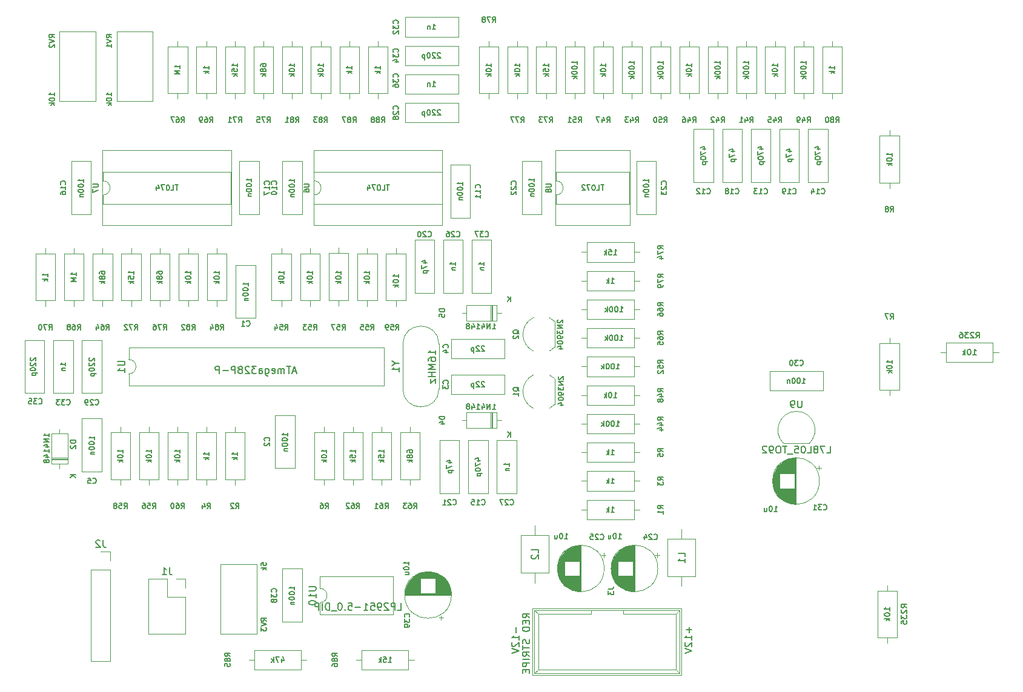
<source format=gbo>
G04 #@! TF.GenerationSoftware,KiCad,Pcbnew,7.0.8*
G04 #@! TF.CreationDate,2023-10-13T18:56:11-05:00*
G04 #@! TF.ProjectId,QuantizerBack,5175616e-7469-47a6-9572-4261636b2e6b,rev?*
G04 #@! TF.SameCoordinates,Original*
G04 #@! TF.FileFunction,Legend,Bot*
G04 #@! TF.FilePolarity,Positive*
%FSLAX46Y46*%
G04 Gerber Fmt 4.6, Leading zero omitted, Abs format (unit mm)*
G04 Created by KiCad (PCBNEW 7.0.8) date 2023-10-13 18:56:11*
%MOMM*%
%LPD*%
G01*
G04 APERTURE LIST*
%ADD10C,0.150000*%
%ADD11C,0.120000*%
%ADD12C,4.500001*%
%ADD13R,4.500001X4.500001*%
%ADD14C,4.500000*%
%ADD15R,1.800000X1.800000*%
%ADD16C,1.800000*%
%ADD17C,4.000000*%
%ADD18R,1.700000X1.700000*%
%ADD19O,1.700000X1.700000*%
%ADD20C,1.600000*%
%ADD21O,1.600000X1.600000*%
%ADD22R,1.600000X1.600000*%
%ADD23C,1.500000*%
%ADD24R,1.600000X2.400000*%
%ADD25O,1.600000X2.400000*%
%ADD26C,1.440000*%
%ADD27R,1.050000X1.500000*%
%ADD28O,1.050000X1.500000*%
%ADD29R,1.727200X1.727200*%
%ADD30O,1.727200X1.727200*%
%ADD31R,1.500000X1.500000*%
G04 APERTURE END LIST*
D10*
X69982143Y-96839164D02*
X70232143Y-96482021D01*
X70410714Y-96839164D02*
X70410714Y-96089164D01*
X70410714Y-96089164D02*
X70125000Y-96089164D01*
X70125000Y-96089164D02*
X70053571Y-96124878D01*
X70053571Y-96124878D02*
X70017857Y-96160592D01*
X70017857Y-96160592D02*
X69982143Y-96232021D01*
X69982143Y-96232021D02*
X69982143Y-96339164D01*
X69982143Y-96339164D02*
X70017857Y-96410592D01*
X70017857Y-96410592D02*
X70053571Y-96446307D01*
X70053571Y-96446307D02*
X70125000Y-96482021D01*
X70125000Y-96482021D02*
X70410714Y-96482021D01*
X69732143Y-96089164D02*
X69232143Y-96089164D01*
X69232143Y-96089164D02*
X69553571Y-96839164D01*
X68803571Y-96089164D02*
X68732142Y-96089164D01*
X68732142Y-96089164D02*
X68660714Y-96124878D01*
X68660714Y-96124878D02*
X68625000Y-96160592D01*
X68625000Y-96160592D02*
X68589285Y-96232021D01*
X68589285Y-96232021D02*
X68553571Y-96374878D01*
X68553571Y-96374878D02*
X68553571Y-96553450D01*
X68553571Y-96553450D02*
X68589285Y-96696307D01*
X68589285Y-96696307D02*
X68625000Y-96767735D01*
X68625000Y-96767735D02*
X68660714Y-96803450D01*
X68660714Y-96803450D02*
X68732142Y-96839164D01*
X68732142Y-96839164D02*
X68803571Y-96839164D01*
X68803571Y-96839164D02*
X68875000Y-96803450D01*
X68875000Y-96803450D02*
X68910714Y-96767735D01*
X68910714Y-96767735D02*
X68946428Y-96696307D01*
X68946428Y-96696307D02*
X68982142Y-96553450D01*
X68982142Y-96553450D02*
X68982142Y-96374878D01*
X68982142Y-96374878D02*
X68946428Y-96232021D01*
X68946428Y-96232021D02*
X68910714Y-96160592D01*
X68910714Y-96160592D02*
X68875000Y-96124878D01*
X68875000Y-96124878D02*
X68803571Y-96089164D01*
X69839164Y-89410714D02*
X69839164Y-88982143D01*
X69839164Y-89196428D02*
X69089164Y-89196428D01*
X69089164Y-89196428D02*
X69196307Y-89125000D01*
X69196307Y-89125000D02*
X69267735Y-89053571D01*
X69267735Y-89053571D02*
X69303450Y-88982143D01*
X69839164Y-89732143D02*
X69089164Y-89732143D01*
X69553450Y-89803572D02*
X69839164Y-90017857D01*
X69339164Y-90017857D02*
X69624878Y-89732143D01*
X72482143Y-107267735D02*
X72517857Y-107303450D01*
X72517857Y-107303450D02*
X72625000Y-107339164D01*
X72625000Y-107339164D02*
X72696428Y-107339164D01*
X72696428Y-107339164D02*
X72803571Y-107303450D01*
X72803571Y-107303450D02*
X72875000Y-107232021D01*
X72875000Y-107232021D02*
X72910714Y-107160592D01*
X72910714Y-107160592D02*
X72946428Y-107017735D01*
X72946428Y-107017735D02*
X72946428Y-106910592D01*
X72946428Y-106910592D02*
X72910714Y-106767735D01*
X72910714Y-106767735D02*
X72875000Y-106696307D01*
X72875000Y-106696307D02*
X72803571Y-106624878D01*
X72803571Y-106624878D02*
X72696428Y-106589164D01*
X72696428Y-106589164D02*
X72625000Y-106589164D01*
X72625000Y-106589164D02*
X72517857Y-106624878D01*
X72517857Y-106624878D02*
X72482143Y-106660592D01*
X72232143Y-106589164D02*
X71767857Y-106589164D01*
X71767857Y-106589164D02*
X72017857Y-106874878D01*
X72017857Y-106874878D02*
X71910714Y-106874878D01*
X71910714Y-106874878D02*
X71839286Y-106910592D01*
X71839286Y-106910592D02*
X71803571Y-106946307D01*
X71803571Y-106946307D02*
X71767857Y-107017735D01*
X71767857Y-107017735D02*
X71767857Y-107196307D01*
X71767857Y-107196307D02*
X71803571Y-107267735D01*
X71803571Y-107267735D02*
X71839286Y-107303450D01*
X71839286Y-107303450D02*
X71910714Y-107339164D01*
X71910714Y-107339164D02*
X72125000Y-107339164D01*
X72125000Y-107339164D02*
X72196428Y-107303450D01*
X72196428Y-107303450D02*
X72232143Y-107267735D01*
X71517857Y-106589164D02*
X71053571Y-106589164D01*
X71053571Y-106589164D02*
X71303571Y-106874878D01*
X71303571Y-106874878D02*
X71196428Y-106874878D01*
X71196428Y-106874878D02*
X71125000Y-106910592D01*
X71125000Y-106910592D02*
X71089285Y-106946307D01*
X71089285Y-106946307D02*
X71053571Y-107017735D01*
X71053571Y-107017735D02*
X71053571Y-107196307D01*
X71053571Y-107196307D02*
X71089285Y-107267735D01*
X71089285Y-107267735D02*
X71125000Y-107303450D01*
X71125000Y-107303450D02*
X71196428Y-107339164D01*
X71196428Y-107339164D02*
X71410714Y-107339164D01*
X71410714Y-107339164D02*
X71482142Y-107303450D01*
X71482142Y-107303450D02*
X71517857Y-107267735D01*
X72339164Y-101915000D02*
X72339164Y-101486429D01*
X72339164Y-101700714D02*
X71589164Y-101700714D01*
X71589164Y-101700714D02*
X71696307Y-101629286D01*
X71696307Y-101629286D02*
X71767735Y-101557857D01*
X71767735Y-101557857D02*
X71803450Y-101486429D01*
X71839164Y-102236429D02*
X72339164Y-102236429D01*
X71910592Y-102236429D02*
X71874878Y-102272143D01*
X71874878Y-102272143D02*
X71839164Y-102343572D01*
X71839164Y-102343572D02*
X71839164Y-102450715D01*
X71839164Y-102450715D02*
X71874878Y-102522143D01*
X71874878Y-102522143D02*
X71946307Y-102557858D01*
X71946307Y-102557858D02*
X72339164Y-102557858D01*
X100482143Y-67839164D02*
X100732143Y-67482021D01*
X100910714Y-67839164D02*
X100910714Y-67089164D01*
X100910714Y-67089164D02*
X100625000Y-67089164D01*
X100625000Y-67089164D02*
X100553571Y-67124878D01*
X100553571Y-67124878D02*
X100517857Y-67160592D01*
X100517857Y-67160592D02*
X100482143Y-67232021D01*
X100482143Y-67232021D02*
X100482143Y-67339164D01*
X100482143Y-67339164D02*
X100517857Y-67410592D01*
X100517857Y-67410592D02*
X100553571Y-67446307D01*
X100553571Y-67446307D02*
X100625000Y-67482021D01*
X100625000Y-67482021D02*
X100910714Y-67482021D01*
X100232143Y-67089164D02*
X99732143Y-67089164D01*
X99732143Y-67089164D02*
X100053571Y-67839164D01*
X99089285Y-67089164D02*
X99446428Y-67089164D01*
X99446428Y-67089164D02*
X99482142Y-67446307D01*
X99482142Y-67446307D02*
X99446428Y-67410592D01*
X99446428Y-67410592D02*
X99375000Y-67374878D01*
X99375000Y-67374878D02*
X99196428Y-67374878D01*
X99196428Y-67374878D02*
X99125000Y-67410592D01*
X99125000Y-67410592D02*
X99089285Y-67446307D01*
X99089285Y-67446307D02*
X99053571Y-67517735D01*
X99053571Y-67517735D02*
X99053571Y-67696307D01*
X99053571Y-67696307D02*
X99089285Y-67767735D01*
X99089285Y-67767735D02*
X99125000Y-67803450D01*
X99125000Y-67803450D02*
X99196428Y-67839164D01*
X99196428Y-67839164D02*
X99375000Y-67839164D01*
X99375000Y-67839164D02*
X99446428Y-67803450D01*
X99446428Y-67803450D02*
X99482142Y-67767735D01*
X99589164Y-59982143D02*
X99589164Y-59839285D01*
X99589164Y-59839285D02*
X99624878Y-59767857D01*
X99624878Y-59767857D02*
X99660592Y-59732143D01*
X99660592Y-59732143D02*
X99767735Y-59660714D01*
X99767735Y-59660714D02*
X99910592Y-59625000D01*
X99910592Y-59625000D02*
X100196307Y-59625000D01*
X100196307Y-59625000D02*
X100267735Y-59660714D01*
X100267735Y-59660714D02*
X100303450Y-59696428D01*
X100303450Y-59696428D02*
X100339164Y-59767857D01*
X100339164Y-59767857D02*
X100339164Y-59910714D01*
X100339164Y-59910714D02*
X100303450Y-59982143D01*
X100303450Y-59982143D02*
X100267735Y-60017857D01*
X100267735Y-60017857D02*
X100196307Y-60053571D01*
X100196307Y-60053571D02*
X100017735Y-60053571D01*
X100017735Y-60053571D02*
X99946307Y-60017857D01*
X99946307Y-60017857D02*
X99910592Y-59982143D01*
X99910592Y-59982143D02*
X99874878Y-59910714D01*
X99874878Y-59910714D02*
X99874878Y-59767857D01*
X99874878Y-59767857D02*
X99910592Y-59696428D01*
X99910592Y-59696428D02*
X99946307Y-59660714D01*
X99946307Y-59660714D02*
X100017735Y-59625000D01*
X99910592Y-60482143D02*
X99874878Y-60410714D01*
X99874878Y-60410714D02*
X99839164Y-60375000D01*
X99839164Y-60375000D02*
X99767735Y-60339286D01*
X99767735Y-60339286D02*
X99732021Y-60339286D01*
X99732021Y-60339286D02*
X99660592Y-60375000D01*
X99660592Y-60375000D02*
X99624878Y-60410714D01*
X99624878Y-60410714D02*
X99589164Y-60482143D01*
X99589164Y-60482143D02*
X99589164Y-60625000D01*
X99589164Y-60625000D02*
X99624878Y-60696429D01*
X99624878Y-60696429D02*
X99660592Y-60732143D01*
X99660592Y-60732143D02*
X99732021Y-60767857D01*
X99732021Y-60767857D02*
X99767735Y-60767857D01*
X99767735Y-60767857D02*
X99839164Y-60732143D01*
X99839164Y-60732143D02*
X99874878Y-60696429D01*
X99874878Y-60696429D02*
X99910592Y-60625000D01*
X99910592Y-60625000D02*
X99910592Y-60482143D01*
X99910592Y-60482143D02*
X99946307Y-60410714D01*
X99946307Y-60410714D02*
X99982021Y-60375000D01*
X99982021Y-60375000D02*
X100053450Y-60339286D01*
X100053450Y-60339286D02*
X100196307Y-60339286D01*
X100196307Y-60339286D02*
X100267735Y-60375000D01*
X100267735Y-60375000D02*
X100303450Y-60410714D01*
X100303450Y-60410714D02*
X100339164Y-60482143D01*
X100339164Y-60482143D02*
X100339164Y-60625000D01*
X100339164Y-60625000D02*
X100303450Y-60696429D01*
X100303450Y-60696429D02*
X100267735Y-60732143D01*
X100267735Y-60732143D02*
X100196307Y-60767857D01*
X100196307Y-60767857D02*
X100053450Y-60767857D01*
X100053450Y-60767857D02*
X99982021Y-60732143D01*
X99982021Y-60732143D02*
X99946307Y-60696429D01*
X99946307Y-60696429D02*
X99910592Y-60625000D01*
X100339164Y-61089286D02*
X99589164Y-61089286D01*
X100053450Y-61160715D02*
X100339164Y-61375000D01*
X99839164Y-61375000D02*
X100124878Y-61089286D01*
X96125000Y-121839164D02*
X96375000Y-121482021D01*
X96553571Y-121839164D02*
X96553571Y-121089164D01*
X96553571Y-121089164D02*
X96267857Y-121089164D01*
X96267857Y-121089164D02*
X96196428Y-121124878D01*
X96196428Y-121124878D02*
X96160714Y-121160592D01*
X96160714Y-121160592D02*
X96125000Y-121232021D01*
X96125000Y-121232021D02*
X96125000Y-121339164D01*
X96125000Y-121339164D02*
X96160714Y-121410592D01*
X96160714Y-121410592D02*
X96196428Y-121446307D01*
X96196428Y-121446307D02*
X96267857Y-121482021D01*
X96267857Y-121482021D02*
X96553571Y-121482021D01*
X95839285Y-121160592D02*
X95803571Y-121124878D01*
X95803571Y-121124878D02*
X95732143Y-121089164D01*
X95732143Y-121089164D02*
X95553571Y-121089164D01*
X95553571Y-121089164D02*
X95482143Y-121124878D01*
X95482143Y-121124878D02*
X95446428Y-121160592D01*
X95446428Y-121160592D02*
X95410714Y-121232021D01*
X95410714Y-121232021D02*
X95410714Y-121303450D01*
X95410714Y-121303450D02*
X95446428Y-121410592D01*
X95446428Y-121410592D02*
X95875000Y-121839164D01*
X95875000Y-121839164D02*
X95410714Y-121839164D01*
X96339164Y-114410714D02*
X96339164Y-113982143D01*
X96339164Y-114196428D02*
X95589164Y-114196428D01*
X95589164Y-114196428D02*
X95696307Y-114125000D01*
X95696307Y-114125000D02*
X95767735Y-114053571D01*
X95767735Y-114053571D02*
X95803450Y-113982143D01*
X96339164Y-114732143D02*
X95589164Y-114732143D01*
X96053450Y-114803572D02*
X96339164Y-115017857D01*
X95839164Y-115017857D02*
X96124878Y-114732143D01*
X125339164Y-93946428D02*
X124589164Y-93946428D01*
X124589164Y-93946428D02*
X124589164Y-94124999D01*
X124589164Y-94124999D02*
X124624878Y-94232142D01*
X124624878Y-94232142D02*
X124696307Y-94303571D01*
X124696307Y-94303571D02*
X124767735Y-94339285D01*
X124767735Y-94339285D02*
X124910592Y-94374999D01*
X124910592Y-94374999D02*
X125017735Y-94374999D01*
X125017735Y-94374999D02*
X125160592Y-94339285D01*
X125160592Y-94339285D02*
X125232021Y-94303571D01*
X125232021Y-94303571D02*
X125303450Y-94232142D01*
X125303450Y-94232142D02*
X125339164Y-94124999D01*
X125339164Y-94124999D02*
X125339164Y-93946428D01*
X124589164Y-95053571D02*
X124589164Y-94696428D01*
X124589164Y-94696428D02*
X124946307Y-94660714D01*
X124946307Y-94660714D02*
X124910592Y-94696428D01*
X124910592Y-94696428D02*
X124874878Y-94767857D01*
X124874878Y-94767857D02*
X124874878Y-94946428D01*
X124874878Y-94946428D02*
X124910592Y-95017857D01*
X124910592Y-95017857D02*
X124946307Y-95053571D01*
X124946307Y-95053571D02*
X125017735Y-95089285D01*
X125017735Y-95089285D02*
X125196307Y-95089285D01*
X125196307Y-95089285D02*
X125267735Y-95053571D01*
X125267735Y-95053571D02*
X125303450Y-95017857D01*
X125303450Y-95017857D02*
X125339164Y-94946428D01*
X125339164Y-94946428D02*
X125339164Y-94767857D01*
X125339164Y-94767857D02*
X125303450Y-94696428D01*
X125303450Y-94696428D02*
X125267735Y-94660714D01*
X132007143Y-96739164D02*
X132435714Y-96739164D01*
X132221429Y-96739164D02*
X132221429Y-95989164D01*
X132221429Y-95989164D02*
X132292857Y-96096307D01*
X132292857Y-96096307D02*
X132364286Y-96167735D01*
X132364286Y-96167735D02*
X132435714Y-96203450D01*
X131685714Y-96739164D02*
X131685714Y-95989164D01*
X131685714Y-95989164D02*
X131257143Y-96739164D01*
X131257143Y-96739164D02*
X131257143Y-95989164D01*
X130578572Y-96239164D02*
X130578572Y-96739164D01*
X130757143Y-95953450D02*
X130935714Y-96489164D01*
X130935714Y-96489164D02*
X130471429Y-96489164D01*
X129792857Y-96739164D02*
X130221428Y-96739164D01*
X130007143Y-96739164D02*
X130007143Y-95989164D01*
X130007143Y-95989164D02*
X130078571Y-96096307D01*
X130078571Y-96096307D02*
X130150000Y-96167735D01*
X130150000Y-96167735D02*
X130221428Y-96203450D01*
X129150000Y-96239164D02*
X129150000Y-96739164D01*
X129328571Y-95953450D02*
X129507142Y-96489164D01*
X129507142Y-96489164D02*
X129042857Y-96489164D01*
X128649999Y-96310592D02*
X128721428Y-96274878D01*
X128721428Y-96274878D02*
X128757142Y-96239164D01*
X128757142Y-96239164D02*
X128792856Y-96167735D01*
X128792856Y-96167735D02*
X128792856Y-96132021D01*
X128792856Y-96132021D02*
X128757142Y-96060592D01*
X128757142Y-96060592D02*
X128721428Y-96024878D01*
X128721428Y-96024878D02*
X128649999Y-95989164D01*
X128649999Y-95989164D02*
X128507142Y-95989164D01*
X128507142Y-95989164D02*
X128435714Y-96024878D01*
X128435714Y-96024878D02*
X128399999Y-96060592D01*
X128399999Y-96060592D02*
X128364285Y-96132021D01*
X128364285Y-96132021D02*
X128364285Y-96167735D01*
X128364285Y-96167735D02*
X128399999Y-96239164D01*
X128399999Y-96239164D02*
X128435714Y-96274878D01*
X128435714Y-96274878D02*
X128507142Y-96310592D01*
X128507142Y-96310592D02*
X128649999Y-96310592D01*
X128649999Y-96310592D02*
X128721428Y-96346307D01*
X128721428Y-96346307D02*
X128757142Y-96382021D01*
X128757142Y-96382021D02*
X128792856Y-96453450D01*
X128792856Y-96453450D02*
X128792856Y-96596307D01*
X128792856Y-96596307D02*
X128757142Y-96667735D01*
X128757142Y-96667735D02*
X128721428Y-96703450D01*
X128721428Y-96703450D02*
X128649999Y-96739164D01*
X128649999Y-96739164D02*
X128507142Y-96739164D01*
X128507142Y-96739164D02*
X128435714Y-96703450D01*
X128435714Y-96703450D02*
X128399999Y-96667735D01*
X128399999Y-96667735D02*
X128364285Y-96596307D01*
X128364285Y-96596307D02*
X128364285Y-96453450D01*
X128364285Y-96453450D02*
X128399999Y-96382021D01*
X128399999Y-96382021D02*
X128435714Y-96346307D01*
X128435714Y-96346307D02*
X128507142Y-96310592D01*
X134506428Y-92934164D02*
X134506428Y-92184164D01*
X134077857Y-92934164D02*
X134399285Y-92505592D01*
X134077857Y-92184164D02*
X134506428Y-92612735D01*
X79624819Y-101248095D02*
X80434342Y-101248095D01*
X80434342Y-101248095D02*
X80529580Y-101295714D01*
X80529580Y-101295714D02*
X80577200Y-101343333D01*
X80577200Y-101343333D02*
X80624819Y-101438571D01*
X80624819Y-101438571D02*
X80624819Y-101629047D01*
X80624819Y-101629047D02*
X80577200Y-101724285D01*
X80577200Y-101724285D02*
X80529580Y-101771904D01*
X80529580Y-101771904D02*
X80434342Y-101819523D01*
X80434342Y-101819523D02*
X79624819Y-101819523D01*
X80624819Y-102819523D02*
X80624819Y-102248095D01*
X80624819Y-102533809D02*
X79624819Y-102533809D01*
X79624819Y-102533809D02*
X79767676Y-102438571D01*
X79767676Y-102438571D02*
X79862914Y-102343333D01*
X79862914Y-102343333D02*
X79910533Y-102248095D01*
X104566666Y-102669104D02*
X104090476Y-102669104D01*
X104661904Y-102954819D02*
X104328571Y-101954819D01*
X104328571Y-101954819D02*
X103995238Y-102954819D01*
X103804761Y-101954819D02*
X103233333Y-101954819D01*
X103519047Y-102954819D02*
X103519047Y-101954819D01*
X102899999Y-102954819D02*
X102899999Y-102288152D01*
X102899999Y-102383390D02*
X102852380Y-102335771D01*
X102852380Y-102335771D02*
X102757142Y-102288152D01*
X102757142Y-102288152D02*
X102614285Y-102288152D01*
X102614285Y-102288152D02*
X102519047Y-102335771D01*
X102519047Y-102335771D02*
X102471428Y-102431009D01*
X102471428Y-102431009D02*
X102471428Y-102954819D01*
X102471428Y-102431009D02*
X102423809Y-102335771D01*
X102423809Y-102335771D02*
X102328571Y-102288152D01*
X102328571Y-102288152D02*
X102185714Y-102288152D01*
X102185714Y-102288152D02*
X102090475Y-102335771D01*
X102090475Y-102335771D02*
X102042856Y-102431009D01*
X102042856Y-102431009D02*
X102042856Y-102954819D01*
X101185714Y-102907200D02*
X101280952Y-102954819D01*
X101280952Y-102954819D02*
X101471428Y-102954819D01*
X101471428Y-102954819D02*
X101566666Y-102907200D01*
X101566666Y-102907200D02*
X101614285Y-102811961D01*
X101614285Y-102811961D02*
X101614285Y-102431009D01*
X101614285Y-102431009D02*
X101566666Y-102335771D01*
X101566666Y-102335771D02*
X101471428Y-102288152D01*
X101471428Y-102288152D02*
X101280952Y-102288152D01*
X101280952Y-102288152D02*
X101185714Y-102335771D01*
X101185714Y-102335771D02*
X101138095Y-102431009D01*
X101138095Y-102431009D02*
X101138095Y-102526247D01*
X101138095Y-102526247D02*
X101614285Y-102621485D01*
X100280952Y-102288152D02*
X100280952Y-103097676D01*
X100280952Y-103097676D02*
X100328571Y-103192914D01*
X100328571Y-103192914D02*
X100376190Y-103240533D01*
X100376190Y-103240533D02*
X100471428Y-103288152D01*
X100471428Y-103288152D02*
X100614285Y-103288152D01*
X100614285Y-103288152D02*
X100709523Y-103240533D01*
X100280952Y-102907200D02*
X100376190Y-102954819D01*
X100376190Y-102954819D02*
X100566666Y-102954819D01*
X100566666Y-102954819D02*
X100661904Y-102907200D01*
X100661904Y-102907200D02*
X100709523Y-102859580D01*
X100709523Y-102859580D02*
X100757142Y-102764342D01*
X100757142Y-102764342D02*
X100757142Y-102478628D01*
X100757142Y-102478628D02*
X100709523Y-102383390D01*
X100709523Y-102383390D02*
X100661904Y-102335771D01*
X100661904Y-102335771D02*
X100566666Y-102288152D01*
X100566666Y-102288152D02*
X100376190Y-102288152D01*
X100376190Y-102288152D02*
X100280952Y-102335771D01*
X99376190Y-102954819D02*
X99376190Y-102431009D01*
X99376190Y-102431009D02*
X99423809Y-102335771D01*
X99423809Y-102335771D02*
X99519047Y-102288152D01*
X99519047Y-102288152D02*
X99709523Y-102288152D01*
X99709523Y-102288152D02*
X99804761Y-102335771D01*
X99376190Y-102907200D02*
X99471428Y-102954819D01*
X99471428Y-102954819D02*
X99709523Y-102954819D01*
X99709523Y-102954819D02*
X99804761Y-102907200D01*
X99804761Y-102907200D02*
X99852380Y-102811961D01*
X99852380Y-102811961D02*
X99852380Y-102716723D01*
X99852380Y-102716723D02*
X99804761Y-102621485D01*
X99804761Y-102621485D02*
X99709523Y-102573866D01*
X99709523Y-102573866D02*
X99471428Y-102573866D01*
X99471428Y-102573866D02*
X99376190Y-102526247D01*
X98995237Y-101954819D02*
X98376190Y-101954819D01*
X98376190Y-101954819D02*
X98709523Y-102335771D01*
X98709523Y-102335771D02*
X98566666Y-102335771D01*
X98566666Y-102335771D02*
X98471428Y-102383390D01*
X98471428Y-102383390D02*
X98423809Y-102431009D01*
X98423809Y-102431009D02*
X98376190Y-102526247D01*
X98376190Y-102526247D02*
X98376190Y-102764342D01*
X98376190Y-102764342D02*
X98423809Y-102859580D01*
X98423809Y-102859580D02*
X98471428Y-102907200D01*
X98471428Y-102907200D02*
X98566666Y-102954819D01*
X98566666Y-102954819D02*
X98852380Y-102954819D01*
X98852380Y-102954819D02*
X98947618Y-102907200D01*
X98947618Y-102907200D02*
X98995237Y-102859580D01*
X97995237Y-102050057D02*
X97947618Y-102002438D01*
X97947618Y-102002438D02*
X97852380Y-101954819D01*
X97852380Y-101954819D02*
X97614285Y-101954819D01*
X97614285Y-101954819D02*
X97519047Y-102002438D01*
X97519047Y-102002438D02*
X97471428Y-102050057D01*
X97471428Y-102050057D02*
X97423809Y-102145295D01*
X97423809Y-102145295D02*
X97423809Y-102240533D01*
X97423809Y-102240533D02*
X97471428Y-102383390D01*
X97471428Y-102383390D02*
X98042856Y-102954819D01*
X98042856Y-102954819D02*
X97423809Y-102954819D01*
X96852380Y-102383390D02*
X96947618Y-102335771D01*
X96947618Y-102335771D02*
X96995237Y-102288152D01*
X96995237Y-102288152D02*
X97042856Y-102192914D01*
X97042856Y-102192914D02*
X97042856Y-102145295D01*
X97042856Y-102145295D02*
X96995237Y-102050057D01*
X96995237Y-102050057D02*
X96947618Y-102002438D01*
X96947618Y-102002438D02*
X96852380Y-101954819D01*
X96852380Y-101954819D02*
X96661904Y-101954819D01*
X96661904Y-101954819D02*
X96566666Y-102002438D01*
X96566666Y-102002438D02*
X96519047Y-102050057D01*
X96519047Y-102050057D02*
X96471428Y-102145295D01*
X96471428Y-102145295D02*
X96471428Y-102192914D01*
X96471428Y-102192914D02*
X96519047Y-102288152D01*
X96519047Y-102288152D02*
X96566666Y-102335771D01*
X96566666Y-102335771D02*
X96661904Y-102383390D01*
X96661904Y-102383390D02*
X96852380Y-102383390D01*
X96852380Y-102383390D02*
X96947618Y-102431009D01*
X96947618Y-102431009D02*
X96995237Y-102478628D01*
X96995237Y-102478628D02*
X97042856Y-102573866D01*
X97042856Y-102573866D02*
X97042856Y-102764342D01*
X97042856Y-102764342D02*
X96995237Y-102859580D01*
X96995237Y-102859580D02*
X96947618Y-102907200D01*
X96947618Y-102907200D02*
X96852380Y-102954819D01*
X96852380Y-102954819D02*
X96661904Y-102954819D01*
X96661904Y-102954819D02*
X96566666Y-102907200D01*
X96566666Y-102907200D02*
X96519047Y-102859580D01*
X96519047Y-102859580D02*
X96471428Y-102764342D01*
X96471428Y-102764342D02*
X96471428Y-102573866D01*
X96471428Y-102573866D02*
X96519047Y-102478628D01*
X96519047Y-102478628D02*
X96566666Y-102431009D01*
X96566666Y-102431009D02*
X96661904Y-102383390D01*
X96042856Y-102954819D02*
X96042856Y-101954819D01*
X96042856Y-101954819D02*
X95661904Y-101954819D01*
X95661904Y-101954819D02*
X95566666Y-102002438D01*
X95566666Y-102002438D02*
X95519047Y-102050057D01*
X95519047Y-102050057D02*
X95471428Y-102145295D01*
X95471428Y-102145295D02*
X95471428Y-102288152D01*
X95471428Y-102288152D02*
X95519047Y-102383390D01*
X95519047Y-102383390D02*
X95566666Y-102431009D01*
X95566666Y-102431009D02*
X95661904Y-102478628D01*
X95661904Y-102478628D02*
X96042856Y-102478628D01*
X95042856Y-102573866D02*
X94280952Y-102573866D01*
X93804761Y-102954819D02*
X93804761Y-101954819D01*
X93804761Y-101954819D02*
X93423809Y-101954819D01*
X93423809Y-101954819D02*
X93328571Y-102002438D01*
X93328571Y-102002438D02*
X93280952Y-102050057D01*
X93280952Y-102050057D02*
X93233333Y-102145295D01*
X93233333Y-102145295D02*
X93233333Y-102288152D01*
X93233333Y-102288152D02*
X93280952Y-102383390D01*
X93280952Y-102383390D02*
X93328571Y-102431009D01*
X93328571Y-102431009D02*
X93423809Y-102478628D01*
X93423809Y-102478628D02*
X93804761Y-102478628D01*
X118453628Y-101513809D02*
X118929819Y-101513809D01*
X117929819Y-101180476D02*
X118453628Y-101513809D01*
X118453628Y-101513809D02*
X117929819Y-101847142D01*
X118929819Y-102704285D02*
X118929819Y-102132857D01*
X118929819Y-102418571D02*
X117929819Y-102418571D01*
X117929819Y-102418571D02*
X118072676Y-102323333D01*
X118072676Y-102323333D02*
X118167914Y-102228095D01*
X118167914Y-102228095D02*
X118215533Y-102132857D01*
X124054819Y-100299523D02*
X124054819Y-99728095D01*
X124054819Y-100013809D02*
X123054819Y-100013809D01*
X123054819Y-100013809D02*
X123197676Y-99918571D01*
X123197676Y-99918571D02*
X123292914Y-99823333D01*
X123292914Y-99823333D02*
X123340533Y-99728095D01*
X123054819Y-101156666D02*
X123054819Y-100966190D01*
X123054819Y-100966190D02*
X123102438Y-100870952D01*
X123102438Y-100870952D02*
X123150057Y-100823333D01*
X123150057Y-100823333D02*
X123292914Y-100728095D01*
X123292914Y-100728095D02*
X123483390Y-100680476D01*
X123483390Y-100680476D02*
X123864342Y-100680476D01*
X123864342Y-100680476D02*
X123959580Y-100728095D01*
X123959580Y-100728095D02*
X124007200Y-100775714D01*
X124007200Y-100775714D02*
X124054819Y-100870952D01*
X124054819Y-100870952D02*
X124054819Y-101061428D01*
X124054819Y-101061428D02*
X124007200Y-101156666D01*
X124007200Y-101156666D02*
X123959580Y-101204285D01*
X123959580Y-101204285D02*
X123864342Y-101251904D01*
X123864342Y-101251904D02*
X123626247Y-101251904D01*
X123626247Y-101251904D02*
X123531009Y-101204285D01*
X123531009Y-101204285D02*
X123483390Y-101156666D01*
X123483390Y-101156666D02*
X123435771Y-101061428D01*
X123435771Y-101061428D02*
X123435771Y-100870952D01*
X123435771Y-100870952D02*
X123483390Y-100775714D01*
X123483390Y-100775714D02*
X123531009Y-100728095D01*
X123531009Y-100728095D02*
X123626247Y-100680476D01*
X124054819Y-101680476D02*
X123054819Y-101680476D01*
X123054819Y-101680476D02*
X123769104Y-102013809D01*
X123769104Y-102013809D02*
X123054819Y-102347142D01*
X123054819Y-102347142D02*
X124054819Y-102347142D01*
X124054819Y-102823333D02*
X123054819Y-102823333D01*
X123531009Y-102823333D02*
X123531009Y-103394761D01*
X124054819Y-103394761D02*
X123054819Y-103394761D01*
X123388152Y-103775714D02*
X123388152Y-104299523D01*
X123388152Y-104299523D02*
X124054819Y-103775714D01*
X124054819Y-103775714D02*
X124054819Y-104299523D01*
X155839164Y-89517856D02*
X155482021Y-89267856D01*
X155839164Y-89089285D02*
X155089164Y-89089285D01*
X155089164Y-89089285D02*
X155089164Y-89374999D01*
X155089164Y-89374999D02*
X155124878Y-89446428D01*
X155124878Y-89446428D02*
X155160592Y-89482142D01*
X155160592Y-89482142D02*
X155232021Y-89517856D01*
X155232021Y-89517856D02*
X155339164Y-89517856D01*
X155339164Y-89517856D02*
X155410592Y-89482142D01*
X155410592Y-89482142D02*
X155446307Y-89446428D01*
X155446307Y-89446428D02*
X155482021Y-89374999D01*
X155482021Y-89374999D02*
X155482021Y-89089285D01*
X155089164Y-89767856D02*
X155089164Y-90267856D01*
X155089164Y-90267856D02*
X155839164Y-89946428D01*
X155839164Y-90589285D02*
X155839164Y-90732142D01*
X155839164Y-90732142D02*
X155803450Y-90803571D01*
X155803450Y-90803571D02*
X155767735Y-90839285D01*
X155767735Y-90839285D02*
X155660592Y-90910714D01*
X155660592Y-90910714D02*
X155517735Y-90946428D01*
X155517735Y-90946428D02*
X155232021Y-90946428D01*
X155232021Y-90946428D02*
X155160592Y-90910714D01*
X155160592Y-90910714D02*
X155124878Y-90875000D01*
X155124878Y-90875000D02*
X155089164Y-90803571D01*
X155089164Y-90803571D02*
X155089164Y-90660714D01*
X155089164Y-90660714D02*
X155124878Y-90589285D01*
X155124878Y-90589285D02*
X155160592Y-90553571D01*
X155160592Y-90553571D02*
X155232021Y-90517857D01*
X155232021Y-90517857D02*
X155410592Y-90517857D01*
X155410592Y-90517857D02*
X155482021Y-90553571D01*
X155482021Y-90553571D02*
X155517735Y-90589285D01*
X155517735Y-90589285D02*
X155553450Y-90660714D01*
X155553450Y-90660714D02*
X155553450Y-90803571D01*
X155553450Y-90803571D02*
X155517735Y-90875000D01*
X155517735Y-90875000D02*
X155482021Y-90910714D01*
X155482021Y-90910714D02*
X155410592Y-90946428D01*
X148589285Y-90339164D02*
X149017856Y-90339164D01*
X148803571Y-90339164D02*
X148803571Y-89589164D01*
X148803571Y-89589164D02*
X148874999Y-89696307D01*
X148874999Y-89696307D02*
X148946428Y-89767735D01*
X148946428Y-89767735D02*
X149017856Y-89803450D01*
X148267856Y-90339164D02*
X148267856Y-89589164D01*
X148196428Y-90053450D02*
X147982142Y-90339164D01*
X147982142Y-89839164D02*
X148267856Y-90124878D01*
X105634164Y-76438571D02*
X106241307Y-76438571D01*
X106241307Y-76438571D02*
X106312735Y-76474285D01*
X106312735Y-76474285D02*
X106348450Y-76510000D01*
X106348450Y-76510000D02*
X106384164Y-76581428D01*
X106384164Y-76581428D02*
X106384164Y-76724285D01*
X106384164Y-76724285D02*
X106348450Y-76795714D01*
X106348450Y-76795714D02*
X106312735Y-76831428D01*
X106312735Y-76831428D02*
X106241307Y-76867142D01*
X106241307Y-76867142D02*
X105634164Y-76867142D01*
X105634164Y-77545714D02*
X105634164Y-77402856D01*
X105634164Y-77402856D02*
X105669878Y-77331428D01*
X105669878Y-77331428D02*
X105705592Y-77295714D01*
X105705592Y-77295714D02*
X105812735Y-77224285D01*
X105812735Y-77224285D02*
X105955592Y-77188571D01*
X105955592Y-77188571D02*
X106241307Y-77188571D01*
X106241307Y-77188571D02*
X106312735Y-77224285D01*
X106312735Y-77224285D02*
X106348450Y-77259999D01*
X106348450Y-77259999D02*
X106384164Y-77331428D01*
X106384164Y-77331428D02*
X106384164Y-77474285D01*
X106384164Y-77474285D02*
X106348450Y-77545714D01*
X106348450Y-77545714D02*
X106312735Y-77581428D01*
X106312735Y-77581428D02*
X106241307Y-77617142D01*
X106241307Y-77617142D02*
X106062735Y-77617142D01*
X106062735Y-77617142D02*
X105991307Y-77581428D01*
X105991307Y-77581428D02*
X105955592Y-77545714D01*
X105955592Y-77545714D02*
X105919878Y-77474285D01*
X105919878Y-77474285D02*
X105919878Y-77331428D01*
X105919878Y-77331428D02*
X105955592Y-77259999D01*
X105955592Y-77259999D02*
X105991307Y-77224285D01*
X105991307Y-77224285D02*
X106062735Y-77188571D01*
X117584286Y-76599164D02*
X117155715Y-76599164D01*
X117370000Y-77349164D02*
X117370000Y-76599164D01*
X116548571Y-77349164D02*
X116905714Y-77349164D01*
X116905714Y-77349164D02*
X116905714Y-76599164D01*
X116155714Y-76599164D02*
X116084285Y-76599164D01*
X116084285Y-76599164D02*
X116012857Y-76634878D01*
X116012857Y-76634878D02*
X115977143Y-76670592D01*
X115977143Y-76670592D02*
X115941428Y-76742021D01*
X115941428Y-76742021D02*
X115905714Y-76884878D01*
X115905714Y-76884878D02*
X115905714Y-77063450D01*
X115905714Y-77063450D02*
X115941428Y-77206307D01*
X115941428Y-77206307D02*
X115977143Y-77277735D01*
X115977143Y-77277735D02*
X116012857Y-77313450D01*
X116012857Y-77313450D02*
X116084285Y-77349164D01*
X116084285Y-77349164D02*
X116155714Y-77349164D01*
X116155714Y-77349164D02*
X116227143Y-77313450D01*
X116227143Y-77313450D02*
X116262857Y-77277735D01*
X116262857Y-77277735D02*
X116298571Y-77206307D01*
X116298571Y-77206307D02*
X116334285Y-77063450D01*
X116334285Y-77063450D02*
X116334285Y-76884878D01*
X116334285Y-76884878D02*
X116298571Y-76742021D01*
X116298571Y-76742021D02*
X116262857Y-76670592D01*
X116262857Y-76670592D02*
X116227143Y-76634878D01*
X116227143Y-76634878D02*
X116155714Y-76599164D01*
X115655714Y-76599164D02*
X115155714Y-76599164D01*
X115155714Y-76599164D02*
X115477142Y-77349164D01*
X114548571Y-76849164D02*
X114548571Y-77349164D01*
X114727142Y-76563450D02*
X114905713Y-77099164D01*
X114905713Y-77099164D02*
X114441428Y-77099164D01*
X120367735Y-137017856D02*
X120403450Y-136982142D01*
X120403450Y-136982142D02*
X120439164Y-136874999D01*
X120439164Y-136874999D02*
X120439164Y-136803571D01*
X120439164Y-136803571D02*
X120403450Y-136696428D01*
X120403450Y-136696428D02*
X120332021Y-136624999D01*
X120332021Y-136624999D02*
X120260592Y-136589285D01*
X120260592Y-136589285D02*
X120117735Y-136553571D01*
X120117735Y-136553571D02*
X120010592Y-136553571D01*
X120010592Y-136553571D02*
X119867735Y-136589285D01*
X119867735Y-136589285D02*
X119796307Y-136624999D01*
X119796307Y-136624999D02*
X119724878Y-136696428D01*
X119724878Y-136696428D02*
X119689164Y-136803571D01*
X119689164Y-136803571D02*
X119689164Y-136874999D01*
X119689164Y-136874999D02*
X119724878Y-136982142D01*
X119724878Y-136982142D02*
X119760592Y-137017856D01*
X119689164Y-137267856D02*
X119689164Y-137732142D01*
X119689164Y-137732142D02*
X119974878Y-137482142D01*
X119974878Y-137482142D02*
X119974878Y-137589285D01*
X119974878Y-137589285D02*
X120010592Y-137660714D01*
X120010592Y-137660714D02*
X120046307Y-137696428D01*
X120046307Y-137696428D02*
X120117735Y-137732142D01*
X120117735Y-137732142D02*
X120296307Y-137732142D01*
X120296307Y-137732142D02*
X120367735Y-137696428D01*
X120367735Y-137696428D02*
X120403450Y-137660714D01*
X120403450Y-137660714D02*
X120439164Y-137589285D01*
X120439164Y-137589285D02*
X120439164Y-137374999D01*
X120439164Y-137374999D02*
X120403450Y-137303571D01*
X120403450Y-137303571D02*
X120367735Y-137267856D01*
X120439164Y-138089285D02*
X120439164Y-138232142D01*
X120439164Y-138232142D02*
X120403450Y-138303571D01*
X120403450Y-138303571D02*
X120367735Y-138339285D01*
X120367735Y-138339285D02*
X120260592Y-138410714D01*
X120260592Y-138410714D02*
X120117735Y-138446428D01*
X120117735Y-138446428D02*
X119832021Y-138446428D01*
X119832021Y-138446428D02*
X119760592Y-138410714D01*
X119760592Y-138410714D02*
X119724878Y-138375000D01*
X119724878Y-138375000D02*
X119689164Y-138303571D01*
X119689164Y-138303571D02*
X119689164Y-138160714D01*
X119689164Y-138160714D02*
X119724878Y-138089285D01*
X119724878Y-138089285D02*
X119760592Y-138053571D01*
X119760592Y-138053571D02*
X119832021Y-138017857D01*
X119832021Y-138017857D02*
X120010592Y-138017857D01*
X120010592Y-138017857D02*
X120082021Y-138053571D01*
X120082021Y-138053571D02*
X120117735Y-138089285D01*
X120117735Y-138089285D02*
X120153450Y-138160714D01*
X120153450Y-138160714D02*
X120153450Y-138303571D01*
X120153450Y-138303571D02*
X120117735Y-138375000D01*
X120117735Y-138375000D02*
X120082021Y-138410714D01*
X120082021Y-138410714D02*
X120010592Y-138446428D01*
X120339164Y-129717857D02*
X120339164Y-129289286D01*
X120339164Y-129503571D02*
X119589164Y-129503571D01*
X119589164Y-129503571D02*
X119696307Y-129432143D01*
X119696307Y-129432143D02*
X119767735Y-129360714D01*
X119767735Y-129360714D02*
X119803450Y-129289286D01*
X119589164Y-130182143D02*
X119589164Y-130253572D01*
X119589164Y-130253572D02*
X119624878Y-130325000D01*
X119624878Y-130325000D02*
X119660592Y-130360715D01*
X119660592Y-130360715D02*
X119732021Y-130396429D01*
X119732021Y-130396429D02*
X119874878Y-130432143D01*
X119874878Y-130432143D02*
X120053450Y-130432143D01*
X120053450Y-130432143D02*
X120196307Y-130396429D01*
X120196307Y-130396429D02*
X120267735Y-130360715D01*
X120267735Y-130360715D02*
X120303450Y-130325000D01*
X120303450Y-130325000D02*
X120339164Y-130253572D01*
X120339164Y-130253572D02*
X120339164Y-130182143D01*
X120339164Y-130182143D02*
X120303450Y-130110715D01*
X120303450Y-130110715D02*
X120267735Y-130075000D01*
X120267735Y-130075000D02*
X120196307Y-130039286D01*
X120196307Y-130039286D02*
X120053450Y-130003572D01*
X120053450Y-130003572D02*
X119874878Y-130003572D01*
X119874878Y-130003572D02*
X119732021Y-130039286D01*
X119732021Y-130039286D02*
X119660592Y-130075000D01*
X119660592Y-130075000D02*
X119624878Y-130110715D01*
X119624878Y-130110715D02*
X119589164Y-130182143D01*
X119839164Y-131075001D02*
X120339164Y-131075001D01*
X119839164Y-130753572D02*
X120232021Y-130753572D01*
X120232021Y-130753572D02*
X120303450Y-130789286D01*
X120303450Y-130789286D02*
X120339164Y-130860715D01*
X120339164Y-130860715D02*
X120339164Y-130967858D01*
X120339164Y-130967858D02*
X120303450Y-131039286D01*
X120303450Y-131039286D02*
X120267735Y-131075001D01*
X158954819Y-128563333D02*
X158954819Y-128087143D01*
X158954819Y-128087143D02*
X157954819Y-128087143D01*
X158954819Y-129420476D02*
X158954819Y-128849048D01*
X158954819Y-129134762D02*
X157954819Y-129134762D01*
X157954819Y-129134762D02*
X158097676Y-129039524D01*
X158097676Y-129039524D02*
X158192914Y-128944286D01*
X158192914Y-128944286D02*
X158240533Y-128849048D01*
X112982143Y-121839164D02*
X113232143Y-121482021D01*
X113410714Y-121839164D02*
X113410714Y-121089164D01*
X113410714Y-121089164D02*
X113125000Y-121089164D01*
X113125000Y-121089164D02*
X113053571Y-121124878D01*
X113053571Y-121124878D02*
X113017857Y-121160592D01*
X113017857Y-121160592D02*
X112982143Y-121232021D01*
X112982143Y-121232021D02*
X112982143Y-121339164D01*
X112982143Y-121339164D02*
X113017857Y-121410592D01*
X113017857Y-121410592D02*
X113053571Y-121446307D01*
X113053571Y-121446307D02*
X113125000Y-121482021D01*
X113125000Y-121482021D02*
X113410714Y-121482021D01*
X112339286Y-121089164D02*
X112482143Y-121089164D01*
X112482143Y-121089164D02*
X112553571Y-121124878D01*
X112553571Y-121124878D02*
X112589286Y-121160592D01*
X112589286Y-121160592D02*
X112660714Y-121267735D01*
X112660714Y-121267735D02*
X112696428Y-121410592D01*
X112696428Y-121410592D02*
X112696428Y-121696307D01*
X112696428Y-121696307D02*
X112660714Y-121767735D01*
X112660714Y-121767735D02*
X112625000Y-121803450D01*
X112625000Y-121803450D02*
X112553571Y-121839164D01*
X112553571Y-121839164D02*
X112410714Y-121839164D01*
X112410714Y-121839164D02*
X112339286Y-121803450D01*
X112339286Y-121803450D02*
X112303571Y-121767735D01*
X112303571Y-121767735D02*
X112267857Y-121696307D01*
X112267857Y-121696307D02*
X112267857Y-121517735D01*
X112267857Y-121517735D02*
X112303571Y-121446307D01*
X112303571Y-121446307D02*
X112339286Y-121410592D01*
X112339286Y-121410592D02*
X112410714Y-121374878D01*
X112410714Y-121374878D02*
X112553571Y-121374878D01*
X112553571Y-121374878D02*
X112625000Y-121410592D01*
X112625000Y-121410592D02*
X112660714Y-121446307D01*
X112660714Y-121446307D02*
X112696428Y-121517735D01*
X111982142Y-121160592D02*
X111946428Y-121124878D01*
X111946428Y-121124878D02*
X111875000Y-121089164D01*
X111875000Y-121089164D02*
X111696428Y-121089164D01*
X111696428Y-121089164D02*
X111625000Y-121124878D01*
X111625000Y-121124878D02*
X111589285Y-121160592D01*
X111589285Y-121160592D02*
X111553571Y-121232021D01*
X111553571Y-121232021D02*
X111553571Y-121303450D01*
X111553571Y-121303450D02*
X111589285Y-121410592D01*
X111589285Y-121410592D02*
X112017857Y-121839164D01*
X112017857Y-121839164D02*
X111553571Y-121839164D01*
X112839164Y-114053571D02*
X112839164Y-113625000D01*
X112839164Y-113839285D02*
X112089164Y-113839285D01*
X112089164Y-113839285D02*
X112196307Y-113767857D01*
X112196307Y-113767857D02*
X112267735Y-113696428D01*
X112267735Y-113696428D02*
X112303450Y-113625000D01*
X112089164Y-114732143D02*
X112089164Y-114375000D01*
X112089164Y-114375000D02*
X112446307Y-114339286D01*
X112446307Y-114339286D02*
X112410592Y-114375000D01*
X112410592Y-114375000D02*
X112374878Y-114446429D01*
X112374878Y-114446429D02*
X112374878Y-114625000D01*
X112374878Y-114625000D02*
X112410592Y-114696429D01*
X112410592Y-114696429D02*
X112446307Y-114732143D01*
X112446307Y-114732143D02*
X112517735Y-114767857D01*
X112517735Y-114767857D02*
X112696307Y-114767857D01*
X112696307Y-114767857D02*
X112767735Y-114732143D01*
X112767735Y-114732143D02*
X112803450Y-114696429D01*
X112803450Y-114696429D02*
X112839164Y-114625000D01*
X112839164Y-114625000D02*
X112839164Y-114446429D01*
X112839164Y-114446429D02*
X112803450Y-114375000D01*
X112803450Y-114375000D02*
X112767735Y-114339286D01*
X112839164Y-115089286D02*
X112089164Y-115089286D01*
X112553450Y-115160715D02*
X112839164Y-115375000D01*
X112339164Y-115375000D02*
X112624878Y-115089286D01*
X122982143Y-83767735D02*
X123017857Y-83803450D01*
X123017857Y-83803450D02*
X123125000Y-83839164D01*
X123125000Y-83839164D02*
X123196428Y-83839164D01*
X123196428Y-83839164D02*
X123303571Y-83803450D01*
X123303571Y-83803450D02*
X123375000Y-83732021D01*
X123375000Y-83732021D02*
X123410714Y-83660592D01*
X123410714Y-83660592D02*
X123446428Y-83517735D01*
X123446428Y-83517735D02*
X123446428Y-83410592D01*
X123446428Y-83410592D02*
X123410714Y-83267735D01*
X123410714Y-83267735D02*
X123375000Y-83196307D01*
X123375000Y-83196307D02*
X123303571Y-83124878D01*
X123303571Y-83124878D02*
X123196428Y-83089164D01*
X123196428Y-83089164D02*
X123125000Y-83089164D01*
X123125000Y-83089164D02*
X123017857Y-83124878D01*
X123017857Y-83124878D02*
X122982143Y-83160592D01*
X122696428Y-83160592D02*
X122660714Y-83124878D01*
X122660714Y-83124878D02*
X122589286Y-83089164D01*
X122589286Y-83089164D02*
X122410714Y-83089164D01*
X122410714Y-83089164D02*
X122339286Y-83124878D01*
X122339286Y-83124878D02*
X122303571Y-83160592D01*
X122303571Y-83160592D02*
X122267857Y-83232021D01*
X122267857Y-83232021D02*
X122267857Y-83303450D01*
X122267857Y-83303450D02*
X122303571Y-83410592D01*
X122303571Y-83410592D02*
X122732143Y-83839164D01*
X122732143Y-83839164D02*
X122267857Y-83839164D01*
X121803571Y-83089164D02*
X121732142Y-83089164D01*
X121732142Y-83089164D02*
X121660714Y-83124878D01*
X121660714Y-83124878D02*
X121625000Y-83160592D01*
X121625000Y-83160592D02*
X121589285Y-83232021D01*
X121589285Y-83232021D02*
X121553571Y-83374878D01*
X121553571Y-83374878D02*
X121553571Y-83553450D01*
X121553571Y-83553450D02*
X121589285Y-83696307D01*
X121589285Y-83696307D02*
X121625000Y-83767735D01*
X121625000Y-83767735D02*
X121660714Y-83803450D01*
X121660714Y-83803450D02*
X121732142Y-83839164D01*
X121732142Y-83839164D02*
X121803571Y-83839164D01*
X121803571Y-83839164D02*
X121875000Y-83803450D01*
X121875000Y-83803450D02*
X121910714Y-83767735D01*
X121910714Y-83767735D02*
X121946428Y-83696307D01*
X121946428Y-83696307D02*
X121982142Y-83553450D01*
X121982142Y-83553450D02*
X121982142Y-83374878D01*
X121982142Y-83374878D02*
X121946428Y-83232021D01*
X121946428Y-83232021D02*
X121910714Y-83160592D01*
X121910714Y-83160592D02*
X121875000Y-83124878D01*
X121875000Y-83124878D02*
X121803571Y-83089164D01*
X122339164Y-87486429D02*
X122839164Y-87486429D01*
X122053450Y-87307857D02*
X122589164Y-87129286D01*
X122589164Y-87129286D02*
X122589164Y-87593571D01*
X122089164Y-87807857D02*
X122089164Y-88307857D01*
X122089164Y-88307857D02*
X122839164Y-87986429D01*
X122339164Y-88593572D02*
X123089164Y-88593572D01*
X122374878Y-88593572D02*
X122339164Y-88665001D01*
X122339164Y-88665001D02*
X122339164Y-88807858D01*
X122339164Y-88807858D02*
X122374878Y-88879286D01*
X122374878Y-88879286D02*
X122410592Y-88915001D01*
X122410592Y-88915001D02*
X122482021Y-88950715D01*
X122482021Y-88950715D02*
X122696307Y-88950715D01*
X122696307Y-88950715D02*
X122767735Y-88915001D01*
X122767735Y-88915001D02*
X122803450Y-88879286D01*
X122803450Y-88879286D02*
X122839164Y-88807858D01*
X122839164Y-88807858D02*
X122839164Y-88665001D01*
X122839164Y-88665001D02*
X122803450Y-88593572D01*
X120982143Y-121839164D02*
X121232143Y-121482021D01*
X121410714Y-121839164D02*
X121410714Y-121089164D01*
X121410714Y-121089164D02*
X121125000Y-121089164D01*
X121125000Y-121089164D02*
X121053571Y-121124878D01*
X121053571Y-121124878D02*
X121017857Y-121160592D01*
X121017857Y-121160592D02*
X120982143Y-121232021D01*
X120982143Y-121232021D02*
X120982143Y-121339164D01*
X120982143Y-121339164D02*
X121017857Y-121410592D01*
X121017857Y-121410592D02*
X121053571Y-121446307D01*
X121053571Y-121446307D02*
X121125000Y-121482021D01*
X121125000Y-121482021D02*
X121410714Y-121482021D01*
X120339286Y-121089164D02*
X120482143Y-121089164D01*
X120482143Y-121089164D02*
X120553571Y-121124878D01*
X120553571Y-121124878D02*
X120589286Y-121160592D01*
X120589286Y-121160592D02*
X120660714Y-121267735D01*
X120660714Y-121267735D02*
X120696428Y-121410592D01*
X120696428Y-121410592D02*
X120696428Y-121696307D01*
X120696428Y-121696307D02*
X120660714Y-121767735D01*
X120660714Y-121767735D02*
X120625000Y-121803450D01*
X120625000Y-121803450D02*
X120553571Y-121839164D01*
X120553571Y-121839164D02*
X120410714Y-121839164D01*
X120410714Y-121839164D02*
X120339286Y-121803450D01*
X120339286Y-121803450D02*
X120303571Y-121767735D01*
X120303571Y-121767735D02*
X120267857Y-121696307D01*
X120267857Y-121696307D02*
X120267857Y-121517735D01*
X120267857Y-121517735D02*
X120303571Y-121446307D01*
X120303571Y-121446307D02*
X120339286Y-121410592D01*
X120339286Y-121410592D02*
X120410714Y-121374878D01*
X120410714Y-121374878D02*
X120553571Y-121374878D01*
X120553571Y-121374878D02*
X120625000Y-121410592D01*
X120625000Y-121410592D02*
X120660714Y-121446307D01*
X120660714Y-121446307D02*
X120696428Y-121517735D01*
X120017857Y-121089164D02*
X119553571Y-121089164D01*
X119553571Y-121089164D02*
X119803571Y-121374878D01*
X119803571Y-121374878D02*
X119696428Y-121374878D01*
X119696428Y-121374878D02*
X119625000Y-121410592D01*
X119625000Y-121410592D02*
X119589285Y-121446307D01*
X119589285Y-121446307D02*
X119553571Y-121517735D01*
X119553571Y-121517735D02*
X119553571Y-121696307D01*
X119553571Y-121696307D02*
X119589285Y-121767735D01*
X119589285Y-121767735D02*
X119625000Y-121803450D01*
X119625000Y-121803450D02*
X119696428Y-121839164D01*
X119696428Y-121839164D02*
X119910714Y-121839164D01*
X119910714Y-121839164D02*
X119982142Y-121803450D01*
X119982142Y-121803450D02*
X120017857Y-121767735D01*
X120089164Y-113982143D02*
X120089164Y-113839285D01*
X120089164Y-113839285D02*
X120124878Y-113767857D01*
X120124878Y-113767857D02*
X120160592Y-113732143D01*
X120160592Y-113732143D02*
X120267735Y-113660714D01*
X120267735Y-113660714D02*
X120410592Y-113625000D01*
X120410592Y-113625000D02*
X120696307Y-113625000D01*
X120696307Y-113625000D02*
X120767735Y-113660714D01*
X120767735Y-113660714D02*
X120803450Y-113696428D01*
X120803450Y-113696428D02*
X120839164Y-113767857D01*
X120839164Y-113767857D02*
X120839164Y-113910714D01*
X120839164Y-113910714D02*
X120803450Y-113982143D01*
X120803450Y-113982143D02*
X120767735Y-114017857D01*
X120767735Y-114017857D02*
X120696307Y-114053571D01*
X120696307Y-114053571D02*
X120517735Y-114053571D01*
X120517735Y-114053571D02*
X120446307Y-114017857D01*
X120446307Y-114017857D02*
X120410592Y-113982143D01*
X120410592Y-113982143D02*
X120374878Y-113910714D01*
X120374878Y-113910714D02*
X120374878Y-113767857D01*
X120374878Y-113767857D02*
X120410592Y-113696428D01*
X120410592Y-113696428D02*
X120446307Y-113660714D01*
X120446307Y-113660714D02*
X120517735Y-113625000D01*
X120410592Y-114482143D02*
X120374878Y-114410714D01*
X120374878Y-114410714D02*
X120339164Y-114375000D01*
X120339164Y-114375000D02*
X120267735Y-114339286D01*
X120267735Y-114339286D02*
X120232021Y-114339286D01*
X120232021Y-114339286D02*
X120160592Y-114375000D01*
X120160592Y-114375000D02*
X120124878Y-114410714D01*
X120124878Y-114410714D02*
X120089164Y-114482143D01*
X120089164Y-114482143D02*
X120089164Y-114625000D01*
X120089164Y-114625000D02*
X120124878Y-114696429D01*
X120124878Y-114696429D02*
X120160592Y-114732143D01*
X120160592Y-114732143D02*
X120232021Y-114767857D01*
X120232021Y-114767857D02*
X120267735Y-114767857D01*
X120267735Y-114767857D02*
X120339164Y-114732143D01*
X120339164Y-114732143D02*
X120374878Y-114696429D01*
X120374878Y-114696429D02*
X120410592Y-114625000D01*
X120410592Y-114625000D02*
X120410592Y-114482143D01*
X120410592Y-114482143D02*
X120446307Y-114410714D01*
X120446307Y-114410714D02*
X120482021Y-114375000D01*
X120482021Y-114375000D02*
X120553450Y-114339286D01*
X120553450Y-114339286D02*
X120696307Y-114339286D01*
X120696307Y-114339286D02*
X120767735Y-114375000D01*
X120767735Y-114375000D02*
X120803450Y-114410714D01*
X120803450Y-114410714D02*
X120839164Y-114482143D01*
X120839164Y-114482143D02*
X120839164Y-114625000D01*
X120839164Y-114625000D02*
X120803450Y-114696429D01*
X120803450Y-114696429D02*
X120767735Y-114732143D01*
X120767735Y-114732143D02*
X120696307Y-114767857D01*
X120696307Y-114767857D02*
X120553450Y-114767857D01*
X120553450Y-114767857D02*
X120482021Y-114732143D01*
X120482021Y-114732143D02*
X120446307Y-114696429D01*
X120446307Y-114696429D02*
X120410592Y-114625000D01*
X120839164Y-115089286D02*
X120089164Y-115089286D01*
X120553450Y-115160715D02*
X120839164Y-115375000D01*
X120339164Y-115375000D02*
X120624878Y-115089286D01*
X126482143Y-121267735D02*
X126517857Y-121303450D01*
X126517857Y-121303450D02*
X126625000Y-121339164D01*
X126625000Y-121339164D02*
X126696428Y-121339164D01*
X126696428Y-121339164D02*
X126803571Y-121303450D01*
X126803571Y-121303450D02*
X126875000Y-121232021D01*
X126875000Y-121232021D02*
X126910714Y-121160592D01*
X126910714Y-121160592D02*
X126946428Y-121017735D01*
X126946428Y-121017735D02*
X126946428Y-120910592D01*
X126946428Y-120910592D02*
X126910714Y-120767735D01*
X126910714Y-120767735D02*
X126875000Y-120696307D01*
X126875000Y-120696307D02*
X126803571Y-120624878D01*
X126803571Y-120624878D02*
X126696428Y-120589164D01*
X126696428Y-120589164D02*
X126625000Y-120589164D01*
X126625000Y-120589164D02*
X126517857Y-120624878D01*
X126517857Y-120624878D02*
X126482143Y-120660592D01*
X126196428Y-120660592D02*
X126160714Y-120624878D01*
X126160714Y-120624878D02*
X126089286Y-120589164D01*
X126089286Y-120589164D02*
X125910714Y-120589164D01*
X125910714Y-120589164D02*
X125839286Y-120624878D01*
X125839286Y-120624878D02*
X125803571Y-120660592D01*
X125803571Y-120660592D02*
X125767857Y-120732021D01*
X125767857Y-120732021D02*
X125767857Y-120803450D01*
X125767857Y-120803450D02*
X125803571Y-120910592D01*
X125803571Y-120910592D02*
X126232143Y-121339164D01*
X126232143Y-121339164D02*
X125767857Y-121339164D01*
X125053571Y-121339164D02*
X125482142Y-121339164D01*
X125267857Y-121339164D02*
X125267857Y-120589164D01*
X125267857Y-120589164D02*
X125339285Y-120696307D01*
X125339285Y-120696307D02*
X125410714Y-120767735D01*
X125410714Y-120767735D02*
X125482142Y-120803450D01*
X125839164Y-115406429D02*
X126339164Y-115406429D01*
X125553450Y-115227857D02*
X126089164Y-115049286D01*
X126089164Y-115049286D02*
X126089164Y-115513571D01*
X125589164Y-115727857D02*
X125589164Y-116227857D01*
X125589164Y-116227857D02*
X126339164Y-115906429D01*
X125839164Y-116513572D02*
X126589164Y-116513572D01*
X125874878Y-116513572D02*
X125839164Y-116585001D01*
X125839164Y-116585001D02*
X125839164Y-116727858D01*
X125839164Y-116727858D02*
X125874878Y-116799286D01*
X125874878Y-116799286D02*
X125910592Y-116835001D01*
X125910592Y-116835001D02*
X125982021Y-116870715D01*
X125982021Y-116870715D02*
X126196307Y-116870715D01*
X126196307Y-116870715D02*
X126267735Y-116835001D01*
X126267735Y-116835001D02*
X126303450Y-116799286D01*
X126303450Y-116799286D02*
X126339164Y-116727858D01*
X126339164Y-116727858D02*
X126339164Y-116585001D01*
X126339164Y-116585001D02*
X126303450Y-116513572D01*
X106982143Y-96839164D02*
X107232143Y-96482021D01*
X107410714Y-96839164D02*
X107410714Y-96089164D01*
X107410714Y-96089164D02*
X107125000Y-96089164D01*
X107125000Y-96089164D02*
X107053571Y-96124878D01*
X107053571Y-96124878D02*
X107017857Y-96160592D01*
X107017857Y-96160592D02*
X106982143Y-96232021D01*
X106982143Y-96232021D02*
X106982143Y-96339164D01*
X106982143Y-96339164D02*
X107017857Y-96410592D01*
X107017857Y-96410592D02*
X107053571Y-96446307D01*
X107053571Y-96446307D02*
X107125000Y-96482021D01*
X107125000Y-96482021D02*
X107410714Y-96482021D01*
X106303571Y-96089164D02*
X106660714Y-96089164D01*
X106660714Y-96089164D02*
X106696428Y-96446307D01*
X106696428Y-96446307D02*
X106660714Y-96410592D01*
X106660714Y-96410592D02*
X106589286Y-96374878D01*
X106589286Y-96374878D02*
X106410714Y-96374878D01*
X106410714Y-96374878D02*
X106339286Y-96410592D01*
X106339286Y-96410592D02*
X106303571Y-96446307D01*
X106303571Y-96446307D02*
X106267857Y-96517735D01*
X106267857Y-96517735D02*
X106267857Y-96696307D01*
X106267857Y-96696307D02*
X106303571Y-96767735D01*
X106303571Y-96767735D02*
X106339286Y-96803450D01*
X106339286Y-96803450D02*
X106410714Y-96839164D01*
X106410714Y-96839164D02*
X106589286Y-96839164D01*
X106589286Y-96839164D02*
X106660714Y-96803450D01*
X106660714Y-96803450D02*
X106696428Y-96767735D01*
X106017857Y-96089164D02*
X105553571Y-96089164D01*
X105553571Y-96089164D02*
X105803571Y-96374878D01*
X105803571Y-96374878D02*
X105696428Y-96374878D01*
X105696428Y-96374878D02*
X105625000Y-96410592D01*
X105625000Y-96410592D02*
X105589285Y-96446307D01*
X105589285Y-96446307D02*
X105553571Y-96517735D01*
X105553571Y-96517735D02*
X105553571Y-96696307D01*
X105553571Y-96696307D02*
X105589285Y-96767735D01*
X105589285Y-96767735D02*
X105625000Y-96803450D01*
X105625000Y-96803450D02*
X105696428Y-96839164D01*
X105696428Y-96839164D02*
X105910714Y-96839164D01*
X105910714Y-96839164D02*
X105982142Y-96803450D01*
X105982142Y-96803450D02*
X106017857Y-96767735D01*
X106839164Y-89053571D02*
X106839164Y-88625000D01*
X106839164Y-88839285D02*
X106089164Y-88839285D01*
X106089164Y-88839285D02*
X106196307Y-88767857D01*
X106196307Y-88767857D02*
X106267735Y-88696428D01*
X106267735Y-88696428D02*
X106303450Y-88625000D01*
X106089164Y-89517857D02*
X106089164Y-89589286D01*
X106089164Y-89589286D02*
X106124878Y-89660714D01*
X106124878Y-89660714D02*
X106160592Y-89696429D01*
X106160592Y-89696429D02*
X106232021Y-89732143D01*
X106232021Y-89732143D02*
X106374878Y-89767857D01*
X106374878Y-89767857D02*
X106553450Y-89767857D01*
X106553450Y-89767857D02*
X106696307Y-89732143D01*
X106696307Y-89732143D02*
X106767735Y-89696429D01*
X106767735Y-89696429D02*
X106803450Y-89660714D01*
X106803450Y-89660714D02*
X106839164Y-89589286D01*
X106839164Y-89589286D02*
X106839164Y-89517857D01*
X106839164Y-89517857D02*
X106803450Y-89446429D01*
X106803450Y-89446429D02*
X106767735Y-89410714D01*
X106767735Y-89410714D02*
X106696307Y-89375000D01*
X106696307Y-89375000D02*
X106553450Y-89339286D01*
X106553450Y-89339286D02*
X106374878Y-89339286D01*
X106374878Y-89339286D02*
X106232021Y-89375000D01*
X106232021Y-89375000D02*
X106160592Y-89410714D01*
X106160592Y-89410714D02*
X106124878Y-89446429D01*
X106124878Y-89446429D02*
X106089164Y-89517857D01*
X106839164Y-90089286D02*
X106089164Y-90089286D01*
X106553450Y-90160715D02*
X106839164Y-90375000D01*
X106339164Y-90375000D02*
X106624878Y-90089286D01*
X76134164Y-76438571D02*
X76741307Y-76438571D01*
X76741307Y-76438571D02*
X76812735Y-76474285D01*
X76812735Y-76474285D02*
X76848450Y-76510000D01*
X76848450Y-76510000D02*
X76884164Y-76581428D01*
X76884164Y-76581428D02*
X76884164Y-76724285D01*
X76884164Y-76724285D02*
X76848450Y-76795714D01*
X76848450Y-76795714D02*
X76812735Y-76831428D01*
X76812735Y-76831428D02*
X76741307Y-76867142D01*
X76741307Y-76867142D02*
X76134164Y-76867142D01*
X76134164Y-77152856D02*
X76134164Y-77652856D01*
X76134164Y-77652856D02*
X76884164Y-77331428D01*
X88084286Y-76599164D02*
X87655715Y-76599164D01*
X87870000Y-77349164D02*
X87870000Y-76599164D01*
X87048571Y-77349164D02*
X87405714Y-77349164D01*
X87405714Y-77349164D02*
X87405714Y-76599164D01*
X86655714Y-76599164D02*
X86584285Y-76599164D01*
X86584285Y-76599164D02*
X86512857Y-76634878D01*
X86512857Y-76634878D02*
X86477143Y-76670592D01*
X86477143Y-76670592D02*
X86441428Y-76742021D01*
X86441428Y-76742021D02*
X86405714Y-76884878D01*
X86405714Y-76884878D02*
X86405714Y-77063450D01*
X86405714Y-77063450D02*
X86441428Y-77206307D01*
X86441428Y-77206307D02*
X86477143Y-77277735D01*
X86477143Y-77277735D02*
X86512857Y-77313450D01*
X86512857Y-77313450D02*
X86584285Y-77349164D01*
X86584285Y-77349164D02*
X86655714Y-77349164D01*
X86655714Y-77349164D02*
X86727143Y-77313450D01*
X86727143Y-77313450D02*
X86762857Y-77277735D01*
X86762857Y-77277735D02*
X86798571Y-77206307D01*
X86798571Y-77206307D02*
X86834285Y-77063450D01*
X86834285Y-77063450D02*
X86834285Y-76884878D01*
X86834285Y-76884878D02*
X86798571Y-76742021D01*
X86798571Y-76742021D02*
X86762857Y-76670592D01*
X86762857Y-76670592D02*
X86727143Y-76634878D01*
X86727143Y-76634878D02*
X86655714Y-76599164D01*
X86155714Y-76599164D02*
X85655714Y-76599164D01*
X85655714Y-76599164D02*
X85977142Y-77349164D01*
X85048571Y-76849164D02*
X85048571Y-77349164D01*
X85227142Y-76563450D02*
X85405713Y-77099164D01*
X85405713Y-77099164D02*
X84941428Y-77099164D01*
X114982143Y-96839164D02*
X115232143Y-96482021D01*
X115410714Y-96839164D02*
X115410714Y-96089164D01*
X115410714Y-96089164D02*
X115125000Y-96089164D01*
X115125000Y-96089164D02*
X115053571Y-96124878D01*
X115053571Y-96124878D02*
X115017857Y-96160592D01*
X115017857Y-96160592D02*
X114982143Y-96232021D01*
X114982143Y-96232021D02*
X114982143Y-96339164D01*
X114982143Y-96339164D02*
X115017857Y-96410592D01*
X115017857Y-96410592D02*
X115053571Y-96446307D01*
X115053571Y-96446307D02*
X115125000Y-96482021D01*
X115125000Y-96482021D02*
X115410714Y-96482021D01*
X114303571Y-96089164D02*
X114660714Y-96089164D01*
X114660714Y-96089164D02*
X114696428Y-96446307D01*
X114696428Y-96446307D02*
X114660714Y-96410592D01*
X114660714Y-96410592D02*
X114589286Y-96374878D01*
X114589286Y-96374878D02*
X114410714Y-96374878D01*
X114410714Y-96374878D02*
X114339286Y-96410592D01*
X114339286Y-96410592D02*
X114303571Y-96446307D01*
X114303571Y-96446307D02*
X114267857Y-96517735D01*
X114267857Y-96517735D02*
X114267857Y-96696307D01*
X114267857Y-96696307D02*
X114303571Y-96767735D01*
X114303571Y-96767735D02*
X114339286Y-96803450D01*
X114339286Y-96803450D02*
X114410714Y-96839164D01*
X114410714Y-96839164D02*
X114589286Y-96839164D01*
X114589286Y-96839164D02*
X114660714Y-96803450D01*
X114660714Y-96803450D02*
X114696428Y-96767735D01*
X113589285Y-96089164D02*
X113946428Y-96089164D01*
X113946428Y-96089164D02*
X113982142Y-96446307D01*
X113982142Y-96446307D02*
X113946428Y-96410592D01*
X113946428Y-96410592D02*
X113875000Y-96374878D01*
X113875000Y-96374878D02*
X113696428Y-96374878D01*
X113696428Y-96374878D02*
X113625000Y-96410592D01*
X113625000Y-96410592D02*
X113589285Y-96446307D01*
X113589285Y-96446307D02*
X113553571Y-96517735D01*
X113553571Y-96517735D02*
X113553571Y-96696307D01*
X113553571Y-96696307D02*
X113589285Y-96767735D01*
X113589285Y-96767735D02*
X113625000Y-96803450D01*
X113625000Y-96803450D02*
X113696428Y-96839164D01*
X113696428Y-96839164D02*
X113875000Y-96839164D01*
X113875000Y-96839164D02*
X113946428Y-96803450D01*
X113946428Y-96803450D02*
X113982142Y-96767735D01*
X114839164Y-89053571D02*
X114839164Y-88625000D01*
X114839164Y-88839285D02*
X114089164Y-88839285D01*
X114089164Y-88839285D02*
X114196307Y-88767857D01*
X114196307Y-88767857D02*
X114267735Y-88696428D01*
X114267735Y-88696428D02*
X114303450Y-88625000D01*
X114089164Y-89517857D02*
X114089164Y-89589286D01*
X114089164Y-89589286D02*
X114124878Y-89660714D01*
X114124878Y-89660714D02*
X114160592Y-89696429D01*
X114160592Y-89696429D02*
X114232021Y-89732143D01*
X114232021Y-89732143D02*
X114374878Y-89767857D01*
X114374878Y-89767857D02*
X114553450Y-89767857D01*
X114553450Y-89767857D02*
X114696307Y-89732143D01*
X114696307Y-89732143D02*
X114767735Y-89696429D01*
X114767735Y-89696429D02*
X114803450Y-89660714D01*
X114803450Y-89660714D02*
X114839164Y-89589286D01*
X114839164Y-89589286D02*
X114839164Y-89517857D01*
X114839164Y-89517857D02*
X114803450Y-89446429D01*
X114803450Y-89446429D02*
X114767735Y-89410714D01*
X114767735Y-89410714D02*
X114696307Y-89375000D01*
X114696307Y-89375000D02*
X114553450Y-89339286D01*
X114553450Y-89339286D02*
X114374878Y-89339286D01*
X114374878Y-89339286D02*
X114232021Y-89375000D01*
X114232021Y-89375000D02*
X114160592Y-89410714D01*
X114160592Y-89410714D02*
X114124878Y-89446429D01*
X114124878Y-89446429D02*
X114089164Y-89517857D01*
X114839164Y-90089286D02*
X114089164Y-90089286D01*
X114553450Y-90160715D02*
X114839164Y-90375000D01*
X114339164Y-90375000D02*
X114624878Y-90089286D01*
X95339164Y-142517856D02*
X94982021Y-142267856D01*
X95339164Y-142089285D02*
X94589164Y-142089285D01*
X94589164Y-142089285D02*
X94589164Y-142374999D01*
X94589164Y-142374999D02*
X94624878Y-142446428D01*
X94624878Y-142446428D02*
X94660592Y-142482142D01*
X94660592Y-142482142D02*
X94732021Y-142517856D01*
X94732021Y-142517856D02*
X94839164Y-142517856D01*
X94839164Y-142517856D02*
X94910592Y-142482142D01*
X94910592Y-142482142D02*
X94946307Y-142446428D01*
X94946307Y-142446428D02*
X94982021Y-142374999D01*
X94982021Y-142374999D02*
X94982021Y-142089285D01*
X94910592Y-142946428D02*
X94874878Y-142874999D01*
X94874878Y-142874999D02*
X94839164Y-142839285D01*
X94839164Y-142839285D02*
X94767735Y-142803571D01*
X94767735Y-142803571D02*
X94732021Y-142803571D01*
X94732021Y-142803571D02*
X94660592Y-142839285D01*
X94660592Y-142839285D02*
X94624878Y-142874999D01*
X94624878Y-142874999D02*
X94589164Y-142946428D01*
X94589164Y-142946428D02*
X94589164Y-143089285D01*
X94589164Y-143089285D02*
X94624878Y-143160714D01*
X94624878Y-143160714D02*
X94660592Y-143196428D01*
X94660592Y-143196428D02*
X94732021Y-143232142D01*
X94732021Y-143232142D02*
X94767735Y-143232142D01*
X94767735Y-143232142D02*
X94839164Y-143196428D01*
X94839164Y-143196428D02*
X94874878Y-143160714D01*
X94874878Y-143160714D02*
X94910592Y-143089285D01*
X94910592Y-143089285D02*
X94910592Y-142946428D01*
X94910592Y-142946428D02*
X94946307Y-142874999D01*
X94946307Y-142874999D02*
X94982021Y-142839285D01*
X94982021Y-142839285D02*
X95053450Y-142803571D01*
X95053450Y-142803571D02*
X95196307Y-142803571D01*
X95196307Y-142803571D02*
X95267735Y-142839285D01*
X95267735Y-142839285D02*
X95303450Y-142874999D01*
X95303450Y-142874999D02*
X95339164Y-142946428D01*
X95339164Y-142946428D02*
X95339164Y-143089285D01*
X95339164Y-143089285D02*
X95303450Y-143160714D01*
X95303450Y-143160714D02*
X95267735Y-143196428D01*
X95267735Y-143196428D02*
X95196307Y-143232142D01*
X95196307Y-143232142D02*
X95053450Y-143232142D01*
X95053450Y-143232142D02*
X94982021Y-143196428D01*
X94982021Y-143196428D02*
X94946307Y-143160714D01*
X94946307Y-143160714D02*
X94910592Y-143089285D01*
X94589164Y-143910714D02*
X94589164Y-143553571D01*
X94589164Y-143553571D02*
X94946307Y-143517857D01*
X94946307Y-143517857D02*
X94910592Y-143553571D01*
X94910592Y-143553571D02*
X94874878Y-143625000D01*
X94874878Y-143625000D02*
X94874878Y-143803571D01*
X94874878Y-143803571D02*
X94910592Y-143875000D01*
X94910592Y-143875000D02*
X94946307Y-143910714D01*
X94946307Y-143910714D02*
X95017735Y-143946428D01*
X95017735Y-143946428D02*
X95196307Y-143946428D01*
X95196307Y-143946428D02*
X95267735Y-143910714D01*
X95267735Y-143910714D02*
X95303450Y-143875000D01*
X95303450Y-143875000D02*
X95339164Y-143803571D01*
X95339164Y-143803571D02*
X95339164Y-143625000D01*
X95339164Y-143625000D02*
X95303450Y-143553571D01*
X95303450Y-143553571D02*
X95267735Y-143517857D01*
X102517857Y-142839164D02*
X102517857Y-143339164D01*
X102696428Y-142553450D02*
X102874999Y-143089164D01*
X102874999Y-143089164D02*
X102410714Y-143089164D01*
X102196428Y-142589164D02*
X101696428Y-142589164D01*
X101696428Y-142589164D02*
X102017856Y-143339164D01*
X101410713Y-143339164D02*
X101410713Y-142589164D01*
X101339285Y-143053450D02*
X101124999Y-143339164D01*
X101124999Y-142839164D02*
X101410713Y-143124878D01*
X101767735Y-133517856D02*
X101803450Y-133482142D01*
X101803450Y-133482142D02*
X101839164Y-133374999D01*
X101839164Y-133374999D02*
X101839164Y-133303571D01*
X101839164Y-133303571D02*
X101803450Y-133196428D01*
X101803450Y-133196428D02*
X101732021Y-133124999D01*
X101732021Y-133124999D02*
X101660592Y-133089285D01*
X101660592Y-133089285D02*
X101517735Y-133053571D01*
X101517735Y-133053571D02*
X101410592Y-133053571D01*
X101410592Y-133053571D02*
X101267735Y-133089285D01*
X101267735Y-133089285D02*
X101196307Y-133124999D01*
X101196307Y-133124999D02*
X101124878Y-133196428D01*
X101124878Y-133196428D02*
X101089164Y-133303571D01*
X101089164Y-133303571D02*
X101089164Y-133374999D01*
X101089164Y-133374999D02*
X101124878Y-133482142D01*
X101124878Y-133482142D02*
X101160592Y-133517856D01*
X101089164Y-133767856D02*
X101089164Y-134232142D01*
X101089164Y-134232142D02*
X101374878Y-133982142D01*
X101374878Y-133982142D02*
X101374878Y-134089285D01*
X101374878Y-134089285D02*
X101410592Y-134160714D01*
X101410592Y-134160714D02*
X101446307Y-134196428D01*
X101446307Y-134196428D02*
X101517735Y-134232142D01*
X101517735Y-134232142D02*
X101696307Y-134232142D01*
X101696307Y-134232142D02*
X101767735Y-134196428D01*
X101767735Y-134196428D02*
X101803450Y-134160714D01*
X101803450Y-134160714D02*
X101839164Y-134089285D01*
X101839164Y-134089285D02*
X101839164Y-133874999D01*
X101839164Y-133874999D02*
X101803450Y-133803571D01*
X101803450Y-133803571D02*
X101767735Y-133767856D01*
X101410592Y-134660714D02*
X101374878Y-134589285D01*
X101374878Y-134589285D02*
X101339164Y-134553571D01*
X101339164Y-134553571D02*
X101267735Y-134517857D01*
X101267735Y-134517857D02*
X101232021Y-134517857D01*
X101232021Y-134517857D02*
X101160592Y-134553571D01*
X101160592Y-134553571D02*
X101124878Y-134589285D01*
X101124878Y-134589285D02*
X101089164Y-134660714D01*
X101089164Y-134660714D02*
X101089164Y-134803571D01*
X101089164Y-134803571D02*
X101124878Y-134875000D01*
X101124878Y-134875000D02*
X101160592Y-134910714D01*
X101160592Y-134910714D02*
X101232021Y-134946428D01*
X101232021Y-134946428D02*
X101267735Y-134946428D01*
X101267735Y-134946428D02*
X101339164Y-134910714D01*
X101339164Y-134910714D02*
X101374878Y-134875000D01*
X101374878Y-134875000D02*
X101410592Y-134803571D01*
X101410592Y-134803571D02*
X101410592Y-134660714D01*
X101410592Y-134660714D02*
X101446307Y-134589285D01*
X101446307Y-134589285D02*
X101482021Y-134553571D01*
X101482021Y-134553571D02*
X101553450Y-134517857D01*
X101553450Y-134517857D02*
X101696307Y-134517857D01*
X101696307Y-134517857D02*
X101767735Y-134553571D01*
X101767735Y-134553571D02*
X101803450Y-134589285D01*
X101803450Y-134589285D02*
X101839164Y-134660714D01*
X101839164Y-134660714D02*
X101839164Y-134803571D01*
X101839164Y-134803571D02*
X101803450Y-134875000D01*
X101803450Y-134875000D02*
X101767735Y-134910714D01*
X101767735Y-134910714D02*
X101696307Y-134946428D01*
X101696307Y-134946428D02*
X101553450Y-134946428D01*
X101553450Y-134946428D02*
X101482021Y-134910714D01*
X101482021Y-134910714D02*
X101446307Y-134875000D01*
X101446307Y-134875000D02*
X101410592Y-134803571D01*
X104339164Y-133200714D02*
X104339164Y-132772143D01*
X104339164Y-132986428D02*
X103589164Y-132986428D01*
X103589164Y-132986428D02*
X103696307Y-132915000D01*
X103696307Y-132915000D02*
X103767735Y-132843571D01*
X103767735Y-132843571D02*
X103803450Y-132772143D01*
X103589164Y-133665000D02*
X103589164Y-133736429D01*
X103589164Y-133736429D02*
X103624878Y-133807857D01*
X103624878Y-133807857D02*
X103660592Y-133843572D01*
X103660592Y-133843572D02*
X103732021Y-133879286D01*
X103732021Y-133879286D02*
X103874878Y-133915000D01*
X103874878Y-133915000D02*
X104053450Y-133915000D01*
X104053450Y-133915000D02*
X104196307Y-133879286D01*
X104196307Y-133879286D02*
X104267735Y-133843572D01*
X104267735Y-133843572D02*
X104303450Y-133807857D01*
X104303450Y-133807857D02*
X104339164Y-133736429D01*
X104339164Y-133736429D02*
X104339164Y-133665000D01*
X104339164Y-133665000D02*
X104303450Y-133593572D01*
X104303450Y-133593572D02*
X104267735Y-133557857D01*
X104267735Y-133557857D02*
X104196307Y-133522143D01*
X104196307Y-133522143D02*
X104053450Y-133486429D01*
X104053450Y-133486429D02*
X103874878Y-133486429D01*
X103874878Y-133486429D02*
X103732021Y-133522143D01*
X103732021Y-133522143D02*
X103660592Y-133557857D01*
X103660592Y-133557857D02*
X103624878Y-133593572D01*
X103624878Y-133593572D02*
X103589164Y-133665000D01*
X103589164Y-134379286D02*
X103589164Y-134450715D01*
X103589164Y-134450715D02*
X103624878Y-134522143D01*
X103624878Y-134522143D02*
X103660592Y-134557858D01*
X103660592Y-134557858D02*
X103732021Y-134593572D01*
X103732021Y-134593572D02*
X103874878Y-134629286D01*
X103874878Y-134629286D02*
X104053450Y-134629286D01*
X104053450Y-134629286D02*
X104196307Y-134593572D01*
X104196307Y-134593572D02*
X104267735Y-134557858D01*
X104267735Y-134557858D02*
X104303450Y-134522143D01*
X104303450Y-134522143D02*
X104339164Y-134450715D01*
X104339164Y-134450715D02*
X104339164Y-134379286D01*
X104339164Y-134379286D02*
X104303450Y-134307858D01*
X104303450Y-134307858D02*
X104267735Y-134272143D01*
X104267735Y-134272143D02*
X104196307Y-134236429D01*
X104196307Y-134236429D02*
X104053450Y-134200715D01*
X104053450Y-134200715D02*
X103874878Y-134200715D01*
X103874878Y-134200715D02*
X103732021Y-134236429D01*
X103732021Y-134236429D02*
X103660592Y-134272143D01*
X103660592Y-134272143D02*
X103624878Y-134307858D01*
X103624878Y-134307858D02*
X103589164Y-134379286D01*
X103839164Y-134950715D02*
X104339164Y-134950715D01*
X103910592Y-134950715D02*
X103874878Y-134986429D01*
X103874878Y-134986429D02*
X103839164Y-135057858D01*
X103839164Y-135057858D02*
X103839164Y-135165001D01*
X103839164Y-135165001D02*
X103874878Y-135236429D01*
X103874878Y-135236429D02*
X103946307Y-135272144D01*
X103946307Y-135272144D02*
X104339164Y-135272144D01*
X73982143Y-96839164D02*
X74232143Y-96482021D01*
X74410714Y-96839164D02*
X74410714Y-96089164D01*
X74410714Y-96089164D02*
X74125000Y-96089164D01*
X74125000Y-96089164D02*
X74053571Y-96124878D01*
X74053571Y-96124878D02*
X74017857Y-96160592D01*
X74017857Y-96160592D02*
X73982143Y-96232021D01*
X73982143Y-96232021D02*
X73982143Y-96339164D01*
X73982143Y-96339164D02*
X74017857Y-96410592D01*
X74017857Y-96410592D02*
X74053571Y-96446307D01*
X74053571Y-96446307D02*
X74125000Y-96482021D01*
X74125000Y-96482021D02*
X74410714Y-96482021D01*
X73339286Y-96089164D02*
X73482143Y-96089164D01*
X73482143Y-96089164D02*
X73553571Y-96124878D01*
X73553571Y-96124878D02*
X73589286Y-96160592D01*
X73589286Y-96160592D02*
X73660714Y-96267735D01*
X73660714Y-96267735D02*
X73696428Y-96410592D01*
X73696428Y-96410592D02*
X73696428Y-96696307D01*
X73696428Y-96696307D02*
X73660714Y-96767735D01*
X73660714Y-96767735D02*
X73625000Y-96803450D01*
X73625000Y-96803450D02*
X73553571Y-96839164D01*
X73553571Y-96839164D02*
X73410714Y-96839164D01*
X73410714Y-96839164D02*
X73339286Y-96803450D01*
X73339286Y-96803450D02*
X73303571Y-96767735D01*
X73303571Y-96767735D02*
X73267857Y-96696307D01*
X73267857Y-96696307D02*
X73267857Y-96517735D01*
X73267857Y-96517735D02*
X73303571Y-96446307D01*
X73303571Y-96446307D02*
X73339286Y-96410592D01*
X73339286Y-96410592D02*
X73410714Y-96374878D01*
X73410714Y-96374878D02*
X73553571Y-96374878D01*
X73553571Y-96374878D02*
X73625000Y-96410592D01*
X73625000Y-96410592D02*
X73660714Y-96446307D01*
X73660714Y-96446307D02*
X73696428Y-96517735D01*
X72839285Y-96410592D02*
X72910714Y-96374878D01*
X72910714Y-96374878D02*
X72946428Y-96339164D01*
X72946428Y-96339164D02*
X72982142Y-96267735D01*
X72982142Y-96267735D02*
X72982142Y-96232021D01*
X72982142Y-96232021D02*
X72946428Y-96160592D01*
X72946428Y-96160592D02*
X72910714Y-96124878D01*
X72910714Y-96124878D02*
X72839285Y-96089164D01*
X72839285Y-96089164D02*
X72696428Y-96089164D01*
X72696428Y-96089164D02*
X72625000Y-96124878D01*
X72625000Y-96124878D02*
X72589285Y-96160592D01*
X72589285Y-96160592D02*
X72553571Y-96232021D01*
X72553571Y-96232021D02*
X72553571Y-96267735D01*
X72553571Y-96267735D02*
X72589285Y-96339164D01*
X72589285Y-96339164D02*
X72625000Y-96374878D01*
X72625000Y-96374878D02*
X72696428Y-96410592D01*
X72696428Y-96410592D02*
X72839285Y-96410592D01*
X72839285Y-96410592D02*
X72910714Y-96446307D01*
X72910714Y-96446307D02*
X72946428Y-96482021D01*
X72946428Y-96482021D02*
X72982142Y-96553450D01*
X72982142Y-96553450D02*
X72982142Y-96696307D01*
X72982142Y-96696307D02*
X72946428Y-96767735D01*
X72946428Y-96767735D02*
X72910714Y-96803450D01*
X72910714Y-96803450D02*
X72839285Y-96839164D01*
X72839285Y-96839164D02*
X72696428Y-96839164D01*
X72696428Y-96839164D02*
X72625000Y-96803450D01*
X72625000Y-96803450D02*
X72589285Y-96767735D01*
X72589285Y-96767735D02*
X72553571Y-96696307D01*
X72553571Y-96696307D02*
X72553571Y-96553450D01*
X72553571Y-96553450D02*
X72589285Y-96482021D01*
X72589285Y-96482021D02*
X72625000Y-96446307D01*
X72625000Y-96446307D02*
X72696428Y-96410592D01*
X73839164Y-89285714D02*
X73839164Y-88857143D01*
X73839164Y-89071428D02*
X73089164Y-89071428D01*
X73089164Y-89071428D02*
X73196307Y-89000000D01*
X73196307Y-89000000D02*
X73267735Y-88928571D01*
X73267735Y-88928571D02*
X73303450Y-88857143D01*
X73839164Y-89607143D02*
X73089164Y-89607143D01*
X73089164Y-89607143D02*
X73624878Y-89857143D01*
X73624878Y-89857143D02*
X73089164Y-90107143D01*
X73089164Y-90107143D02*
X73839164Y-90107143D01*
X187625000Y-95339164D02*
X187875000Y-94982021D01*
X188053571Y-95339164D02*
X188053571Y-94589164D01*
X188053571Y-94589164D02*
X187767857Y-94589164D01*
X187767857Y-94589164D02*
X187696428Y-94624878D01*
X187696428Y-94624878D02*
X187660714Y-94660592D01*
X187660714Y-94660592D02*
X187625000Y-94732021D01*
X187625000Y-94732021D02*
X187625000Y-94839164D01*
X187625000Y-94839164D02*
X187660714Y-94910592D01*
X187660714Y-94910592D02*
X187696428Y-94946307D01*
X187696428Y-94946307D02*
X187767857Y-94982021D01*
X187767857Y-94982021D02*
X188053571Y-94982021D01*
X187375000Y-94589164D02*
X186875000Y-94589164D01*
X186875000Y-94589164D02*
X187196428Y-95339164D01*
X187839164Y-101553571D02*
X187839164Y-101125000D01*
X187839164Y-101339285D02*
X187089164Y-101339285D01*
X187089164Y-101339285D02*
X187196307Y-101267857D01*
X187196307Y-101267857D02*
X187267735Y-101196428D01*
X187267735Y-101196428D02*
X187303450Y-101125000D01*
X187089164Y-102017857D02*
X187089164Y-102089286D01*
X187089164Y-102089286D02*
X187124878Y-102160714D01*
X187124878Y-102160714D02*
X187160592Y-102196429D01*
X187160592Y-102196429D02*
X187232021Y-102232143D01*
X187232021Y-102232143D02*
X187374878Y-102267857D01*
X187374878Y-102267857D02*
X187553450Y-102267857D01*
X187553450Y-102267857D02*
X187696307Y-102232143D01*
X187696307Y-102232143D02*
X187767735Y-102196429D01*
X187767735Y-102196429D02*
X187803450Y-102160714D01*
X187803450Y-102160714D02*
X187839164Y-102089286D01*
X187839164Y-102089286D02*
X187839164Y-102017857D01*
X187839164Y-102017857D02*
X187803450Y-101946429D01*
X187803450Y-101946429D02*
X187767735Y-101910714D01*
X187767735Y-101910714D02*
X187696307Y-101875000D01*
X187696307Y-101875000D02*
X187553450Y-101839286D01*
X187553450Y-101839286D02*
X187374878Y-101839286D01*
X187374878Y-101839286D02*
X187232021Y-101875000D01*
X187232021Y-101875000D02*
X187160592Y-101910714D01*
X187160592Y-101910714D02*
X187124878Y-101946429D01*
X187124878Y-101946429D02*
X187089164Y-102017857D01*
X187839164Y-102589286D02*
X187089164Y-102589286D01*
X187553450Y-102660715D02*
X187839164Y-102875000D01*
X187339164Y-102875000D02*
X187624878Y-102589286D01*
X89982143Y-96839164D02*
X90232143Y-96482021D01*
X90410714Y-96839164D02*
X90410714Y-96089164D01*
X90410714Y-96089164D02*
X90125000Y-96089164D01*
X90125000Y-96089164D02*
X90053571Y-96124878D01*
X90053571Y-96124878D02*
X90017857Y-96160592D01*
X90017857Y-96160592D02*
X89982143Y-96232021D01*
X89982143Y-96232021D02*
X89982143Y-96339164D01*
X89982143Y-96339164D02*
X90017857Y-96410592D01*
X90017857Y-96410592D02*
X90053571Y-96446307D01*
X90053571Y-96446307D02*
X90125000Y-96482021D01*
X90125000Y-96482021D02*
X90410714Y-96482021D01*
X89553571Y-96410592D02*
X89625000Y-96374878D01*
X89625000Y-96374878D02*
X89660714Y-96339164D01*
X89660714Y-96339164D02*
X89696428Y-96267735D01*
X89696428Y-96267735D02*
X89696428Y-96232021D01*
X89696428Y-96232021D02*
X89660714Y-96160592D01*
X89660714Y-96160592D02*
X89625000Y-96124878D01*
X89625000Y-96124878D02*
X89553571Y-96089164D01*
X89553571Y-96089164D02*
X89410714Y-96089164D01*
X89410714Y-96089164D02*
X89339286Y-96124878D01*
X89339286Y-96124878D02*
X89303571Y-96160592D01*
X89303571Y-96160592D02*
X89267857Y-96232021D01*
X89267857Y-96232021D02*
X89267857Y-96267735D01*
X89267857Y-96267735D02*
X89303571Y-96339164D01*
X89303571Y-96339164D02*
X89339286Y-96374878D01*
X89339286Y-96374878D02*
X89410714Y-96410592D01*
X89410714Y-96410592D02*
X89553571Y-96410592D01*
X89553571Y-96410592D02*
X89625000Y-96446307D01*
X89625000Y-96446307D02*
X89660714Y-96482021D01*
X89660714Y-96482021D02*
X89696428Y-96553450D01*
X89696428Y-96553450D02*
X89696428Y-96696307D01*
X89696428Y-96696307D02*
X89660714Y-96767735D01*
X89660714Y-96767735D02*
X89625000Y-96803450D01*
X89625000Y-96803450D02*
X89553571Y-96839164D01*
X89553571Y-96839164D02*
X89410714Y-96839164D01*
X89410714Y-96839164D02*
X89339286Y-96803450D01*
X89339286Y-96803450D02*
X89303571Y-96767735D01*
X89303571Y-96767735D02*
X89267857Y-96696307D01*
X89267857Y-96696307D02*
X89267857Y-96553450D01*
X89267857Y-96553450D02*
X89303571Y-96482021D01*
X89303571Y-96482021D02*
X89339286Y-96446307D01*
X89339286Y-96446307D02*
X89410714Y-96410592D01*
X88982142Y-96160592D02*
X88946428Y-96124878D01*
X88946428Y-96124878D02*
X88875000Y-96089164D01*
X88875000Y-96089164D02*
X88696428Y-96089164D01*
X88696428Y-96089164D02*
X88625000Y-96124878D01*
X88625000Y-96124878D02*
X88589285Y-96160592D01*
X88589285Y-96160592D02*
X88553571Y-96232021D01*
X88553571Y-96232021D02*
X88553571Y-96303450D01*
X88553571Y-96303450D02*
X88589285Y-96410592D01*
X88589285Y-96410592D02*
X89017857Y-96839164D01*
X89017857Y-96839164D02*
X88553571Y-96839164D01*
X89839164Y-89053571D02*
X89839164Y-88625000D01*
X89839164Y-88839285D02*
X89089164Y-88839285D01*
X89089164Y-88839285D02*
X89196307Y-88767857D01*
X89196307Y-88767857D02*
X89267735Y-88696428D01*
X89267735Y-88696428D02*
X89303450Y-88625000D01*
X89089164Y-89517857D02*
X89089164Y-89589286D01*
X89089164Y-89589286D02*
X89124878Y-89660714D01*
X89124878Y-89660714D02*
X89160592Y-89696429D01*
X89160592Y-89696429D02*
X89232021Y-89732143D01*
X89232021Y-89732143D02*
X89374878Y-89767857D01*
X89374878Y-89767857D02*
X89553450Y-89767857D01*
X89553450Y-89767857D02*
X89696307Y-89732143D01*
X89696307Y-89732143D02*
X89767735Y-89696429D01*
X89767735Y-89696429D02*
X89803450Y-89660714D01*
X89803450Y-89660714D02*
X89839164Y-89589286D01*
X89839164Y-89589286D02*
X89839164Y-89517857D01*
X89839164Y-89517857D02*
X89803450Y-89446429D01*
X89803450Y-89446429D02*
X89767735Y-89410714D01*
X89767735Y-89410714D02*
X89696307Y-89375000D01*
X89696307Y-89375000D02*
X89553450Y-89339286D01*
X89553450Y-89339286D02*
X89374878Y-89339286D01*
X89374878Y-89339286D02*
X89232021Y-89375000D01*
X89232021Y-89375000D02*
X89160592Y-89410714D01*
X89160592Y-89410714D02*
X89124878Y-89446429D01*
X89124878Y-89446429D02*
X89089164Y-89517857D01*
X89839164Y-90089286D02*
X89089164Y-90089286D01*
X89553450Y-90160715D02*
X89839164Y-90375000D01*
X89339164Y-90375000D02*
X89624878Y-90089286D01*
X78783164Y-56007571D02*
X78426021Y-55757571D01*
X78783164Y-55579000D02*
X78033164Y-55579000D01*
X78033164Y-55579000D02*
X78033164Y-55864714D01*
X78033164Y-55864714D02*
X78068878Y-55936143D01*
X78068878Y-55936143D02*
X78104592Y-55971857D01*
X78104592Y-55971857D02*
X78176021Y-56007571D01*
X78176021Y-56007571D02*
X78283164Y-56007571D01*
X78283164Y-56007571D02*
X78354592Y-55971857D01*
X78354592Y-55971857D02*
X78390307Y-55936143D01*
X78390307Y-55936143D02*
X78426021Y-55864714D01*
X78426021Y-55864714D02*
X78426021Y-55579000D01*
X78033164Y-56221857D02*
X78783164Y-56471857D01*
X78783164Y-56471857D02*
X78033164Y-56721857D01*
X78783164Y-57364714D02*
X78783164Y-56936143D01*
X78783164Y-57150428D02*
X78033164Y-57150428D01*
X78033164Y-57150428D02*
X78140307Y-57079000D01*
X78140307Y-57079000D02*
X78211735Y-57007571D01*
X78211735Y-57007571D02*
X78247450Y-56936143D01*
X78783164Y-64135571D02*
X78783164Y-63707000D01*
X78783164Y-63921285D02*
X78033164Y-63921285D01*
X78033164Y-63921285D02*
X78140307Y-63849857D01*
X78140307Y-63849857D02*
X78211735Y-63778428D01*
X78211735Y-63778428D02*
X78247450Y-63707000D01*
X78033164Y-64599857D02*
X78033164Y-64671286D01*
X78033164Y-64671286D02*
X78068878Y-64742714D01*
X78068878Y-64742714D02*
X78104592Y-64778429D01*
X78104592Y-64778429D02*
X78176021Y-64814143D01*
X78176021Y-64814143D02*
X78318878Y-64849857D01*
X78318878Y-64849857D02*
X78497450Y-64849857D01*
X78497450Y-64849857D02*
X78640307Y-64814143D01*
X78640307Y-64814143D02*
X78711735Y-64778429D01*
X78711735Y-64778429D02*
X78747450Y-64742714D01*
X78747450Y-64742714D02*
X78783164Y-64671286D01*
X78783164Y-64671286D02*
X78783164Y-64599857D01*
X78783164Y-64599857D02*
X78747450Y-64528429D01*
X78747450Y-64528429D02*
X78711735Y-64492714D01*
X78711735Y-64492714D02*
X78640307Y-64457000D01*
X78640307Y-64457000D02*
X78497450Y-64421286D01*
X78497450Y-64421286D02*
X78318878Y-64421286D01*
X78318878Y-64421286D02*
X78176021Y-64457000D01*
X78176021Y-64457000D02*
X78104592Y-64492714D01*
X78104592Y-64492714D02*
X78068878Y-64528429D01*
X78068878Y-64528429D02*
X78033164Y-64599857D01*
X78783164Y-65171286D02*
X78033164Y-65171286D01*
X78497450Y-65242715D02*
X78783164Y-65457000D01*
X78283164Y-65457000D02*
X78568878Y-65171286D01*
X154584543Y-126097735D02*
X154620257Y-126133450D01*
X154620257Y-126133450D02*
X154727400Y-126169164D01*
X154727400Y-126169164D02*
X154798828Y-126169164D01*
X154798828Y-126169164D02*
X154905971Y-126133450D01*
X154905971Y-126133450D02*
X154977400Y-126062021D01*
X154977400Y-126062021D02*
X155013114Y-125990592D01*
X155013114Y-125990592D02*
X155048828Y-125847735D01*
X155048828Y-125847735D02*
X155048828Y-125740592D01*
X155048828Y-125740592D02*
X155013114Y-125597735D01*
X155013114Y-125597735D02*
X154977400Y-125526307D01*
X154977400Y-125526307D02*
X154905971Y-125454878D01*
X154905971Y-125454878D02*
X154798828Y-125419164D01*
X154798828Y-125419164D02*
X154727400Y-125419164D01*
X154727400Y-125419164D02*
X154620257Y-125454878D01*
X154620257Y-125454878D02*
X154584543Y-125490592D01*
X154298828Y-125490592D02*
X154263114Y-125454878D01*
X154263114Y-125454878D02*
X154191686Y-125419164D01*
X154191686Y-125419164D02*
X154013114Y-125419164D01*
X154013114Y-125419164D02*
X153941686Y-125454878D01*
X153941686Y-125454878D02*
X153905971Y-125490592D01*
X153905971Y-125490592D02*
X153870257Y-125562021D01*
X153870257Y-125562021D02*
X153870257Y-125633450D01*
X153870257Y-125633450D02*
X153905971Y-125740592D01*
X153905971Y-125740592D02*
X154334543Y-126169164D01*
X154334543Y-126169164D02*
X153870257Y-126169164D01*
X153227400Y-125669164D02*
X153227400Y-126169164D01*
X153405971Y-125383450D02*
X153584542Y-125919164D01*
X153584542Y-125919164D02*
X153120257Y-125919164D01*
X149584542Y-126069164D02*
X150013113Y-126069164D01*
X149798828Y-126069164D02*
X149798828Y-125319164D01*
X149798828Y-125319164D02*
X149870256Y-125426307D01*
X149870256Y-125426307D02*
X149941685Y-125497735D01*
X149941685Y-125497735D02*
X150013113Y-125533450D01*
X149120256Y-125319164D02*
X149048827Y-125319164D01*
X149048827Y-125319164D02*
X148977399Y-125354878D01*
X148977399Y-125354878D02*
X148941685Y-125390592D01*
X148941685Y-125390592D02*
X148905970Y-125462021D01*
X148905970Y-125462021D02*
X148870256Y-125604878D01*
X148870256Y-125604878D02*
X148870256Y-125783450D01*
X148870256Y-125783450D02*
X148905970Y-125926307D01*
X148905970Y-125926307D02*
X148941685Y-125997735D01*
X148941685Y-125997735D02*
X148977399Y-126033450D01*
X148977399Y-126033450D02*
X149048827Y-126069164D01*
X149048827Y-126069164D02*
X149120256Y-126069164D01*
X149120256Y-126069164D02*
X149191685Y-126033450D01*
X149191685Y-126033450D02*
X149227399Y-125997735D01*
X149227399Y-125997735D02*
X149263113Y-125926307D01*
X149263113Y-125926307D02*
X149298827Y-125783450D01*
X149298827Y-125783450D02*
X149298827Y-125604878D01*
X149298827Y-125604878D02*
X149263113Y-125462021D01*
X149263113Y-125462021D02*
X149227399Y-125390592D01*
X149227399Y-125390592D02*
X149191685Y-125354878D01*
X149191685Y-125354878D02*
X149120256Y-125319164D01*
X148227399Y-125569164D02*
X148227399Y-126069164D01*
X148548827Y-125569164D02*
X148548827Y-125962021D01*
X148548827Y-125962021D02*
X148513113Y-126033450D01*
X148513113Y-126033450D02*
X148441684Y-126069164D01*
X148441684Y-126069164D02*
X148334541Y-126069164D01*
X148334541Y-126069164D02*
X148263113Y-126033450D01*
X148263113Y-126033450D02*
X148227399Y-125997735D01*
X70783164Y-56007571D02*
X70426021Y-55757571D01*
X70783164Y-55579000D02*
X70033164Y-55579000D01*
X70033164Y-55579000D02*
X70033164Y-55864714D01*
X70033164Y-55864714D02*
X70068878Y-55936143D01*
X70068878Y-55936143D02*
X70104592Y-55971857D01*
X70104592Y-55971857D02*
X70176021Y-56007571D01*
X70176021Y-56007571D02*
X70283164Y-56007571D01*
X70283164Y-56007571D02*
X70354592Y-55971857D01*
X70354592Y-55971857D02*
X70390307Y-55936143D01*
X70390307Y-55936143D02*
X70426021Y-55864714D01*
X70426021Y-55864714D02*
X70426021Y-55579000D01*
X70033164Y-56221857D02*
X70783164Y-56471857D01*
X70783164Y-56471857D02*
X70033164Y-56721857D01*
X70104592Y-56936143D02*
X70068878Y-56971857D01*
X70068878Y-56971857D02*
X70033164Y-57043286D01*
X70033164Y-57043286D02*
X70033164Y-57221857D01*
X70033164Y-57221857D02*
X70068878Y-57293286D01*
X70068878Y-57293286D02*
X70104592Y-57329000D01*
X70104592Y-57329000D02*
X70176021Y-57364714D01*
X70176021Y-57364714D02*
X70247450Y-57364714D01*
X70247450Y-57364714D02*
X70354592Y-57329000D01*
X70354592Y-57329000D02*
X70783164Y-56900428D01*
X70783164Y-56900428D02*
X70783164Y-57364714D01*
X70783164Y-64135571D02*
X70783164Y-63707000D01*
X70783164Y-63921285D02*
X70033164Y-63921285D01*
X70033164Y-63921285D02*
X70140307Y-63849857D01*
X70140307Y-63849857D02*
X70211735Y-63778428D01*
X70211735Y-63778428D02*
X70247450Y-63707000D01*
X70033164Y-64599857D02*
X70033164Y-64671286D01*
X70033164Y-64671286D02*
X70068878Y-64742714D01*
X70068878Y-64742714D02*
X70104592Y-64778429D01*
X70104592Y-64778429D02*
X70176021Y-64814143D01*
X70176021Y-64814143D02*
X70318878Y-64849857D01*
X70318878Y-64849857D02*
X70497450Y-64849857D01*
X70497450Y-64849857D02*
X70640307Y-64814143D01*
X70640307Y-64814143D02*
X70711735Y-64778429D01*
X70711735Y-64778429D02*
X70747450Y-64742714D01*
X70747450Y-64742714D02*
X70783164Y-64671286D01*
X70783164Y-64671286D02*
X70783164Y-64599857D01*
X70783164Y-64599857D02*
X70747450Y-64528429D01*
X70747450Y-64528429D02*
X70711735Y-64492714D01*
X70711735Y-64492714D02*
X70640307Y-64457000D01*
X70640307Y-64457000D02*
X70497450Y-64421286D01*
X70497450Y-64421286D02*
X70318878Y-64421286D01*
X70318878Y-64421286D02*
X70176021Y-64457000D01*
X70176021Y-64457000D02*
X70104592Y-64492714D01*
X70104592Y-64492714D02*
X70068878Y-64528429D01*
X70068878Y-64528429D02*
X70033164Y-64599857D01*
X70783164Y-65171286D02*
X70033164Y-65171286D01*
X70497450Y-65242715D02*
X70783164Y-65457000D01*
X70283164Y-65457000D02*
X70568878Y-65171286D01*
X126982143Y-83767735D02*
X127017857Y-83803450D01*
X127017857Y-83803450D02*
X127125000Y-83839164D01*
X127125000Y-83839164D02*
X127196428Y-83839164D01*
X127196428Y-83839164D02*
X127303571Y-83803450D01*
X127303571Y-83803450D02*
X127375000Y-83732021D01*
X127375000Y-83732021D02*
X127410714Y-83660592D01*
X127410714Y-83660592D02*
X127446428Y-83517735D01*
X127446428Y-83517735D02*
X127446428Y-83410592D01*
X127446428Y-83410592D02*
X127410714Y-83267735D01*
X127410714Y-83267735D02*
X127375000Y-83196307D01*
X127375000Y-83196307D02*
X127303571Y-83124878D01*
X127303571Y-83124878D02*
X127196428Y-83089164D01*
X127196428Y-83089164D02*
X127125000Y-83089164D01*
X127125000Y-83089164D02*
X127017857Y-83124878D01*
X127017857Y-83124878D02*
X126982143Y-83160592D01*
X126696428Y-83160592D02*
X126660714Y-83124878D01*
X126660714Y-83124878D02*
X126589286Y-83089164D01*
X126589286Y-83089164D02*
X126410714Y-83089164D01*
X126410714Y-83089164D02*
X126339286Y-83124878D01*
X126339286Y-83124878D02*
X126303571Y-83160592D01*
X126303571Y-83160592D02*
X126267857Y-83232021D01*
X126267857Y-83232021D02*
X126267857Y-83303450D01*
X126267857Y-83303450D02*
X126303571Y-83410592D01*
X126303571Y-83410592D02*
X126732143Y-83839164D01*
X126732143Y-83839164D02*
X126267857Y-83839164D01*
X125625000Y-83089164D02*
X125767857Y-83089164D01*
X125767857Y-83089164D02*
X125839285Y-83124878D01*
X125839285Y-83124878D02*
X125875000Y-83160592D01*
X125875000Y-83160592D02*
X125946428Y-83267735D01*
X125946428Y-83267735D02*
X125982142Y-83410592D01*
X125982142Y-83410592D02*
X125982142Y-83696307D01*
X125982142Y-83696307D02*
X125946428Y-83767735D01*
X125946428Y-83767735D02*
X125910714Y-83803450D01*
X125910714Y-83803450D02*
X125839285Y-83839164D01*
X125839285Y-83839164D02*
X125696428Y-83839164D01*
X125696428Y-83839164D02*
X125625000Y-83803450D01*
X125625000Y-83803450D02*
X125589285Y-83767735D01*
X125589285Y-83767735D02*
X125553571Y-83696307D01*
X125553571Y-83696307D02*
X125553571Y-83517735D01*
X125553571Y-83517735D02*
X125589285Y-83446307D01*
X125589285Y-83446307D02*
X125625000Y-83410592D01*
X125625000Y-83410592D02*
X125696428Y-83374878D01*
X125696428Y-83374878D02*
X125839285Y-83374878D01*
X125839285Y-83374878D02*
X125910714Y-83410592D01*
X125910714Y-83410592D02*
X125946428Y-83446307D01*
X125946428Y-83446307D02*
X125982142Y-83517735D01*
X126839164Y-87835000D02*
X126839164Y-87406429D01*
X126839164Y-87620714D02*
X126089164Y-87620714D01*
X126089164Y-87620714D02*
X126196307Y-87549286D01*
X126196307Y-87549286D02*
X126267735Y-87477857D01*
X126267735Y-87477857D02*
X126303450Y-87406429D01*
X126339164Y-88156429D02*
X126839164Y-88156429D01*
X126410592Y-88156429D02*
X126374878Y-88192143D01*
X126374878Y-88192143D02*
X126339164Y-88263572D01*
X126339164Y-88263572D02*
X126339164Y-88370715D01*
X126339164Y-88370715D02*
X126374878Y-88442143D01*
X126374878Y-88442143D02*
X126446307Y-88477858D01*
X126446307Y-88477858D02*
X126839164Y-88477858D01*
X163982143Y-67839164D02*
X164232143Y-67482021D01*
X164410714Y-67839164D02*
X164410714Y-67089164D01*
X164410714Y-67089164D02*
X164125000Y-67089164D01*
X164125000Y-67089164D02*
X164053571Y-67124878D01*
X164053571Y-67124878D02*
X164017857Y-67160592D01*
X164017857Y-67160592D02*
X163982143Y-67232021D01*
X163982143Y-67232021D02*
X163982143Y-67339164D01*
X163982143Y-67339164D02*
X164017857Y-67410592D01*
X164017857Y-67410592D02*
X164053571Y-67446307D01*
X164053571Y-67446307D02*
X164125000Y-67482021D01*
X164125000Y-67482021D02*
X164410714Y-67482021D01*
X163339286Y-67339164D02*
X163339286Y-67839164D01*
X163517857Y-67053450D02*
X163696428Y-67589164D01*
X163696428Y-67589164D02*
X163232143Y-67589164D01*
X162982142Y-67160592D02*
X162946428Y-67124878D01*
X162946428Y-67124878D02*
X162875000Y-67089164D01*
X162875000Y-67089164D02*
X162696428Y-67089164D01*
X162696428Y-67089164D02*
X162625000Y-67124878D01*
X162625000Y-67124878D02*
X162589285Y-67160592D01*
X162589285Y-67160592D02*
X162553571Y-67232021D01*
X162553571Y-67232021D02*
X162553571Y-67303450D01*
X162553571Y-67303450D02*
X162589285Y-67410592D01*
X162589285Y-67410592D02*
X163017857Y-67839164D01*
X163017857Y-67839164D02*
X162553571Y-67839164D01*
X163839164Y-59696428D02*
X163839164Y-59267857D01*
X163839164Y-59482142D02*
X163089164Y-59482142D01*
X163089164Y-59482142D02*
X163196307Y-59410714D01*
X163196307Y-59410714D02*
X163267735Y-59339285D01*
X163267735Y-59339285D02*
X163303450Y-59267857D01*
X163089164Y-60160714D02*
X163089164Y-60232143D01*
X163089164Y-60232143D02*
X163124878Y-60303571D01*
X163124878Y-60303571D02*
X163160592Y-60339286D01*
X163160592Y-60339286D02*
X163232021Y-60375000D01*
X163232021Y-60375000D02*
X163374878Y-60410714D01*
X163374878Y-60410714D02*
X163553450Y-60410714D01*
X163553450Y-60410714D02*
X163696307Y-60375000D01*
X163696307Y-60375000D02*
X163767735Y-60339286D01*
X163767735Y-60339286D02*
X163803450Y-60303571D01*
X163803450Y-60303571D02*
X163839164Y-60232143D01*
X163839164Y-60232143D02*
X163839164Y-60160714D01*
X163839164Y-60160714D02*
X163803450Y-60089286D01*
X163803450Y-60089286D02*
X163767735Y-60053571D01*
X163767735Y-60053571D02*
X163696307Y-60017857D01*
X163696307Y-60017857D02*
X163553450Y-59982143D01*
X163553450Y-59982143D02*
X163374878Y-59982143D01*
X163374878Y-59982143D02*
X163232021Y-60017857D01*
X163232021Y-60017857D02*
X163160592Y-60053571D01*
X163160592Y-60053571D02*
X163124878Y-60089286D01*
X163124878Y-60089286D02*
X163089164Y-60160714D01*
X163089164Y-60875000D02*
X163089164Y-60946429D01*
X163089164Y-60946429D02*
X163124878Y-61017857D01*
X163124878Y-61017857D02*
X163160592Y-61053572D01*
X163160592Y-61053572D02*
X163232021Y-61089286D01*
X163232021Y-61089286D02*
X163374878Y-61125000D01*
X163374878Y-61125000D02*
X163553450Y-61125000D01*
X163553450Y-61125000D02*
X163696307Y-61089286D01*
X163696307Y-61089286D02*
X163767735Y-61053572D01*
X163767735Y-61053572D02*
X163803450Y-61017857D01*
X163803450Y-61017857D02*
X163839164Y-60946429D01*
X163839164Y-60946429D02*
X163839164Y-60875000D01*
X163839164Y-60875000D02*
X163803450Y-60803572D01*
X163803450Y-60803572D02*
X163767735Y-60767857D01*
X163767735Y-60767857D02*
X163696307Y-60732143D01*
X163696307Y-60732143D02*
X163553450Y-60696429D01*
X163553450Y-60696429D02*
X163374878Y-60696429D01*
X163374878Y-60696429D02*
X163232021Y-60732143D01*
X163232021Y-60732143D02*
X163160592Y-60767857D01*
X163160592Y-60767857D02*
X163124878Y-60803572D01*
X163124878Y-60803572D02*
X163089164Y-60875000D01*
X163839164Y-61446429D02*
X163089164Y-61446429D01*
X163553450Y-61517858D02*
X163839164Y-61732143D01*
X163339164Y-61732143D02*
X163624878Y-61446429D01*
X189932295Y-135724762D02*
X189551342Y-135458095D01*
X189932295Y-135267619D02*
X189132295Y-135267619D01*
X189132295Y-135267619D02*
X189132295Y-135572381D01*
X189132295Y-135572381D02*
X189170390Y-135648571D01*
X189170390Y-135648571D02*
X189208485Y-135686666D01*
X189208485Y-135686666D02*
X189284676Y-135724762D01*
X189284676Y-135724762D02*
X189398961Y-135724762D01*
X189398961Y-135724762D02*
X189475152Y-135686666D01*
X189475152Y-135686666D02*
X189513247Y-135648571D01*
X189513247Y-135648571D02*
X189551342Y-135572381D01*
X189551342Y-135572381D02*
X189551342Y-135267619D01*
X189208485Y-136029523D02*
X189170390Y-136067619D01*
X189170390Y-136067619D02*
X189132295Y-136143809D01*
X189132295Y-136143809D02*
X189132295Y-136334285D01*
X189132295Y-136334285D02*
X189170390Y-136410476D01*
X189170390Y-136410476D02*
X189208485Y-136448571D01*
X189208485Y-136448571D02*
X189284676Y-136486666D01*
X189284676Y-136486666D02*
X189360866Y-136486666D01*
X189360866Y-136486666D02*
X189475152Y-136448571D01*
X189475152Y-136448571D02*
X189932295Y-135991428D01*
X189932295Y-135991428D02*
X189932295Y-136486666D01*
X189132295Y-136753333D02*
X189132295Y-137248571D01*
X189132295Y-137248571D02*
X189437057Y-136981905D01*
X189437057Y-136981905D02*
X189437057Y-137096190D01*
X189437057Y-137096190D02*
X189475152Y-137172381D01*
X189475152Y-137172381D02*
X189513247Y-137210476D01*
X189513247Y-137210476D02*
X189589438Y-137248571D01*
X189589438Y-137248571D02*
X189779914Y-137248571D01*
X189779914Y-137248571D02*
X189856104Y-137210476D01*
X189856104Y-137210476D02*
X189894200Y-137172381D01*
X189894200Y-137172381D02*
X189932295Y-137096190D01*
X189932295Y-137096190D02*
X189932295Y-136867619D01*
X189932295Y-136867619D02*
X189894200Y-136791428D01*
X189894200Y-136791428D02*
X189856104Y-136753333D01*
X189132295Y-137972381D02*
X189132295Y-137591429D01*
X189132295Y-137591429D02*
X189513247Y-137553333D01*
X189513247Y-137553333D02*
X189475152Y-137591429D01*
X189475152Y-137591429D02*
X189437057Y-137667619D01*
X189437057Y-137667619D02*
X189437057Y-137858095D01*
X189437057Y-137858095D02*
X189475152Y-137934286D01*
X189475152Y-137934286D02*
X189513247Y-137972381D01*
X189513247Y-137972381D02*
X189589438Y-138010476D01*
X189589438Y-138010476D02*
X189779914Y-138010476D01*
X189779914Y-138010476D02*
X189856104Y-137972381D01*
X189856104Y-137972381D02*
X189894200Y-137934286D01*
X189894200Y-137934286D02*
X189932295Y-137858095D01*
X189932295Y-137858095D02*
X189932295Y-137667619D01*
X189932295Y-137667619D02*
X189894200Y-137591429D01*
X189894200Y-137591429D02*
X189856104Y-137553333D01*
X187562295Y-136143809D02*
X187562295Y-135686666D01*
X187562295Y-135915238D02*
X186762295Y-135915238D01*
X186762295Y-135915238D02*
X186876580Y-135839047D01*
X186876580Y-135839047D02*
X186952771Y-135762857D01*
X186952771Y-135762857D02*
X186990866Y-135686666D01*
X186762295Y-136639048D02*
X186762295Y-136715238D01*
X186762295Y-136715238D02*
X186800390Y-136791429D01*
X186800390Y-136791429D02*
X186838485Y-136829524D01*
X186838485Y-136829524D02*
X186914676Y-136867619D01*
X186914676Y-136867619D02*
X187067057Y-136905714D01*
X187067057Y-136905714D02*
X187257533Y-136905714D01*
X187257533Y-136905714D02*
X187409914Y-136867619D01*
X187409914Y-136867619D02*
X187486104Y-136829524D01*
X187486104Y-136829524D02*
X187524200Y-136791429D01*
X187524200Y-136791429D02*
X187562295Y-136715238D01*
X187562295Y-136715238D02*
X187562295Y-136639048D01*
X187562295Y-136639048D02*
X187524200Y-136562857D01*
X187524200Y-136562857D02*
X187486104Y-136524762D01*
X187486104Y-136524762D02*
X187409914Y-136486667D01*
X187409914Y-136486667D02*
X187257533Y-136448571D01*
X187257533Y-136448571D02*
X187067057Y-136448571D01*
X187067057Y-136448571D02*
X186914676Y-136486667D01*
X186914676Y-136486667D02*
X186838485Y-136524762D01*
X186838485Y-136524762D02*
X186800390Y-136562857D01*
X186800390Y-136562857D02*
X186762295Y-136639048D01*
X187562295Y-137248572D02*
X186762295Y-137248572D01*
X187257533Y-137324762D02*
X187562295Y-137553334D01*
X187028961Y-137553334D02*
X187333723Y-137248572D01*
X165982143Y-77767735D02*
X166017857Y-77803450D01*
X166017857Y-77803450D02*
X166125000Y-77839164D01*
X166125000Y-77839164D02*
X166196428Y-77839164D01*
X166196428Y-77839164D02*
X166303571Y-77803450D01*
X166303571Y-77803450D02*
X166375000Y-77732021D01*
X166375000Y-77732021D02*
X166410714Y-77660592D01*
X166410714Y-77660592D02*
X166446428Y-77517735D01*
X166446428Y-77517735D02*
X166446428Y-77410592D01*
X166446428Y-77410592D02*
X166410714Y-77267735D01*
X166410714Y-77267735D02*
X166375000Y-77196307D01*
X166375000Y-77196307D02*
X166303571Y-77124878D01*
X166303571Y-77124878D02*
X166196428Y-77089164D01*
X166196428Y-77089164D02*
X166125000Y-77089164D01*
X166125000Y-77089164D02*
X166017857Y-77124878D01*
X166017857Y-77124878D02*
X165982143Y-77160592D01*
X165267857Y-77839164D02*
X165696428Y-77839164D01*
X165482143Y-77839164D02*
X165482143Y-77089164D01*
X165482143Y-77089164D02*
X165553571Y-77196307D01*
X165553571Y-77196307D02*
X165625000Y-77267735D01*
X165625000Y-77267735D02*
X165696428Y-77303450D01*
X164839285Y-77410592D02*
X164910714Y-77374878D01*
X164910714Y-77374878D02*
X164946428Y-77339164D01*
X164946428Y-77339164D02*
X164982142Y-77267735D01*
X164982142Y-77267735D02*
X164982142Y-77232021D01*
X164982142Y-77232021D02*
X164946428Y-77160592D01*
X164946428Y-77160592D02*
X164910714Y-77124878D01*
X164910714Y-77124878D02*
X164839285Y-77089164D01*
X164839285Y-77089164D02*
X164696428Y-77089164D01*
X164696428Y-77089164D02*
X164625000Y-77124878D01*
X164625000Y-77124878D02*
X164589285Y-77160592D01*
X164589285Y-77160592D02*
X164553571Y-77232021D01*
X164553571Y-77232021D02*
X164553571Y-77267735D01*
X164553571Y-77267735D02*
X164589285Y-77339164D01*
X164589285Y-77339164D02*
X164625000Y-77374878D01*
X164625000Y-77374878D02*
X164696428Y-77410592D01*
X164696428Y-77410592D02*
X164839285Y-77410592D01*
X164839285Y-77410592D02*
X164910714Y-77446307D01*
X164910714Y-77446307D02*
X164946428Y-77482021D01*
X164946428Y-77482021D02*
X164982142Y-77553450D01*
X164982142Y-77553450D02*
X164982142Y-77696307D01*
X164982142Y-77696307D02*
X164946428Y-77767735D01*
X164946428Y-77767735D02*
X164910714Y-77803450D01*
X164910714Y-77803450D02*
X164839285Y-77839164D01*
X164839285Y-77839164D02*
X164696428Y-77839164D01*
X164696428Y-77839164D02*
X164625000Y-77803450D01*
X164625000Y-77803450D02*
X164589285Y-77767735D01*
X164589285Y-77767735D02*
X164553571Y-77696307D01*
X164553571Y-77696307D02*
X164553571Y-77553450D01*
X164553571Y-77553450D02*
X164589285Y-77482021D01*
X164589285Y-77482021D02*
X164625000Y-77446307D01*
X164625000Y-77446307D02*
X164696428Y-77410592D01*
X165339164Y-71906429D02*
X165839164Y-71906429D01*
X165053450Y-71727857D02*
X165589164Y-71549286D01*
X165589164Y-71549286D02*
X165589164Y-72013571D01*
X165089164Y-72227857D02*
X165089164Y-72727857D01*
X165089164Y-72727857D02*
X165839164Y-72406429D01*
X165339164Y-73013572D02*
X166089164Y-73013572D01*
X165374878Y-73013572D02*
X165339164Y-73085001D01*
X165339164Y-73085001D02*
X165339164Y-73227858D01*
X165339164Y-73227858D02*
X165374878Y-73299286D01*
X165374878Y-73299286D02*
X165410592Y-73335001D01*
X165410592Y-73335001D02*
X165482021Y-73370715D01*
X165482021Y-73370715D02*
X165696307Y-73370715D01*
X165696307Y-73370715D02*
X165767735Y-73335001D01*
X165767735Y-73335001D02*
X165803450Y-73299286D01*
X165803450Y-73299286D02*
X165839164Y-73227858D01*
X165839164Y-73227858D02*
X165839164Y-73085001D01*
X165839164Y-73085001D02*
X165803450Y-73013572D01*
X116482143Y-67839164D02*
X116732143Y-67482021D01*
X116910714Y-67839164D02*
X116910714Y-67089164D01*
X116910714Y-67089164D02*
X116625000Y-67089164D01*
X116625000Y-67089164D02*
X116553571Y-67124878D01*
X116553571Y-67124878D02*
X116517857Y-67160592D01*
X116517857Y-67160592D02*
X116482143Y-67232021D01*
X116482143Y-67232021D02*
X116482143Y-67339164D01*
X116482143Y-67339164D02*
X116517857Y-67410592D01*
X116517857Y-67410592D02*
X116553571Y-67446307D01*
X116553571Y-67446307D02*
X116625000Y-67482021D01*
X116625000Y-67482021D02*
X116910714Y-67482021D01*
X116053571Y-67410592D02*
X116125000Y-67374878D01*
X116125000Y-67374878D02*
X116160714Y-67339164D01*
X116160714Y-67339164D02*
X116196428Y-67267735D01*
X116196428Y-67267735D02*
X116196428Y-67232021D01*
X116196428Y-67232021D02*
X116160714Y-67160592D01*
X116160714Y-67160592D02*
X116125000Y-67124878D01*
X116125000Y-67124878D02*
X116053571Y-67089164D01*
X116053571Y-67089164D02*
X115910714Y-67089164D01*
X115910714Y-67089164D02*
X115839286Y-67124878D01*
X115839286Y-67124878D02*
X115803571Y-67160592D01*
X115803571Y-67160592D02*
X115767857Y-67232021D01*
X115767857Y-67232021D02*
X115767857Y-67267735D01*
X115767857Y-67267735D02*
X115803571Y-67339164D01*
X115803571Y-67339164D02*
X115839286Y-67374878D01*
X115839286Y-67374878D02*
X115910714Y-67410592D01*
X115910714Y-67410592D02*
X116053571Y-67410592D01*
X116053571Y-67410592D02*
X116125000Y-67446307D01*
X116125000Y-67446307D02*
X116160714Y-67482021D01*
X116160714Y-67482021D02*
X116196428Y-67553450D01*
X116196428Y-67553450D02*
X116196428Y-67696307D01*
X116196428Y-67696307D02*
X116160714Y-67767735D01*
X116160714Y-67767735D02*
X116125000Y-67803450D01*
X116125000Y-67803450D02*
X116053571Y-67839164D01*
X116053571Y-67839164D02*
X115910714Y-67839164D01*
X115910714Y-67839164D02*
X115839286Y-67803450D01*
X115839286Y-67803450D02*
X115803571Y-67767735D01*
X115803571Y-67767735D02*
X115767857Y-67696307D01*
X115767857Y-67696307D02*
X115767857Y-67553450D01*
X115767857Y-67553450D02*
X115803571Y-67482021D01*
X115803571Y-67482021D02*
X115839286Y-67446307D01*
X115839286Y-67446307D02*
X115910714Y-67410592D01*
X115339285Y-67410592D02*
X115410714Y-67374878D01*
X115410714Y-67374878D02*
X115446428Y-67339164D01*
X115446428Y-67339164D02*
X115482142Y-67267735D01*
X115482142Y-67267735D02*
X115482142Y-67232021D01*
X115482142Y-67232021D02*
X115446428Y-67160592D01*
X115446428Y-67160592D02*
X115410714Y-67124878D01*
X115410714Y-67124878D02*
X115339285Y-67089164D01*
X115339285Y-67089164D02*
X115196428Y-67089164D01*
X115196428Y-67089164D02*
X115125000Y-67124878D01*
X115125000Y-67124878D02*
X115089285Y-67160592D01*
X115089285Y-67160592D02*
X115053571Y-67232021D01*
X115053571Y-67232021D02*
X115053571Y-67267735D01*
X115053571Y-67267735D02*
X115089285Y-67339164D01*
X115089285Y-67339164D02*
X115125000Y-67374878D01*
X115125000Y-67374878D02*
X115196428Y-67410592D01*
X115196428Y-67410592D02*
X115339285Y-67410592D01*
X115339285Y-67410592D02*
X115410714Y-67446307D01*
X115410714Y-67446307D02*
X115446428Y-67482021D01*
X115446428Y-67482021D02*
X115482142Y-67553450D01*
X115482142Y-67553450D02*
X115482142Y-67696307D01*
X115482142Y-67696307D02*
X115446428Y-67767735D01*
X115446428Y-67767735D02*
X115410714Y-67803450D01*
X115410714Y-67803450D02*
X115339285Y-67839164D01*
X115339285Y-67839164D02*
X115196428Y-67839164D01*
X115196428Y-67839164D02*
X115125000Y-67803450D01*
X115125000Y-67803450D02*
X115089285Y-67767735D01*
X115089285Y-67767735D02*
X115053571Y-67696307D01*
X115053571Y-67696307D02*
X115053571Y-67553450D01*
X115053571Y-67553450D02*
X115089285Y-67482021D01*
X115089285Y-67482021D02*
X115125000Y-67446307D01*
X115125000Y-67446307D02*
X115196428Y-67410592D01*
X116339164Y-60410714D02*
X116339164Y-59982143D01*
X116339164Y-60196428D02*
X115589164Y-60196428D01*
X115589164Y-60196428D02*
X115696307Y-60125000D01*
X115696307Y-60125000D02*
X115767735Y-60053571D01*
X115767735Y-60053571D02*
X115803450Y-59982143D01*
X116339164Y-60732143D02*
X115589164Y-60732143D01*
X116053450Y-60803572D02*
X116339164Y-61017857D01*
X115839164Y-61017857D02*
X116124878Y-60732143D01*
X174982143Y-101767735D02*
X175017857Y-101803450D01*
X175017857Y-101803450D02*
X175125000Y-101839164D01*
X175125000Y-101839164D02*
X175196428Y-101839164D01*
X175196428Y-101839164D02*
X175303571Y-101803450D01*
X175303571Y-101803450D02*
X175375000Y-101732021D01*
X175375000Y-101732021D02*
X175410714Y-101660592D01*
X175410714Y-101660592D02*
X175446428Y-101517735D01*
X175446428Y-101517735D02*
X175446428Y-101410592D01*
X175446428Y-101410592D02*
X175410714Y-101267735D01*
X175410714Y-101267735D02*
X175375000Y-101196307D01*
X175375000Y-101196307D02*
X175303571Y-101124878D01*
X175303571Y-101124878D02*
X175196428Y-101089164D01*
X175196428Y-101089164D02*
X175125000Y-101089164D01*
X175125000Y-101089164D02*
X175017857Y-101124878D01*
X175017857Y-101124878D02*
X174982143Y-101160592D01*
X174732143Y-101089164D02*
X174267857Y-101089164D01*
X174267857Y-101089164D02*
X174517857Y-101374878D01*
X174517857Y-101374878D02*
X174410714Y-101374878D01*
X174410714Y-101374878D02*
X174339286Y-101410592D01*
X174339286Y-101410592D02*
X174303571Y-101446307D01*
X174303571Y-101446307D02*
X174267857Y-101517735D01*
X174267857Y-101517735D02*
X174267857Y-101696307D01*
X174267857Y-101696307D02*
X174303571Y-101767735D01*
X174303571Y-101767735D02*
X174339286Y-101803450D01*
X174339286Y-101803450D02*
X174410714Y-101839164D01*
X174410714Y-101839164D02*
X174625000Y-101839164D01*
X174625000Y-101839164D02*
X174696428Y-101803450D01*
X174696428Y-101803450D02*
X174732143Y-101767735D01*
X173803571Y-101089164D02*
X173732142Y-101089164D01*
X173732142Y-101089164D02*
X173660714Y-101124878D01*
X173660714Y-101124878D02*
X173625000Y-101160592D01*
X173625000Y-101160592D02*
X173589285Y-101232021D01*
X173589285Y-101232021D02*
X173553571Y-101374878D01*
X173553571Y-101374878D02*
X173553571Y-101553450D01*
X173553571Y-101553450D02*
X173589285Y-101696307D01*
X173589285Y-101696307D02*
X173625000Y-101767735D01*
X173625000Y-101767735D02*
X173660714Y-101803450D01*
X173660714Y-101803450D02*
X173732142Y-101839164D01*
X173732142Y-101839164D02*
X173803571Y-101839164D01*
X173803571Y-101839164D02*
X173875000Y-101803450D01*
X173875000Y-101803450D02*
X173910714Y-101767735D01*
X173910714Y-101767735D02*
X173946428Y-101696307D01*
X173946428Y-101696307D02*
X173982142Y-101553450D01*
X173982142Y-101553450D02*
X173982142Y-101374878D01*
X173982142Y-101374878D02*
X173946428Y-101232021D01*
X173946428Y-101232021D02*
X173910714Y-101160592D01*
X173910714Y-101160592D02*
X173875000Y-101124878D01*
X173875000Y-101124878D02*
X173803571Y-101089164D01*
X175299285Y-104339164D02*
X175727856Y-104339164D01*
X175513571Y-104339164D02*
X175513571Y-103589164D01*
X175513571Y-103589164D02*
X175584999Y-103696307D01*
X175584999Y-103696307D02*
X175656428Y-103767735D01*
X175656428Y-103767735D02*
X175727856Y-103803450D01*
X174834999Y-103589164D02*
X174763570Y-103589164D01*
X174763570Y-103589164D02*
X174692142Y-103624878D01*
X174692142Y-103624878D02*
X174656428Y-103660592D01*
X174656428Y-103660592D02*
X174620713Y-103732021D01*
X174620713Y-103732021D02*
X174584999Y-103874878D01*
X174584999Y-103874878D02*
X174584999Y-104053450D01*
X174584999Y-104053450D02*
X174620713Y-104196307D01*
X174620713Y-104196307D02*
X174656428Y-104267735D01*
X174656428Y-104267735D02*
X174692142Y-104303450D01*
X174692142Y-104303450D02*
X174763570Y-104339164D01*
X174763570Y-104339164D02*
X174834999Y-104339164D01*
X174834999Y-104339164D02*
X174906428Y-104303450D01*
X174906428Y-104303450D02*
X174942142Y-104267735D01*
X174942142Y-104267735D02*
X174977856Y-104196307D01*
X174977856Y-104196307D02*
X175013570Y-104053450D01*
X175013570Y-104053450D02*
X175013570Y-103874878D01*
X175013570Y-103874878D02*
X174977856Y-103732021D01*
X174977856Y-103732021D02*
X174942142Y-103660592D01*
X174942142Y-103660592D02*
X174906428Y-103624878D01*
X174906428Y-103624878D02*
X174834999Y-103589164D01*
X174120713Y-103589164D02*
X174049284Y-103589164D01*
X174049284Y-103589164D02*
X173977856Y-103624878D01*
X173977856Y-103624878D02*
X173942142Y-103660592D01*
X173942142Y-103660592D02*
X173906427Y-103732021D01*
X173906427Y-103732021D02*
X173870713Y-103874878D01*
X173870713Y-103874878D02*
X173870713Y-104053450D01*
X173870713Y-104053450D02*
X173906427Y-104196307D01*
X173906427Y-104196307D02*
X173942142Y-104267735D01*
X173942142Y-104267735D02*
X173977856Y-104303450D01*
X173977856Y-104303450D02*
X174049284Y-104339164D01*
X174049284Y-104339164D02*
X174120713Y-104339164D01*
X174120713Y-104339164D02*
X174192142Y-104303450D01*
X174192142Y-104303450D02*
X174227856Y-104267735D01*
X174227856Y-104267735D02*
X174263570Y-104196307D01*
X174263570Y-104196307D02*
X174299284Y-104053450D01*
X174299284Y-104053450D02*
X174299284Y-103874878D01*
X174299284Y-103874878D02*
X174263570Y-103732021D01*
X174263570Y-103732021D02*
X174227856Y-103660592D01*
X174227856Y-103660592D02*
X174192142Y-103624878D01*
X174192142Y-103624878D02*
X174120713Y-103589164D01*
X173549284Y-103839164D02*
X173549284Y-104339164D01*
X173549284Y-103910592D02*
X173513570Y-103874878D01*
X173513570Y-103874878D02*
X173442141Y-103839164D01*
X173442141Y-103839164D02*
X173334998Y-103839164D01*
X173334998Y-103839164D02*
X173263570Y-103874878D01*
X173263570Y-103874878D02*
X173227856Y-103946307D01*
X173227856Y-103946307D02*
X173227856Y-104339164D01*
X118767735Y-58017856D02*
X118803450Y-57982142D01*
X118803450Y-57982142D02*
X118839164Y-57874999D01*
X118839164Y-57874999D02*
X118839164Y-57803571D01*
X118839164Y-57803571D02*
X118803450Y-57696428D01*
X118803450Y-57696428D02*
X118732021Y-57624999D01*
X118732021Y-57624999D02*
X118660592Y-57589285D01*
X118660592Y-57589285D02*
X118517735Y-57553571D01*
X118517735Y-57553571D02*
X118410592Y-57553571D01*
X118410592Y-57553571D02*
X118267735Y-57589285D01*
X118267735Y-57589285D02*
X118196307Y-57624999D01*
X118196307Y-57624999D02*
X118124878Y-57696428D01*
X118124878Y-57696428D02*
X118089164Y-57803571D01*
X118089164Y-57803571D02*
X118089164Y-57874999D01*
X118089164Y-57874999D02*
X118124878Y-57982142D01*
X118124878Y-57982142D02*
X118160592Y-58017856D01*
X118089164Y-58267856D02*
X118089164Y-58732142D01*
X118089164Y-58732142D02*
X118374878Y-58482142D01*
X118374878Y-58482142D02*
X118374878Y-58589285D01*
X118374878Y-58589285D02*
X118410592Y-58660714D01*
X118410592Y-58660714D02*
X118446307Y-58696428D01*
X118446307Y-58696428D02*
X118517735Y-58732142D01*
X118517735Y-58732142D02*
X118696307Y-58732142D01*
X118696307Y-58732142D02*
X118767735Y-58696428D01*
X118767735Y-58696428D02*
X118803450Y-58660714D01*
X118803450Y-58660714D02*
X118839164Y-58589285D01*
X118839164Y-58589285D02*
X118839164Y-58374999D01*
X118839164Y-58374999D02*
X118803450Y-58303571D01*
X118803450Y-58303571D02*
X118767735Y-58267856D01*
X118339164Y-59375000D02*
X118839164Y-59375000D01*
X118053450Y-59196428D02*
X118589164Y-59017857D01*
X118589164Y-59017857D02*
X118589164Y-59482142D01*
X124727856Y-58160592D02*
X124692142Y-58124878D01*
X124692142Y-58124878D02*
X124620714Y-58089164D01*
X124620714Y-58089164D02*
X124442142Y-58089164D01*
X124442142Y-58089164D02*
X124370714Y-58124878D01*
X124370714Y-58124878D02*
X124334999Y-58160592D01*
X124334999Y-58160592D02*
X124299285Y-58232021D01*
X124299285Y-58232021D02*
X124299285Y-58303450D01*
X124299285Y-58303450D02*
X124334999Y-58410592D01*
X124334999Y-58410592D02*
X124763571Y-58839164D01*
X124763571Y-58839164D02*
X124299285Y-58839164D01*
X124013570Y-58160592D02*
X123977856Y-58124878D01*
X123977856Y-58124878D02*
X123906428Y-58089164D01*
X123906428Y-58089164D02*
X123727856Y-58089164D01*
X123727856Y-58089164D02*
X123656428Y-58124878D01*
X123656428Y-58124878D02*
X123620713Y-58160592D01*
X123620713Y-58160592D02*
X123584999Y-58232021D01*
X123584999Y-58232021D02*
X123584999Y-58303450D01*
X123584999Y-58303450D02*
X123620713Y-58410592D01*
X123620713Y-58410592D02*
X124049285Y-58839164D01*
X124049285Y-58839164D02*
X123584999Y-58839164D01*
X123120713Y-58089164D02*
X123049284Y-58089164D01*
X123049284Y-58089164D02*
X122977856Y-58124878D01*
X122977856Y-58124878D02*
X122942142Y-58160592D01*
X122942142Y-58160592D02*
X122906427Y-58232021D01*
X122906427Y-58232021D02*
X122870713Y-58374878D01*
X122870713Y-58374878D02*
X122870713Y-58553450D01*
X122870713Y-58553450D02*
X122906427Y-58696307D01*
X122906427Y-58696307D02*
X122942142Y-58767735D01*
X122942142Y-58767735D02*
X122977856Y-58803450D01*
X122977856Y-58803450D02*
X123049284Y-58839164D01*
X123049284Y-58839164D02*
X123120713Y-58839164D01*
X123120713Y-58839164D02*
X123192142Y-58803450D01*
X123192142Y-58803450D02*
X123227856Y-58767735D01*
X123227856Y-58767735D02*
X123263570Y-58696307D01*
X123263570Y-58696307D02*
X123299284Y-58553450D01*
X123299284Y-58553450D02*
X123299284Y-58374878D01*
X123299284Y-58374878D02*
X123263570Y-58232021D01*
X123263570Y-58232021D02*
X123227856Y-58160592D01*
X123227856Y-58160592D02*
X123192142Y-58124878D01*
X123192142Y-58124878D02*
X123120713Y-58089164D01*
X122549284Y-58339164D02*
X122549284Y-59089164D01*
X122549284Y-58374878D02*
X122477856Y-58339164D01*
X122477856Y-58339164D02*
X122334998Y-58339164D01*
X122334998Y-58339164D02*
X122263570Y-58374878D01*
X122263570Y-58374878D02*
X122227856Y-58410592D01*
X122227856Y-58410592D02*
X122192141Y-58482021D01*
X122192141Y-58482021D02*
X122192141Y-58696307D01*
X122192141Y-58696307D02*
X122227856Y-58767735D01*
X122227856Y-58767735D02*
X122263570Y-58803450D01*
X122263570Y-58803450D02*
X122334998Y-58839164D01*
X122334998Y-58839164D02*
X122477856Y-58839164D01*
X122477856Y-58839164D02*
X122549284Y-58803450D01*
X138454819Y-128063333D02*
X138454819Y-127587143D01*
X138454819Y-127587143D02*
X137454819Y-127587143D01*
X137550057Y-128349048D02*
X137502438Y-128396667D01*
X137502438Y-128396667D02*
X137454819Y-128491905D01*
X137454819Y-128491905D02*
X137454819Y-128730000D01*
X137454819Y-128730000D02*
X137502438Y-128825238D01*
X137502438Y-128825238D02*
X137550057Y-128872857D01*
X137550057Y-128872857D02*
X137645295Y-128920476D01*
X137645295Y-128920476D02*
X137740533Y-128920476D01*
X137740533Y-128920476D02*
X137883390Y-128872857D01*
X137883390Y-128872857D02*
X138454819Y-128301429D01*
X138454819Y-128301429D02*
X138454819Y-128920476D01*
X173982143Y-77767735D02*
X174017857Y-77803450D01*
X174017857Y-77803450D02*
X174125000Y-77839164D01*
X174125000Y-77839164D02*
X174196428Y-77839164D01*
X174196428Y-77839164D02*
X174303571Y-77803450D01*
X174303571Y-77803450D02*
X174375000Y-77732021D01*
X174375000Y-77732021D02*
X174410714Y-77660592D01*
X174410714Y-77660592D02*
X174446428Y-77517735D01*
X174446428Y-77517735D02*
X174446428Y-77410592D01*
X174446428Y-77410592D02*
X174410714Y-77267735D01*
X174410714Y-77267735D02*
X174375000Y-77196307D01*
X174375000Y-77196307D02*
X174303571Y-77124878D01*
X174303571Y-77124878D02*
X174196428Y-77089164D01*
X174196428Y-77089164D02*
X174125000Y-77089164D01*
X174125000Y-77089164D02*
X174017857Y-77124878D01*
X174017857Y-77124878D02*
X173982143Y-77160592D01*
X173267857Y-77839164D02*
X173696428Y-77839164D01*
X173482143Y-77839164D02*
X173482143Y-77089164D01*
X173482143Y-77089164D02*
X173553571Y-77196307D01*
X173553571Y-77196307D02*
X173625000Y-77267735D01*
X173625000Y-77267735D02*
X173696428Y-77303450D01*
X172910714Y-77839164D02*
X172767857Y-77839164D01*
X172767857Y-77839164D02*
X172696428Y-77803450D01*
X172696428Y-77803450D02*
X172660714Y-77767735D01*
X172660714Y-77767735D02*
X172589285Y-77660592D01*
X172589285Y-77660592D02*
X172553571Y-77517735D01*
X172553571Y-77517735D02*
X172553571Y-77232021D01*
X172553571Y-77232021D02*
X172589285Y-77160592D01*
X172589285Y-77160592D02*
X172625000Y-77124878D01*
X172625000Y-77124878D02*
X172696428Y-77089164D01*
X172696428Y-77089164D02*
X172839285Y-77089164D01*
X172839285Y-77089164D02*
X172910714Y-77124878D01*
X172910714Y-77124878D02*
X172946428Y-77160592D01*
X172946428Y-77160592D02*
X172982142Y-77232021D01*
X172982142Y-77232021D02*
X172982142Y-77410592D01*
X172982142Y-77410592D02*
X172946428Y-77482021D01*
X172946428Y-77482021D02*
X172910714Y-77517735D01*
X172910714Y-77517735D02*
X172839285Y-77553450D01*
X172839285Y-77553450D02*
X172696428Y-77553450D01*
X172696428Y-77553450D02*
X172625000Y-77517735D01*
X172625000Y-77517735D02*
X172589285Y-77482021D01*
X172589285Y-77482021D02*
X172553571Y-77410592D01*
X173339164Y-71906429D02*
X173839164Y-71906429D01*
X173053450Y-71727857D02*
X173589164Y-71549286D01*
X173589164Y-71549286D02*
X173589164Y-72013571D01*
X173089164Y-72227857D02*
X173089164Y-72727857D01*
X173089164Y-72727857D02*
X173839164Y-72406429D01*
X173339164Y-73013572D02*
X174089164Y-73013572D01*
X173374878Y-73013572D02*
X173339164Y-73085001D01*
X173339164Y-73085001D02*
X173339164Y-73227858D01*
X173339164Y-73227858D02*
X173374878Y-73299286D01*
X173374878Y-73299286D02*
X173410592Y-73335001D01*
X173410592Y-73335001D02*
X173482021Y-73370715D01*
X173482021Y-73370715D02*
X173696307Y-73370715D01*
X173696307Y-73370715D02*
X173767735Y-73335001D01*
X173767735Y-73335001D02*
X173803450Y-73299286D01*
X173803450Y-73299286D02*
X173839164Y-73227858D01*
X173839164Y-73227858D02*
X173839164Y-73085001D01*
X173839164Y-73085001D02*
X173803450Y-73013572D01*
X92482143Y-67839164D02*
X92732143Y-67482021D01*
X92910714Y-67839164D02*
X92910714Y-67089164D01*
X92910714Y-67089164D02*
X92625000Y-67089164D01*
X92625000Y-67089164D02*
X92553571Y-67124878D01*
X92553571Y-67124878D02*
X92517857Y-67160592D01*
X92517857Y-67160592D02*
X92482143Y-67232021D01*
X92482143Y-67232021D02*
X92482143Y-67339164D01*
X92482143Y-67339164D02*
X92517857Y-67410592D01*
X92517857Y-67410592D02*
X92553571Y-67446307D01*
X92553571Y-67446307D02*
X92625000Y-67482021D01*
X92625000Y-67482021D02*
X92910714Y-67482021D01*
X91839286Y-67089164D02*
X91982143Y-67089164D01*
X91982143Y-67089164D02*
X92053571Y-67124878D01*
X92053571Y-67124878D02*
X92089286Y-67160592D01*
X92089286Y-67160592D02*
X92160714Y-67267735D01*
X92160714Y-67267735D02*
X92196428Y-67410592D01*
X92196428Y-67410592D02*
X92196428Y-67696307D01*
X92196428Y-67696307D02*
X92160714Y-67767735D01*
X92160714Y-67767735D02*
X92125000Y-67803450D01*
X92125000Y-67803450D02*
X92053571Y-67839164D01*
X92053571Y-67839164D02*
X91910714Y-67839164D01*
X91910714Y-67839164D02*
X91839286Y-67803450D01*
X91839286Y-67803450D02*
X91803571Y-67767735D01*
X91803571Y-67767735D02*
X91767857Y-67696307D01*
X91767857Y-67696307D02*
X91767857Y-67517735D01*
X91767857Y-67517735D02*
X91803571Y-67446307D01*
X91803571Y-67446307D02*
X91839286Y-67410592D01*
X91839286Y-67410592D02*
X91910714Y-67374878D01*
X91910714Y-67374878D02*
X92053571Y-67374878D01*
X92053571Y-67374878D02*
X92125000Y-67410592D01*
X92125000Y-67410592D02*
X92160714Y-67446307D01*
X92160714Y-67446307D02*
X92196428Y-67517735D01*
X91410714Y-67839164D02*
X91267857Y-67839164D01*
X91267857Y-67839164D02*
X91196428Y-67803450D01*
X91196428Y-67803450D02*
X91160714Y-67767735D01*
X91160714Y-67767735D02*
X91089285Y-67660592D01*
X91089285Y-67660592D02*
X91053571Y-67517735D01*
X91053571Y-67517735D02*
X91053571Y-67232021D01*
X91053571Y-67232021D02*
X91089285Y-67160592D01*
X91089285Y-67160592D02*
X91125000Y-67124878D01*
X91125000Y-67124878D02*
X91196428Y-67089164D01*
X91196428Y-67089164D02*
X91339285Y-67089164D01*
X91339285Y-67089164D02*
X91410714Y-67124878D01*
X91410714Y-67124878D02*
X91446428Y-67160592D01*
X91446428Y-67160592D02*
X91482142Y-67232021D01*
X91482142Y-67232021D02*
X91482142Y-67410592D01*
X91482142Y-67410592D02*
X91446428Y-67482021D01*
X91446428Y-67482021D02*
X91410714Y-67517735D01*
X91410714Y-67517735D02*
X91339285Y-67553450D01*
X91339285Y-67553450D02*
X91196428Y-67553450D01*
X91196428Y-67553450D02*
X91125000Y-67517735D01*
X91125000Y-67517735D02*
X91089285Y-67482021D01*
X91089285Y-67482021D02*
X91053571Y-67410592D01*
X92339164Y-60410714D02*
X92339164Y-59982143D01*
X92339164Y-60196428D02*
X91589164Y-60196428D01*
X91589164Y-60196428D02*
X91696307Y-60125000D01*
X91696307Y-60125000D02*
X91767735Y-60053571D01*
X91767735Y-60053571D02*
X91803450Y-59982143D01*
X92339164Y-60732143D02*
X91589164Y-60732143D01*
X92053450Y-60803572D02*
X92339164Y-61017857D01*
X91839164Y-61017857D02*
X92124878Y-60732143D01*
X175261904Y-106754819D02*
X175261904Y-107564342D01*
X175261904Y-107564342D02*
X175214285Y-107659580D01*
X175214285Y-107659580D02*
X175166666Y-107707200D01*
X175166666Y-107707200D02*
X175071428Y-107754819D01*
X175071428Y-107754819D02*
X174880952Y-107754819D01*
X174880952Y-107754819D02*
X174785714Y-107707200D01*
X174785714Y-107707200D02*
X174738095Y-107659580D01*
X174738095Y-107659580D02*
X174690476Y-107564342D01*
X174690476Y-107564342D02*
X174690476Y-106754819D01*
X174166666Y-107754819D02*
X173976190Y-107754819D01*
X173976190Y-107754819D02*
X173880952Y-107707200D01*
X173880952Y-107707200D02*
X173833333Y-107659580D01*
X173833333Y-107659580D02*
X173738095Y-107516723D01*
X173738095Y-107516723D02*
X173690476Y-107326247D01*
X173690476Y-107326247D02*
X173690476Y-106945295D01*
X173690476Y-106945295D02*
X173738095Y-106850057D01*
X173738095Y-106850057D02*
X173785714Y-106802438D01*
X173785714Y-106802438D02*
X173880952Y-106754819D01*
X173880952Y-106754819D02*
X174071428Y-106754819D01*
X174071428Y-106754819D02*
X174166666Y-106802438D01*
X174166666Y-106802438D02*
X174214285Y-106850057D01*
X174214285Y-106850057D02*
X174261904Y-106945295D01*
X174261904Y-106945295D02*
X174261904Y-107183390D01*
X174261904Y-107183390D02*
X174214285Y-107278628D01*
X174214285Y-107278628D02*
X174166666Y-107326247D01*
X174166666Y-107326247D02*
X174071428Y-107373866D01*
X174071428Y-107373866D02*
X173880952Y-107373866D01*
X173880952Y-107373866D02*
X173785714Y-107326247D01*
X173785714Y-107326247D02*
X173738095Y-107278628D01*
X173738095Y-107278628D02*
X173690476Y-107183390D01*
X178738095Y-114104819D02*
X179214285Y-114104819D01*
X179214285Y-114104819D02*
X179214285Y-113104819D01*
X178499999Y-113104819D02*
X177833333Y-113104819D01*
X177833333Y-113104819D02*
X178261904Y-114104819D01*
X177309523Y-113533390D02*
X177404761Y-113485771D01*
X177404761Y-113485771D02*
X177452380Y-113438152D01*
X177452380Y-113438152D02*
X177499999Y-113342914D01*
X177499999Y-113342914D02*
X177499999Y-113295295D01*
X177499999Y-113295295D02*
X177452380Y-113200057D01*
X177452380Y-113200057D02*
X177404761Y-113152438D01*
X177404761Y-113152438D02*
X177309523Y-113104819D01*
X177309523Y-113104819D02*
X177119047Y-113104819D01*
X177119047Y-113104819D02*
X177023809Y-113152438D01*
X177023809Y-113152438D02*
X176976190Y-113200057D01*
X176976190Y-113200057D02*
X176928571Y-113295295D01*
X176928571Y-113295295D02*
X176928571Y-113342914D01*
X176928571Y-113342914D02*
X176976190Y-113438152D01*
X176976190Y-113438152D02*
X177023809Y-113485771D01*
X177023809Y-113485771D02*
X177119047Y-113533390D01*
X177119047Y-113533390D02*
X177309523Y-113533390D01*
X177309523Y-113533390D02*
X177404761Y-113581009D01*
X177404761Y-113581009D02*
X177452380Y-113628628D01*
X177452380Y-113628628D02*
X177499999Y-113723866D01*
X177499999Y-113723866D02*
X177499999Y-113914342D01*
X177499999Y-113914342D02*
X177452380Y-114009580D01*
X177452380Y-114009580D02*
X177404761Y-114057200D01*
X177404761Y-114057200D02*
X177309523Y-114104819D01*
X177309523Y-114104819D02*
X177119047Y-114104819D01*
X177119047Y-114104819D02*
X177023809Y-114057200D01*
X177023809Y-114057200D02*
X176976190Y-114009580D01*
X176976190Y-114009580D02*
X176928571Y-113914342D01*
X176928571Y-113914342D02*
X176928571Y-113723866D01*
X176928571Y-113723866D02*
X176976190Y-113628628D01*
X176976190Y-113628628D02*
X177023809Y-113581009D01*
X177023809Y-113581009D02*
X177119047Y-113533390D01*
X176023809Y-114104819D02*
X176499999Y-114104819D01*
X176499999Y-114104819D02*
X176499999Y-113104819D01*
X175499999Y-113104819D02*
X175404761Y-113104819D01*
X175404761Y-113104819D02*
X175309523Y-113152438D01*
X175309523Y-113152438D02*
X175261904Y-113200057D01*
X175261904Y-113200057D02*
X175214285Y-113295295D01*
X175214285Y-113295295D02*
X175166666Y-113485771D01*
X175166666Y-113485771D02*
X175166666Y-113723866D01*
X175166666Y-113723866D02*
X175214285Y-113914342D01*
X175214285Y-113914342D02*
X175261904Y-114009580D01*
X175261904Y-114009580D02*
X175309523Y-114057200D01*
X175309523Y-114057200D02*
X175404761Y-114104819D01*
X175404761Y-114104819D02*
X175499999Y-114104819D01*
X175499999Y-114104819D02*
X175595237Y-114057200D01*
X175595237Y-114057200D02*
X175642856Y-114009580D01*
X175642856Y-114009580D02*
X175690475Y-113914342D01*
X175690475Y-113914342D02*
X175738094Y-113723866D01*
X175738094Y-113723866D02*
X175738094Y-113485771D01*
X175738094Y-113485771D02*
X175690475Y-113295295D01*
X175690475Y-113295295D02*
X175642856Y-113200057D01*
X175642856Y-113200057D02*
X175595237Y-113152438D01*
X175595237Y-113152438D02*
X175499999Y-113104819D01*
X174261904Y-113104819D02*
X174738094Y-113104819D01*
X174738094Y-113104819D02*
X174785713Y-113581009D01*
X174785713Y-113581009D02*
X174738094Y-113533390D01*
X174738094Y-113533390D02*
X174642856Y-113485771D01*
X174642856Y-113485771D02*
X174404761Y-113485771D01*
X174404761Y-113485771D02*
X174309523Y-113533390D01*
X174309523Y-113533390D02*
X174261904Y-113581009D01*
X174261904Y-113581009D02*
X174214285Y-113676247D01*
X174214285Y-113676247D02*
X174214285Y-113914342D01*
X174214285Y-113914342D02*
X174261904Y-114009580D01*
X174261904Y-114009580D02*
X174309523Y-114057200D01*
X174309523Y-114057200D02*
X174404761Y-114104819D01*
X174404761Y-114104819D02*
X174642856Y-114104819D01*
X174642856Y-114104819D02*
X174738094Y-114057200D01*
X174738094Y-114057200D02*
X174785713Y-114009580D01*
X174023809Y-114200057D02*
X173261904Y-114200057D01*
X173166665Y-113104819D02*
X172595237Y-113104819D01*
X172880951Y-114104819D02*
X172880951Y-113104819D01*
X172071427Y-113104819D02*
X171880951Y-113104819D01*
X171880951Y-113104819D02*
X171785713Y-113152438D01*
X171785713Y-113152438D02*
X171690475Y-113247676D01*
X171690475Y-113247676D02*
X171642856Y-113438152D01*
X171642856Y-113438152D02*
X171642856Y-113771485D01*
X171642856Y-113771485D02*
X171690475Y-113961961D01*
X171690475Y-113961961D02*
X171785713Y-114057200D01*
X171785713Y-114057200D02*
X171880951Y-114104819D01*
X171880951Y-114104819D02*
X172071427Y-114104819D01*
X172071427Y-114104819D02*
X172166665Y-114057200D01*
X172166665Y-114057200D02*
X172261903Y-113961961D01*
X172261903Y-113961961D02*
X172309522Y-113771485D01*
X172309522Y-113771485D02*
X172309522Y-113438152D01*
X172309522Y-113438152D02*
X172261903Y-113247676D01*
X172261903Y-113247676D02*
X172166665Y-113152438D01*
X172166665Y-113152438D02*
X172071427Y-113104819D01*
X171166665Y-114104819D02*
X170976189Y-114104819D01*
X170976189Y-114104819D02*
X170880951Y-114057200D01*
X170880951Y-114057200D02*
X170833332Y-114009580D01*
X170833332Y-114009580D02*
X170738094Y-113866723D01*
X170738094Y-113866723D02*
X170690475Y-113676247D01*
X170690475Y-113676247D02*
X170690475Y-113295295D01*
X170690475Y-113295295D02*
X170738094Y-113200057D01*
X170738094Y-113200057D02*
X170785713Y-113152438D01*
X170785713Y-113152438D02*
X170880951Y-113104819D01*
X170880951Y-113104819D02*
X171071427Y-113104819D01*
X171071427Y-113104819D02*
X171166665Y-113152438D01*
X171166665Y-113152438D02*
X171214284Y-113200057D01*
X171214284Y-113200057D02*
X171261903Y-113295295D01*
X171261903Y-113295295D02*
X171261903Y-113533390D01*
X171261903Y-113533390D02*
X171214284Y-113628628D01*
X171214284Y-113628628D02*
X171166665Y-113676247D01*
X171166665Y-113676247D02*
X171071427Y-113723866D01*
X171071427Y-113723866D02*
X170880951Y-113723866D01*
X170880951Y-113723866D02*
X170785713Y-113676247D01*
X170785713Y-113676247D02*
X170738094Y-113628628D01*
X170738094Y-113628628D02*
X170690475Y-113533390D01*
X170309522Y-113200057D02*
X170261903Y-113152438D01*
X170261903Y-113152438D02*
X170166665Y-113104819D01*
X170166665Y-113104819D02*
X169928570Y-113104819D01*
X169928570Y-113104819D02*
X169833332Y-113152438D01*
X169833332Y-113152438D02*
X169785713Y-113200057D01*
X169785713Y-113200057D02*
X169738094Y-113295295D01*
X169738094Y-113295295D02*
X169738094Y-113390533D01*
X169738094Y-113390533D02*
X169785713Y-113533390D01*
X169785713Y-113533390D02*
X170357141Y-114104819D01*
X170357141Y-114104819D02*
X169738094Y-114104819D01*
X148172295Y-133083333D02*
X148743723Y-133083333D01*
X148743723Y-133083333D02*
X148858009Y-133045238D01*
X148858009Y-133045238D02*
X148934200Y-132969047D01*
X148934200Y-132969047D02*
X148972295Y-132854762D01*
X148972295Y-132854762D02*
X148972295Y-132778571D01*
X148172295Y-133388095D02*
X148172295Y-133883333D01*
X148172295Y-133883333D02*
X148477057Y-133616667D01*
X148477057Y-133616667D02*
X148477057Y-133730952D01*
X148477057Y-133730952D02*
X148515152Y-133807143D01*
X148515152Y-133807143D02*
X148553247Y-133845238D01*
X148553247Y-133845238D02*
X148629438Y-133883333D01*
X148629438Y-133883333D02*
X148819914Y-133883333D01*
X148819914Y-133883333D02*
X148896104Y-133845238D01*
X148896104Y-133845238D02*
X148934200Y-133807143D01*
X148934200Y-133807143D02*
X148972295Y-133730952D01*
X148972295Y-133730952D02*
X148972295Y-133502381D01*
X148972295Y-133502381D02*
X148934200Y-133426190D01*
X148934200Y-133426190D02*
X148896104Y-133388095D01*
X135313866Y-138438095D02*
X135313866Y-139200000D01*
X135694819Y-140199999D02*
X135694819Y-139628571D01*
X135694819Y-139914285D02*
X134694819Y-139914285D01*
X134694819Y-139914285D02*
X134837676Y-139819047D01*
X134837676Y-139819047D02*
X134932914Y-139723809D01*
X134932914Y-139723809D02*
X134980533Y-139628571D01*
X134790057Y-140580952D02*
X134742438Y-140628571D01*
X134742438Y-140628571D02*
X134694819Y-140723809D01*
X134694819Y-140723809D02*
X134694819Y-140961904D01*
X134694819Y-140961904D02*
X134742438Y-141057142D01*
X134742438Y-141057142D02*
X134790057Y-141104761D01*
X134790057Y-141104761D02*
X134885295Y-141152380D01*
X134885295Y-141152380D02*
X134980533Y-141152380D01*
X134980533Y-141152380D02*
X135123390Y-141104761D01*
X135123390Y-141104761D02*
X135694819Y-140533333D01*
X135694819Y-140533333D02*
X135694819Y-141152380D01*
X134694819Y-141438095D02*
X135694819Y-141771428D01*
X135694819Y-141771428D02*
X134694819Y-142104761D01*
X137194819Y-137128571D02*
X136718628Y-136795238D01*
X137194819Y-136557143D02*
X136194819Y-136557143D01*
X136194819Y-136557143D02*
X136194819Y-136938095D01*
X136194819Y-136938095D02*
X136242438Y-137033333D01*
X136242438Y-137033333D02*
X136290057Y-137080952D01*
X136290057Y-137080952D02*
X136385295Y-137128571D01*
X136385295Y-137128571D02*
X136528152Y-137128571D01*
X136528152Y-137128571D02*
X136623390Y-137080952D01*
X136623390Y-137080952D02*
X136671009Y-137033333D01*
X136671009Y-137033333D02*
X136718628Y-136938095D01*
X136718628Y-136938095D02*
X136718628Y-136557143D01*
X136671009Y-137557143D02*
X136671009Y-137890476D01*
X137194819Y-138033333D02*
X137194819Y-137557143D01*
X137194819Y-137557143D02*
X136194819Y-137557143D01*
X136194819Y-137557143D02*
X136194819Y-138033333D01*
X137194819Y-138461905D02*
X136194819Y-138461905D01*
X136194819Y-138461905D02*
X136194819Y-138700000D01*
X136194819Y-138700000D02*
X136242438Y-138842857D01*
X136242438Y-138842857D02*
X136337676Y-138938095D01*
X136337676Y-138938095D02*
X136432914Y-138985714D01*
X136432914Y-138985714D02*
X136623390Y-139033333D01*
X136623390Y-139033333D02*
X136766247Y-139033333D01*
X136766247Y-139033333D02*
X136956723Y-138985714D01*
X136956723Y-138985714D02*
X137051961Y-138938095D01*
X137051961Y-138938095D02*
X137147200Y-138842857D01*
X137147200Y-138842857D02*
X137194819Y-138700000D01*
X137194819Y-138700000D02*
X137194819Y-138461905D01*
X137147200Y-140176191D02*
X137194819Y-140319048D01*
X137194819Y-140319048D02*
X137194819Y-140557143D01*
X137194819Y-140557143D02*
X137147200Y-140652381D01*
X137147200Y-140652381D02*
X137099580Y-140700000D01*
X137099580Y-140700000D02*
X137004342Y-140747619D01*
X137004342Y-140747619D02*
X136909104Y-140747619D01*
X136909104Y-140747619D02*
X136813866Y-140700000D01*
X136813866Y-140700000D02*
X136766247Y-140652381D01*
X136766247Y-140652381D02*
X136718628Y-140557143D01*
X136718628Y-140557143D02*
X136671009Y-140366667D01*
X136671009Y-140366667D02*
X136623390Y-140271429D01*
X136623390Y-140271429D02*
X136575771Y-140223810D01*
X136575771Y-140223810D02*
X136480533Y-140176191D01*
X136480533Y-140176191D02*
X136385295Y-140176191D01*
X136385295Y-140176191D02*
X136290057Y-140223810D01*
X136290057Y-140223810D02*
X136242438Y-140271429D01*
X136242438Y-140271429D02*
X136194819Y-140366667D01*
X136194819Y-140366667D02*
X136194819Y-140604762D01*
X136194819Y-140604762D02*
X136242438Y-140747619D01*
X136194819Y-141033334D02*
X136194819Y-141604762D01*
X137194819Y-141319048D02*
X136194819Y-141319048D01*
X137194819Y-142509524D02*
X136718628Y-142176191D01*
X137194819Y-141938096D02*
X136194819Y-141938096D01*
X136194819Y-141938096D02*
X136194819Y-142319048D01*
X136194819Y-142319048D02*
X136242438Y-142414286D01*
X136242438Y-142414286D02*
X136290057Y-142461905D01*
X136290057Y-142461905D02*
X136385295Y-142509524D01*
X136385295Y-142509524D02*
X136528152Y-142509524D01*
X136528152Y-142509524D02*
X136623390Y-142461905D01*
X136623390Y-142461905D02*
X136671009Y-142414286D01*
X136671009Y-142414286D02*
X136718628Y-142319048D01*
X136718628Y-142319048D02*
X136718628Y-141938096D01*
X137194819Y-142938096D02*
X136194819Y-142938096D01*
X137194819Y-143414286D02*
X136194819Y-143414286D01*
X136194819Y-143414286D02*
X136194819Y-143795238D01*
X136194819Y-143795238D02*
X136242438Y-143890476D01*
X136242438Y-143890476D02*
X136290057Y-143938095D01*
X136290057Y-143938095D02*
X136385295Y-143985714D01*
X136385295Y-143985714D02*
X136528152Y-143985714D01*
X136528152Y-143985714D02*
X136623390Y-143938095D01*
X136623390Y-143938095D02*
X136671009Y-143890476D01*
X136671009Y-143890476D02*
X136718628Y-143795238D01*
X136718628Y-143795238D02*
X136718628Y-143414286D01*
X136671009Y-144414286D02*
X136671009Y-144747619D01*
X137194819Y-144890476D02*
X137194819Y-144414286D01*
X137194819Y-144414286D02*
X136194819Y-144414286D01*
X136194819Y-144414286D02*
X136194819Y-144890476D01*
X159513866Y-138438095D02*
X159513866Y-139200000D01*
X159894819Y-138819047D02*
X159132914Y-138819047D01*
X159894819Y-140199999D02*
X159894819Y-139628571D01*
X159894819Y-139914285D02*
X158894819Y-139914285D01*
X158894819Y-139914285D02*
X159037676Y-139819047D01*
X159037676Y-139819047D02*
X159132914Y-139723809D01*
X159132914Y-139723809D02*
X159180533Y-139628571D01*
X158990057Y-140580952D02*
X158942438Y-140628571D01*
X158942438Y-140628571D02*
X158894819Y-140723809D01*
X158894819Y-140723809D02*
X158894819Y-140961904D01*
X158894819Y-140961904D02*
X158942438Y-141057142D01*
X158942438Y-141057142D02*
X158990057Y-141104761D01*
X158990057Y-141104761D02*
X159085295Y-141152380D01*
X159085295Y-141152380D02*
X159180533Y-141152380D01*
X159180533Y-141152380D02*
X159323390Y-141104761D01*
X159323390Y-141104761D02*
X159894819Y-140533333D01*
X159894819Y-140533333D02*
X159894819Y-141152380D01*
X158894819Y-141438095D02*
X159894819Y-141771428D01*
X159894819Y-141771428D02*
X158894819Y-142104761D01*
X108482143Y-67839164D02*
X108732143Y-67482021D01*
X108910714Y-67839164D02*
X108910714Y-67089164D01*
X108910714Y-67089164D02*
X108625000Y-67089164D01*
X108625000Y-67089164D02*
X108553571Y-67124878D01*
X108553571Y-67124878D02*
X108517857Y-67160592D01*
X108517857Y-67160592D02*
X108482143Y-67232021D01*
X108482143Y-67232021D02*
X108482143Y-67339164D01*
X108482143Y-67339164D02*
X108517857Y-67410592D01*
X108517857Y-67410592D02*
X108553571Y-67446307D01*
X108553571Y-67446307D02*
X108625000Y-67482021D01*
X108625000Y-67482021D02*
X108910714Y-67482021D01*
X108053571Y-67410592D02*
X108125000Y-67374878D01*
X108125000Y-67374878D02*
X108160714Y-67339164D01*
X108160714Y-67339164D02*
X108196428Y-67267735D01*
X108196428Y-67267735D02*
X108196428Y-67232021D01*
X108196428Y-67232021D02*
X108160714Y-67160592D01*
X108160714Y-67160592D02*
X108125000Y-67124878D01*
X108125000Y-67124878D02*
X108053571Y-67089164D01*
X108053571Y-67089164D02*
X107910714Y-67089164D01*
X107910714Y-67089164D02*
X107839286Y-67124878D01*
X107839286Y-67124878D02*
X107803571Y-67160592D01*
X107803571Y-67160592D02*
X107767857Y-67232021D01*
X107767857Y-67232021D02*
X107767857Y-67267735D01*
X107767857Y-67267735D02*
X107803571Y-67339164D01*
X107803571Y-67339164D02*
X107839286Y-67374878D01*
X107839286Y-67374878D02*
X107910714Y-67410592D01*
X107910714Y-67410592D02*
X108053571Y-67410592D01*
X108053571Y-67410592D02*
X108125000Y-67446307D01*
X108125000Y-67446307D02*
X108160714Y-67482021D01*
X108160714Y-67482021D02*
X108196428Y-67553450D01*
X108196428Y-67553450D02*
X108196428Y-67696307D01*
X108196428Y-67696307D02*
X108160714Y-67767735D01*
X108160714Y-67767735D02*
X108125000Y-67803450D01*
X108125000Y-67803450D02*
X108053571Y-67839164D01*
X108053571Y-67839164D02*
X107910714Y-67839164D01*
X107910714Y-67839164D02*
X107839286Y-67803450D01*
X107839286Y-67803450D02*
X107803571Y-67767735D01*
X107803571Y-67767735D02*
X107767857Y-67696307D01*
X107767857Y-67696307D02*
X107767857Y-67553450D01*
X107767857Y-67553450D02*
X107803571Y-67482021D01*
X107803571Y-67482021D02*
X107839286Y-67446307D01*
X107839286Y-67446307D02*
X107910714Y-67410592D01*
X107517857Y-67089164D02*
X107053571Y-67089164D01*
X107053571Y-67089164D02*
X107303571Y-67374878D01*
X107303571Y-67374878D02*
X107196428Y-67374878D01*
X107196428Y-67374878D02*
X107125000Y-67410592D01*
X107125000Y-67410592D02*
X107089285Y-67446307D01*
X107089285Y-67446307D02*
X107053571Y-67517735D01*
X107053571Y-67517735D02*
X107053571Y-67696307D01*
X107053571Y-67696307D02*
X107089285Y-67767735D01*
X107089285Y-67767735D02*
X107125000Y-67803450D01*
X107125000Y-67803450D02*
X107196428Y-67839164D01*
X107196428Y-67839164D02*
X107410714Y-67839164D01*
X107410714Y-67839164D02*
X107482142Y-67803450D01*
X107482142Y-67803450D02*
X107517857Y-67767735D01*
X108339164Y-60053571D02*
X108339164Y-59625000D01*
X108339164Y-59839285D02*
X107589164Y-59839285D01*
X107589164Y-59839285D02*
X107696307Y-59767857D01*
X107696307Y-59767857D02*
X107767735Y-59696428D01*
X107767735Y-59696428D02*
X107803450Y-59625000D01*
X107589164Y-60517857D02*
X107589164Y-60589286D01*
X107589164Y-60589286D02*
X107624878Y-60660714D01*
X107624878Y-60660714D02*
X107660592Y-60696429D01*
X107660592Y-60696429D02*
X107732021Y-60732143D01*
X107732021Y-60732143D02*
X107874878Y-60767857D01*
X107874878Y-60767857D02*
X108053450Y-60767857D01*
X108053450Y-60767857D02*
X108196307Y-60732143D01*
X108196307Y-60732143D02*
X108267735Y-60696429D01*
X108267735Y-60696429D02*
X108303450Y-60660714D01*
X108303450Y-60660714D02*
X108339164Y-60589286D01*
X108339164Y-60589286D02*
X108339164Y-60517857D01*
X108339164Y-60517857D02*
X108303450Y-60446429D01*
X108303450Y-60446429D02*
X108267735Y-60410714D01*
X108267735Y-60410714D02*
X108196307Y-60375000D01*
X108196307Y-60375000D02*
X108053450Y-60339286D01*
X108053450Y-60339286D02*
X107874878Y-60339286D01*
X107874878Y-60339286D02*
X107732021Y-60375000D01*
X107732021Y-60375000D02*
X107660592Y-60410714D01*
X107660592Y-60410714D02*
X107624878Y-60446429D01*
X107624878Y-60446429D02*
X107589164Y-60517857D01*
X108339164Y-61089286D02*
X107589164Y-61089286D01*
X108053450Y-61160715D02*
X108339164Y-61375000D01*
X107839164Y-61375000D02*
X108124878Y-61089286D01*
X77982143Y-96839164D02*
X78232143Y-96482021D01*
X78410714Y-96839164D02*
X78410714Y-96089164D01*
X78410714Y-96089164D02*
X78125000Y-96089164D01*
X78125000Y-96089164D02*
X78053571Y-96124878D01*
X78053571Y-96124878D02*
X78017857Y-96160592D01*
X78017857Y-96160592D02*
X77982143Y-96232021D01*
X77982143Y-96232021D02*
X77982143Y-96339164D01*
X77982143Y-96339164D02*
X78017857Y-96410592D01*
X78017857Y-96410592D02*
X78053571Y-96446307D01*
X78053571Y-96446307D02*
X78125000Y-96482021D01*
X78125000Y-96482021D02*
X78410714Y-96482021D01*
X77339286Y-96089164D02*
X77482143Y-96089164D01*
X77482143Y-96089164D02*
X77553571Y-96124878D01*
X77553571Y-96124878D02*
X77589286Y-96160592D01*
X77589286Y-96160592D02*
X77660714Y-96267735D01*
X77660714Y-96267735D02*
X77696428Y-96410592D01*
X77696428Y-96410592D02*
X77696428Y-96696307D01*
X77696428Y-96696307D02*
X77660714Y-96767735D01*
X77660714Y-96767735D02*
X77625000Y-96803450D01*
X77625000Y-96803450D02*
X77553571Y-96839164D01*
X77553571Y-96839164D02*
X77410714Y-96839164D01*
X77410714Y-96839164D02*
X77339286Y-96803450D01*
X77339286Y-96803450D02*
X77303571Y-96767735D01*
X77303571Y-96767735D02*
X77267857Y-96696307D01*
X77267857Y-96696307D02*
X77267857Y-96517735D01*
X77267857Y-96517735D02*
X77303571Y-96446307D01*
X77303571Y-96446307D02*
X77339286Y-96410592D01*
X77339286Y-96410592D02*
X77410714Y-96374878D01*
X77410714Y-96374878D02*
X77553571Y-96374878D01*
X77553571Y-96374878D02*
X77625000Y-96410592D01*
X77625000Y-96410592D02*
X77660714Y-96446307D01*
X77660714Y-96446307D02*
X77696428Y-96517735D01*
X76625000Y-96339164D02*
X76625000Y-96839164D01*
X76803571Y-96053450D02*
X76982142Y-96589164D01*
X76982142Y-96589164D02*
X76517857Y-96589164D01*
X77089164Y-88982143D02*
X77089164Y-88839285D01*
X77089164Y-88839285D02*
X77124878Y-88767857D01*
X77124878Y-88767857D02*
X77160592Y-88732143D01*
X77160592Y-88732143D02*
X77267735Y-88660714D01*
X77267735Y-88660714D02*
X77410592Y-88625000D01*
X77410592Y-88625000D02*
X77696307Y-88625000D01*
X77696307Y-88625000D02*
X77767735Y-88660714D01*
X77767735Y-88660714D02*
X77803450Y-88696428D01*
X77803450Y-88696428D02*
X77839164Y-88767857D01*
X77839164Y-88767857D02*
X77839164Y-88910714D01*
X77839164Y-88910714D02*
X77803450Y-88982143D01*
X77803450Y-88982143D02*
X77767735Y-89017857D01*
X77767735Y-89017857D02*
X77696307Y-89053571D01*
X77696307Y-89053571D02*
X77517735Y-89053571D01*
X77517735Y-89053571D02*
X77446307Y-89017857D01*
X77446307Y-89017857D02*
X77410592Y-88982143D01*
X77410592Y-88982143D02*
X77374878Y-88910714D01*
X77374878Y-88910714D02*
X77374878Y-88767857D01*
X77374878Y-88767857D02*
X77410592Y-88696428D01*
X77410592Y-88696428D02*
X77446307Y-88660714D01*
X77446307Y-88660714D02*
X77517735Y-88625000D01*
X77410592Y-89482143D02*
X77374878Y-89410714D01*
X77374878Y-89410714D02*
X77339164Y-89375000D01*
X77339164Y-89375000D02*
X77267735Y-89339286D01*
X77267735Y-89339286D02*
X77232021Y-89339286D01*
X77232021Y-89339286D02*
X77160592Y-89375000D01*
X77160592Y-89375000D02*
X77124878Y-89410714D01*
X77124878Y-89410714D02*
X77089164Y-89482143D01*
X77089164Y-89482143D02*
X77089164Y-89625000D01*
X77089164Y-89625000D02*
X77124878Y-89696429D01*
X77124878Y-89696429D02*
X77160592Y-89732143D01*
X77160592Y-89732143D02*
X77232021Y-89767857D01*
X77232021Y-89767857D02*
X77267735Y-89767857D01*
X77267735Y-89767857D02*
X77339164Y-89732143D01*
X77339164Y-89732143D02*
X77374878Y-89696429D01*
X77374878Y-89696429D02*
X77410592Y-89625000D01*
X77410592Y-89625000D02*
X77410592Y-89482143D01*
X77410592Y-89482143D02*
X77446307Y-89410714D01*
X77446307Y-89410714D02*
X77482021Y-89375000D01*
X77482021Y-89375000D02*
X77553450Y-89339286D01*
X77553450Y-89339286D02*
X77696307Y-89339286D01*
X77696307Y-89339286D02*
X77767735Y-89375000D01*
X77767735Y-89375000D02*
X77803450Y-89410714D01*
X77803450Y-89410714D02*
X77839164Y-89482143D01*
X77839164Y-89482143D02*
X77839164Y-89625000D01*
X77839164Y-89625000D02*
X77803450Y-89696429D01*
X77803450Y-89696429D02*
X77767735Y-89732143D01*
X77767735Y-89732143D02*
X77696307Y-89767857D01*
X77696307Y-89767857D02*
X77553450Y-89767857D01*
X77553450Y-89767857D02*
X77482021Y-89732143D01*
X77482021Y-89732143D02*
X77446307Y-89696429D01*
X77446307Y-89696429D02*
X77410592Y-89625000D01*
X77839164Y-90089286D02*
X77089164Y-90089286D01*
X77553450Y-90160715D02*
X77839164Y-90375000D01*
X77339164Y-90375000D02*
X77624878Y-90089286D01*
X112482143Y-67839164D02*
X112732143Y-67482021D01*
X112910714Y-67839164D02*
X112910714Y-67089164D01*
X112910714Y-67089164D02*
X112625000Y-67089164D01*
X112625000Y-67089164D02*
X112553571Y-67124878D01*
X112553571Y-67124878D02*
X112517857Y-67160592D01*
X112517857Y-67160592D02*
X112482143Y-67232021D01*
X112482143Y-67232021D02*
X112482143Y-67339164D01*
X112482143Y-67339164D02*
X112517857Y-67410592D01*
X112517857Y-67410592D02*
X112553571Y-67446307D01*
X112553571Y-67446307D02*
X112625000Y-67482021D01*
X112625000Y-67482021D02*
X112910714Y-67482021D01*
X112053571Y-67410592D02*
X112125000Y-67374878D01*
X112125000Y-67374878D02*
X112160714Y-67339164D01*
X112160714Y-67339164D02*
X112196428Y-67267735D01*
X112196428Y-67267735D02*
X112196428Y-67232021D01*
X112196428Y-67232021D02*
X112160714Y-67160592D01*
X112160714Y-67160592D02*
X112125000Y-67124878D01*
X112125000Y-67124878D02*
X112053571Y-67089164D01*
X112053571Y-67089164D02*
X111910714Y-67089164D01*
X111910714Y-67089164D02*
X111839286Y-67124878D01*
X111839286Y-67124878D02*
X111803571Y-67160592D01*
X111803571Y-67160592D02*
X111767857Y-67232021D01*
X111767857Y-67232021D02*
X111767857Y-67267735D01*
X111767857Y-67267735D02*
X111803571Y-67339164D01*
X111803571Y-67339164D02*
X111839286Y-67374878D01*
X111839286Y-67374878D02*
X111910714Y-67410592D01*
X111910714Y-67410592D02*
X112053571Y-67410592D01*
X112053571Y-67410592D02*
X112125000Y-67446307D01*
X112125000Y-67446307D02*
X112160714Y-67482021D01*
X112160714Y-67482021D02*
X112196428Y-67553450D01*
X112196428Y-67553450D02*
X112196428Y-67696307D01*
X112196428Y-67696307D02*
X112160714Y-67767735D01*
X112160714Y-67767735D02*
X112125000Y-67803450D01*
X112125000Y-67803450D02*
X112053571Y-67839164D01*
X112053571Y-67839164D02*
X111910714Y-67839164D01*
X111910714Y-67839164D02*
X111839286Y-67803450D01*
X111839286Y-67803450D02*
X111803571Y-67767735D01*
X111803571Y-67767735D02*
X111767857Y-67696307D01*
X111767857Y-67696307D02*
X111767857Y-67553450D01*
X111767857Y-67553450D02*
X111803571Y-67482021D01*
X111803571Y-67482021D02*
X111839286Y-67446307D01*
X111839286Y-67446307D02*
X111910714Y-67410592D01*
X111517857Y-67089164D02*
X111017857Y-67089164D01*
X111017857Y-67089164D02*
X111339285Y-67839164D01*
X112339164Y-60410714D02*
X112339164Y-59982143D01*
X112339164Y-60196428D02*
X111589164Y-60196428D01*
X111589164Y-60196428D02*
X111696307Y-60125000D01*
X111696307Y-60125000D02*
X111767735Y-60053571D01*
X111767735Y-60053571D02*
X111803450Y-59982143D01*
X112339164Y-60732143D02*
X111589164Y-60732143D01*
X112053450Y-60803572D02*
X112339164Y-61017857D01*
X111839164Y-61017857D02*
X112124878Y-60732143D01*
X177982143Y-77767735D02*
X178017857Y-77803450D01*
X178017857Y-77803450D02*
X178125000Y-77839164D01*
X178125000Y-77839164D02*
X178196428Y-77839164D01*
X178196428Y-77839164D02*
X178303571Y-77803450D01*
X178303571Y-77803450D02*
X178375000Y-77732021D01*
X178375000Y-77732021D02*
X178410714Y-77660592D01*
X178410714Y-77660592D02*
X178446428Y-77517735D01*
X178446428Y-77517735D02*
X178446428Y-77410592D01*
X178446428Y-77410592D02*
X178410714Y-77267735D01*
X178410714Y-77267735D02*
X178375000Y-77196307D01*
X178375000Y-77196307D02*
X178303571Y-77124878D01*
X178303571Y-77124878D02*
X178196428Y-77089164D01*
X178196428Y-77089164D02*
X178125000Y-77089164D01*
X178125000Y-77089164D02*
X178017857Y-77124878D01*
X178017857Y-77124878D02*
X177982143Y-77160592D01*
X177267857Y-77839164D02*
X177696428Y-77839164D01*
X177482143Y-77839164D02*
X177482143Y-77089164D01*
X177482143Y-77089164D02*
X177553571Y-77196307D01*
X177553571Y-77196307D02*
X177625000Y-77267735D01*
X177625000Y-77267735D02*
X177696428Y-77303450D01*
X176625000Y-77339164D02*
X176625000Y-77839164D01*
X176803571Y-77053450D02*
X176982142Y-77589164D01*
X176982142Y-77589164D02*
X176517857Y-77589164D01*
X177339164Y-71549286D02*
X177839164Y-71549286D01*
X177053450Y-71370714D02*
X177589164Y-71192143D01*
X177589164Y-71192143D02*
X177589164Y-71656428D01*
X177089164Y-71870714D02*
X177089164Y-72370714D01*
X177089164Y-72370714D02*
X177839164Y-72049286D01*
X177089164Y-72799286D02*
X177089164Y-72870715D01*
X177089164Y-72870715D02*
X177124878Y-72942143D01*
X177124878Y-72942143D02*
X177160592Y-72977858D01*
X177160592Y-72977858D02*
X177232021Y-73013572D01*
X177232021Y-73013572D02*
X177374878Y-73049286D01*
X177374878Y-73049286D02*
X177553450Y-73049286D01*
X177553450Y-73049286D02*
X177696307Y-73013572D01*
X177696307Y-73013572D02*
X177767735Y-72977858D01*
X177767735Y-72977858D02*
X177803450Y-72942143D01*
X177803450Y-72942143D02*
X177839164Y-72870715D01*
X177839164Y-72870715D02*
X177839164Y-72799286D01*
X177839164Y-72799286D02*
X177803450Y-72727858D01*
X177803450Y-72727858D02*
X177767735Y-72692143D01*
X177767735Y-72692143D02*
X177696307Y-72656429D01*
X177696307Y-72656429D02*
X177553450Y-72620715D01*
X177553450Y-72620715D02*
X177374878Y-72620715D01*
X177374878Y-72620715D02*
X177232021Y-72656429D01*
X177232021Y-72656429D02*
X177160592Y-72692143D01*
X177160592Y-72692143D02*
X177124878Y-72727858D01*
X177124878Y-72727858D02*
X177089164Y-72799286D01*
X177339164Y-73370715D02*
X178089164Y-73370715D01*
X177374878Y-73370715D02*
X177339164Y-73442144D01*
X177339164Y-73442144D02*
X177339164Y-73585001D01*
X177339164Y-73585001D02*
X177374878Y-73656429D01*
X177374878Y-73656429D02*
X177410592Y-73692144D01*
X177410592Y-73692144D02*
X177482021Y-73727858D01*
X177482021Y-73727858D02*
X177696307Y-73727858D01*
X177696307Y-73727858D02*
X177767735Y-73692144D01*
X177767735Y-73692144D02*
X177803450Y-73656429D01*
X177803450Y-73656429D02*
X177839164Y-73585001D01*
X177839164Y-73585001D02*
X177839164Y-73442144D01*
X177839164Y-73442144D02*
X177803450Y-73370715D01*
X104482143Y-67839164D02*
X104732143Y-67482021D01*
X104910714Y-67839164D02*
X104910714Y-67089164D01*
X104910714Y-67089164D02*
X104625000Y-67089164D01*
X104625000Y-67089164D02*
X104553571Y-67124878D01*
X104553571Y-67124878D02*
X104517857Y-67160592D01*
X104517857Y-67160592D02*
X104482143Y-67232021D01*
X104482143Y-67232021D02*
X104482143Y-67339164D01*
X104482143Y-67339164D02*
X104517857Y-67410592D01*
X104517857Y-67410592D02*
X104553571Y-67446307D01*
X104553571Y-67446307D02*
X104625000Y-67482021D01*
X104625000Y-67482021D02*
X104910714Y-67482021D01*
X104053571Y-67410592D02*
X104125000Y-67374878D01*
X104125000Y-67374878D02*
X104160714Y-67339164D01*
X104160714Y-67339164D02*
X104196428Y-67267735D01*
X104196428Y-67267735D02*
X104196428Y-67232021D01*
X104196428Y-67232021D02*
X104160714Y-67160592D01*
X104160714Y-67160592D02*
X104125000Y-67124878D01*
X104125000Y-67124878D02*
X104053571Y-67089164D01*
X104053571Y-67089164D02*
X103910714Y-67089164D01*
X103910714Y-67089164D02*
X103839286Y-67124878D01*
X103839286Y-67124878D02*
X103803571Y-67160592D01*
X103803571Y-67160592D02*
X103767857Y-67232021D01*
X103767857Y-67232021D02*
X103767857Y-67267735D01*
X103767857Y-67267735D02*
X103803571Y-67339164D01*
X103803571Y-67339164D02*
X103839286Y-67374878D01*
X103839286Y-67374878D02*
X103910714Y-67410592D01*
X103910714Y-67410592D02*
X104053571Y-67410592D01*
X104053571Y-67410592D02*
X104125000Y-67446307D01*
X104125000Y-67446307D02*
X104160714Y-67482021D01*
X104160714Y-67482021D02*
X104196428Y-67553450D01*
X104196428Y-67553450D02*
X104196428Y-67696307D01*
X104196428Y-67696307D02*
X104160714Y-67767735D01*
X104160714Y-67767735D02*
X104125000Y-67803450D01*
X104125000Y-67803450D02*
X104053571Y-67839164D01*
X104053571Y-67839164D02*
X103910714Y-67839164D01*
X103910714Y-67839164D02*
X103839286Y-67803450D01*
X103839286Y-67803450D02*
X103803571Y-67767735D01*
X103803571Y-67767735D02*
X103767857Y-67696307D01*
X103767857Y-67696307D02*
X103767857Y-67553450D01*
X103767857Y-67553450D02*
X103803571Y-67482021D01*
X103803571Y-67482021D02*
X103839286Y-67446307D01*
X103839286Y-67446307D02*
X103910714Y-67410592D01*
X103053571Y-67839164D02*
X103482142Y-67839164D01*
X103267857Y-67839164D02*
X103267857Y-67089164D01*
X103267857Y-67089164D02*
X103339285Y-67196307D01*
X103339285Y-67196307D02*
X103410714Y-67267735D01*
X103410714Y-67267735D02*
X103482142Y-67303450D01*
X104339164Y-60053571D02*
X104339164Y-59625000D01*
X104339164Y-59839285D02*
X103589164Y-59839285D01*
X103589164Y-59839285D02*
X103696307Y-59767857D01*
X103696307Y-59767857D02*
X103767735Y-59696428D01*
X103767735Y-59696428D02*
X103803450Y-59625000D01*
X103589164Y-60517857D02*
X103589164Y-60589286D01*
X103589164Y-60589286D02*
X103624878Y-60660714D01*
X103624878Y-60660714D02*
X103660592Y-60696429D01*
X103660592Y-60696429D02*
X103732021Y-60732143D01*
X103732021Y-60732143D02*
X103874878Y-60767857D01*
X103874878Y-60767857D02*
X104053450Y-60767857D01*
X104053450Y-60767857D02*
X104196307Y-60732143D01*
X104196307Y-60732143D02*
X104267735Y-60696429D01*
X104267735Y-60696429D02*
X104303450Y-60660714D01*
X104303450Y-60660714D02*
X104339164Y-60589286D01*
X104339164Y-60589286D02*
X104339164Y-60517857D01*
X104339164Y-60517857D02*
X104303450Y-60446429D01*
X104303450Y-60446429D02*
X104267735Y-60410714D01*
X104267735Y-60410714D02*
X104196307Y-60375000D01*
X104196307Y-60375000D02*
X104053450Y-60339286D01*
X104053450Y-60339286D02*
X103874878Y-60339286D01*
X103874878Y-60339286D02*
X103732021Y-60375000D01*
X103732021Y-60375000D02*
X103660592Y-60410714D01*
X103660592Y-60410714D02*
X103624878Y-60446429D01*
X103624878Y-60446429D02*
X103589164Y-60517857D01*
X104339164Y-61089286D02*
X103589164Y-61089286D01*
X104053450Y-61160715D02*
X104339164Y-61375000D01*
X103839164Y-61375000D02*
X104124878Y-61089286D01*
X155839164Y-121874999D02*
X155482021Y-121624999D01*
X155839164Y-121446428D02*
X155089164Y-121446428D01*
X155089164Y-121446428D02*
X155089164Y-121732142D01*
X155089164Y-121732142D02*
X155124878Y-121803571D01*
X155124878Y-121803571D02*
X155160592Y-121839285D01*
X155160592Y-121839285D02*
X155232021Y-121874999D01*
X155232021Y-121874999D02*
X155339164Y-121874999D01*
X155339164Y-121874999D02*
X155410592Y-121839285D01*
X155410592Y-121839285D02*
X155446307Y-121803571D01*
X155446307Y-121803571D02*
X155482021Y-121732142D01*
X155482021Y-121732142D02*
X155482021Y-121446428D01*
X155839164Y-122589285D02*
X155839164Y-122160714D01*
X155839164Y-122374999D02*
X155089164Y-122374999D01*
X155089164Y-122374999D02*
X155196307Y-122303571D01*
X155196307Y-122303571D02*
X155267735Y-122232142D01*
X155267735Y-122232142D02*
X155303450Y-122160714D01*
X148589285Y-122339164D02*
X149017856Y-122339164D01*
X148803571Y-122339164D02*
X148803571Y-121589164D01*
X148803571Y-121589164D02*
X148874999Y-121696307D01*
X148874999Y-121696307D02*
X148946428Y-121767735D01*
X148946428Y-121767735D02*
X149017856Y-121803450D01*
X148267856Y-122339164D02*
X148267856Y-121589164D01*
X148196428Y-122053450D02*
X147982142Y-122339164D01*
X147982142Y-121839164D02*
X148267856Y-122124878D01*
X155839164Y-109517856D02*
X155482021Y-109267856D01*
X155839164Y-109089285D02*
X155089164Y-109089285D01*
X155089164Y-109089285D02*
X155089164Y-109374999D01*
X155089164Y-109374999D02*
X155124878Y-109446428D01*
X155124878Y-109446428D02*
X155160592Y-109482142D01*
X155160592Y-109482142D02*
X155232021Y-109517856D01*
X155232021Y-109517856D02*
X155339164Y-109517856D01*
X155339164Y-109517856D02*
X155410592Y-109482142D01*
X155410592Y-109482142D02*
X155446307Y-109446428D01*
X155446307Y-109446428D02*
X155482021Y-109374999D01*
X155482021Y-109374999D02*
X155482021Y-109089285D01*
X155339164Y-110160714D02*
X155839164Y-110160714D01*
X155053450Y-109982142D02*
X155589164Y-109803571D01*
X155589164Y-109803571D02*
X155589164Y-110267856D01*
X155339164Y-110875000D02*
X155839164Y-110875000D01*
X155053450Y-110696428D02*
X155589164Y-110517857D01*
X155589164Y-110517857D02*
X155589164Y-110982142D01*
X149303571Y-110339164D02*
X149732142Y-110339164D01*
X149517857Y-110339164D02*
X149517857Y-109589164D01*
X149517857Y-109589164D02*
X149589285Y-109696307D01*
X149589285Y-109696307D02*
X149660714Y-109767735D01*
X149660714Y-109767735D02*
X149732142Y-109803450D01*
X148839285Y-109589164D02*
X148767856Y-109589164D01*
X148767856Y-109589164D02*
X148696428Y-109624878D01*
X148696428Y-109624878D02*
X148660714Y-109660592D01*
X148660714Y-109660592D02*
X148624999Y-109732021D01*
X148624999Y-109732021D02*
X148589285Y-109874878D01*
X148589285Y-109874878D02*
X148589285Y-110053450D01*
X148589285Y-110053450D02*
X148624999Y-110196307D01*
X148624999Y-110196307D02*
X148660714Y-110267735D01*
X148660714Y-110267735D02*
X148696428Y-110303450D01*
X148696428Y-110303450D02*
X148767856Y-110339164D01*
X148767856Y-110339164D02*
X148839285Y-110339164D01*
X148839285Y-110339164D02*
X148910714Y-110303450D01*
X148910714Y-110303450D02*
X148946428Y-110267735D01*
X148946428Y-110267735D02*
X148982142Y-110196307D01*
X148982142Y-110196307D02*
X149017856Y-110053450D01*
X149017856Y-110053450D02*
X149017856Y-109874878D01*
X149017856Y-109874878D02*
X148982142Y-109732021D01*
X148982142Y-109732021D02*
X148946428Y-109660592D01*
X148946428Y-109660592D02*
X148910714Y-109624878D01*
X148910714Y-109624878D02*
X148839285Y-109589164D01*
X148124999Y-109589164D02*
X148053570Y-109589164D01*
X148053570Y-109589164D02*
X147982142Y-109624878D01*
X147982142Y-109624878D02*
X147946428Y-109660592D01*
X147946428Y-109660592D02*
X147910713Y-109732021D01*
X147910713Y-109732021D02*
X147874999Y-109874878D01*
X147874999Y-109874878D02*
X147874999Y-110053450D01*
X147874999Y-110053450D02*
X147910713Y-110196307D01*
X147910713Y-110196307D02*
X147946428Y-110267735D01*
X147946428Y-110267735D02*
X147982142Y-110303450D01*
X147982142Y-110303450D02*
X148053570Y-110339164D01*
X148053570Y-110339164D02*
X148124999Y-110339164D01*
X148124999Y-110339164D02*
X148196428Y-110303450D01*
X148196428Y-110303450D02*
X148232142Y-110267735D01*
X148232142Y-110267735D02*
X148267856Y-110196307D01*
X148267856Y-110196307D02*
X148303570Y-110053450D01*
X148303570Y-110053450D02*
X148303570Y-109874878D01*
X148303570Y-109874878D02*
X148267856Y-109732021D01*
X148267856Y-109732021D02*
X148232142Y-109660592D01*
X148232142Y-109660592D02*
X148196428Y-109624878D01*
X148196428Y-109624878D02*
X148124999Y-109589164D01*
X147553570Y-110339164D02*
X147553570Y-109589164D01*
X147482142Y-110053450D02*
X147267856Y-110339164D01*
X147267856Y-109839164D02*
X147553570Y-110124878D01*
X86838333Y-130099819D02*
X86838333Y-130814104D01*
X86838333Y-130814104D02*
X86885952Y-130956961D01*
X86885952Y-130956961D02*
X86981190Y-131052200D01*
X86981190Y-131052200D02*
X87124047Y-131099819D01*
X87124047Y-131099819D02*
X87219285Y-131099819D01*
X85838333Y-131099819D02*
X86409761Y-131099819D01*
X86124047Y-131099819D02*
X86124047Y-130099819D01*
X86124047Y-130099819D02*
X86219285Y-130242676D01*
X86219285Y-130242676D02*
X86314523Y-130337914D01*
X86314523Y-130337914D02*
X86409761Y-130385533D01*
X155839164Y-93517856D02*
X155482021Y-93267856D01*
X155839164Y-93089285D02*
X155089164Y-93089285D01*
X155089164Y-93089285D02*
X155089164Y-93374999D01*
X155089164Y-93374999D02*
X155124878Y-93446428D01*
X155124878Y-93446428D02*
X155160592Y-93482142D01*
X155160592Y-93482142D02*
X155232021Y-93517856D01*
X155232021Y-93517856D02*
X155339164Y-93517856D01*
X155339164Y-93517856D02*
X155410592Y-93482142D01*
X155410592Y-93482142D02*
X155446307Y-93446428D01*
X155446307Y-93446428D02*
X155482021Y-93374999D01*
X155482021Y-93374999D02*
X155482021Y-93089285D01*
X155089164Y-94160714D02*
X155089164Y-94017856D01*
X155089164Y-94017856D02*
X155124878Y-93946428D01*
X155124878Y-93946428D02*
X155160592Y-93910714D01*
X155160592Y-93910714D02*
X155267735Y-93839285D01*
X155267735Y-93839285D02*
X155410592Y-93803571D01*
X155410592Y-93803571D02*
X155696307Y-93803571D01*
X155696307Y-93803571D02*
X155767735Y-93839285D01*
X155767735Y-93839285D02*
X155803450Y-93874999D01*
X155803450Y-93874999D02*
X155839164Y-93946428D01*
X155839164Y-93946428D02*
X155839164Y-94089285D01*
X155839164Y-94089285D02*
X155803450Y-94160714D01*
X155803450Y-94160714D02*
X155767735Y-94196428D01*
X155767735Y-94196428D02*
X155696307Y-94232142D01*
X155696307Y-94232142D02*
X155517735Y-94232142D01*
X155517735Y-94232142D02*
X155446307Y-94196428D01*
X155446307Y-94196428D02*
X155410592Y-94160714D01*
X155410592Y-94160714D02*
X155374878Y-94089285D01*
X155374878Y-94089285D02*
X155374878Y-93946428D01*
X155374878Y-93946428D02*
X155410592Y-93874999D01*
X155410592Y-93874999D02*
X155446307Y-93839285D01*
X155446307Y-93839285D02*
X155517735Y-93803571D01*
X155089164Y-94875000D02*
X155089164Y-94732142D01*
X155089164Y-94732142D02*
X155124878Y-94660714D01*
X155124878Y-94660714D02*
X155160592Y-94625000D01*
X155160592Y-94625000D02*
X155267735Y-94553571D01*
X155267735Y-94553571D02*
X155410592Y-94517857D01*
X155410592Y-94517857D02*
X155696307Y-94517857D01*
X155696307Y-94517857D02*
X155767735Y-94553571D01*
X155767735Y-94553571D02*
X155803450Y-94589285D01*
X155803450Y-94589285D02*
X155839164Y-94660714D01*
X155839164Y-94660714D02*
X155839164Y-94803571D01*
X155839164Y-94803571D02*
X155803450Y-94875000D01*
X155803450Y-94875000D02*
X155767735Y-94910714D01*
X155767735Y-94910714D02*
X155696307Y-94946428D01*
X155696307Y-94946428D02*
X155517735Y-94946428D01*
X155517735Y-94946428D02*
X155446307Y-94910714D01*
X155446307Y-94910714D02*
X155410592Y-94875000D01*
X155410592Y-94875000D02*
X155374878Y-94803571D01*
X155374878Y-94803571D02*
X155374878Y-94660714D01*
X155374878Y-94660714D02*
X155410592Y-94589285D01*
X155410592Y-94589285D02*
X155446307Y-94553571D01*
X155446307Y-94553571D02*
X155517735Y-94517857D01*
X149803571Y-94339164D02*
X150232142Y-94339164D01*
X150017857Y-94339164D02*
X150017857Y-93589164D01*
X150017857Y-93589164D02*
X150089285Y-93696307D01*
X150089285Y-93696307D02*
X150160714Y-93767735D01*
X150160714Y-93767735D02*
X150232142Y-93803450D01*
X149339285Y-93589164D02*
X149267856Y-93589164D01*
X149267856Y-93589164D02*
X149196428Y-93624878D01*
X149196428Y-93624878D02*
X149160714Y-93660592D01*
X149160714Y-93660592D02*
X149124999Y-93732021D01*
X149124999Y-93732021D02*
X149089285Y-93874878D01*
X149089285Y-93874878D02*
X149089285Y-94053450D01*
X149089285Y-94053450D02*
X149124999Y-94196307D01*
X149124999Y-94196307D02*
X149160714Y-94267735D01*
X149160714Y-94267735D02*
X149196428Y-94303450D01*
X149196428Y-94303450D02*
X149267856Y-94339164D01*
X149267856Y-94339164D02*
X149339285Y-94339164D01*
X149339285Y-94339164D02*
X149410714Y-94303450D01*
X149410714Y-94303450D02*
X149446428Y-94267735D01*
X149446428Y-94267735D02*
X149482142Y-94196307D01*
X149482142Y-94196307D02*
X149517856Y-94053450D01*
X149517856Y-94053450D02*
X149517856Y-93874878D01*
X149517856Y-93874878D02*
X149482142Y-93732021D01*
X149482142Y-93732021D02*
X149446428Y-93660592D01*
X149446428Y-93660592D02*
X149410714Y-93624878D01*
X149410714Y-93624878D02*
X149339285Y-93589164D01*
X148624999Y-93589164D02*
X148553570Y-93589164D01*
X148553570Y-93589164D02*
X148482142Y-93624878D01*
X148482142Y-93624878D02*
X148446428Y-93660592D01*
X148446428Y-93660592D02*
X148410713Y-93732021D01*
X148410713Y-93732021D02*
X148374999Y-93874878D01*
X148374999Y-93874878D02*
X148374999Y-94053450D01*
X148374999Y-94053450D02*
X148410713Y-94196307D01*
X148410713Y-94196307D02*
X148446428Y-94267735D01*
X148446428Y-94267735D02*
X148482142Y-94303450D01*
X148482142Y-94303450D02*
X148553570Y-94339164D01*
X148553570Y-94339164D02*
X148624999Y-94339164D01*
X148624999Y-94339164D02*
X148696428Y-94303450D01*
X148696428Y-94303450D02*
X148732142Y-94267735D01*
X148732142Y-94267735D02*
X148767856Y-94196307D01*
X148767856Y-94196307D02*
X148803570Y-94053450D01*
X148803570Y-94053450D02*
X148803570Y-93874878D01*
X148803570Y-93874878D02*
X148767856Y-93732021D01*
X148767856Y-93732021D02*
X148732142Y-93660592D01*
X148732142Y-93660592D02*
X148696428Y-93624878D01*
X148696428Y-93624878D02*
X148624999Y-93589164D01*
X148053570Y-94339164D02*
X148053570Y-93589164D01*
X147982142Y-94053450D02*
X147767856Y-94339164D01*
X147767856Y-93839164D02*
X148053570Y-94124878D01*
X106324819Y-132771905D02*
X107134342Y-132771905D01*
X107134342Y-132771905D02*
X107229580Y-132819524D01*
X107229580Y-132819524D02*
X107277200Y-132867143D01*
X107277200Y-132867143D02*
X107324819Y-132962381D01*
X107324819Y-132962381D02*
X107324819Y-133152857D01*
X107324819Y-133152857D02*
X107277200Y-133248095D01*
X107277200Y-133248095D02*
X107229580Y-133295714D01*
X107229580Y-133295714D02*
X107134342Y-133343333D01*
X107134342Y-133343333D02*
X106324819Y-133343333D01*
X107324819Y-134343333D02*
X107324819Y-133771905D01*
X107324819Y-134057619D02*
X106324819Y-134057619D01*
X106324819Y-134057619D02*
X106467676Y-133962381D01*
X106467676Y-133962381D02*
X106562914Y-133867143D01*
X106562914Y-133867143D02*
X106610533Y-133771905D01*
X106324819Y-134962381D02*
X106324819Y-135057619D01*
X106324819Y-135057619D02*
X106372438Y-135152857D01*
X106372438Y-135152857D02*
X106420057Y-135200476D01*
X106420057Y-135200476D02*
X106515295Y-135248095D01*
X106515295Y-135248095D02*
X106705771Y-135295714D01*
X106705771Y-135295714D02*
X106943866Y-135295714D01*
X106943866Y-135295714D02*
X107134342Y-135248095D01*
X107134342Y-135248095D02*
X107229580Y-135200476D01*
X107229580Y-135200476D02*
X107277200Y-135152857D01*
X107277200Y-135152857D02*
X107324819Y-135057619D01*
X107324819Y-135057619D02*
X107324819Y-134962381D01*
X107324819Y-134962381D02*
X107277200Y-134867143D01*
X107277200Y-134867143D02*
X107229580Y-134819524D01*
X107229580Y-134819524D02*
X107134342Y-134771905D01*
X107134342Y-134771905D02*
X106943866Y-134724286D01*
X106943866Y-134724286D02*
X106705771Y-134724286D01*
X106705771Y-134724286D02*
X106515295Y-134771905D01*
X106515295Y-134771905D02*
X106420057Y-134819524D01*
X106420057Y-134819524D02*
X106372438Y-134867143D01*
X106372438Y-134867143D02*
X106324819Y-134962381D01*
X118723809Y-136054819D02*
X119199999Y-136054819D01*
X119199999Y-136054819D02*
X119199999Y-135054819D01*
X118390475Y-136054819D02*
X118390475Y-135054819D01*
X118390475Y-135054819D02*
X118009523Y-135054819D01*
X118009523Y-135054819D02*
X117914285Y-135102438D01*
X117914285Y-135102438D02*
X117866666Y-135150057D01*
X117866666Y-135150057D02*
X117819047Y-135245295D01*
X117819047Y-135245295D02*
X117819047Y-135388152D01*
X117819047Y-135388152D02*
X117866666Y-135483390D01*
X117866666Y-135483390D02*
X117914285Y-135531009D01*
X117914285Y-135531009D02*
X118009523Y-135578628D01*
X118009523Y-135578628D02*
X118390475Y-135578628D01*
X117438094Y-135150057D02*
X117390475Y-135102438D01*
X117390475Y-135102438D02*
X117295237Y-135054819D01*
X117295237Y-135054819D02*
X117057142Y-135054819D01*
X117057142Y-135054819D02*
X116961904Y-135102438D01*
X116961904Y-135102438D02*
X116914285Y-135150057D01*
X116914285Y-135150057D02*
X116866666Y-135245295D01*
X116866666Y-135245295D02*
X116866666Y-135340533D01*
X116866666Y-135340533D02*
X116914285Y-135483390D01*
X116914285Y-135483390D02*
X117485713Y-136054819D01*
X117485713Y-136054819D02*
X116866666Y-136054819D01*
X116390475Y-136054819D02*
X116199999Y-136054819D01*
X116199999Y-136054819D02*
X116104761Y-136007200D01*
X116104761Y-136007200D02*
X116057142Y-135959580D01*
X116057142Y-135959580D02*
X115961904Y-135816723D01*
X115961904Y-135816723D02*
X115914285Y-135626247D01*
X115914285Y-135626247D02*
X115914285Y-135245295D01*
X115914285Y-135245295D02*
X115961904Y-135150057D01*
X115961904Y-135150057D02*
X116009523Y-135102438D01*
X116009523Y-135102438D02*
X116104761Y-135054819D01*
X116104761Y-135054819D02*
X116295237Y-135054819D01*
X116295237Y-135054819D02*
X116390475Y-135102438D01*
X116390475Y-135102438D02*
X116438094Y-135150057D01*
X116438094Y-135150057D02*
X116485713Y-135245295D01*
X116485713Y-135245295D02*
X116485713Y-135483390D01*
X116485713Y-135483390D02*
X116438094Y-135578628D01*
X116438094Y-135578628D02*
X116390475Y-135626247D01*
X116390475Y-135626247D02*
X116295237Y-135673866D01*
X116295237Y-135673866D02*
X116104761Y-135673866D01*
X116104761Y-135673866D02*
X116009523Y-135626247D01*
X116009523Y-135626247D02*
X115961904Y-135578628D01*
X115961904Y-135578628D02*
X115914285Y-135483390D01*
X115009523Y-135054819D02*
X115485713Y-135054819D01*
X115485713Y-135054819D02*
X115533332Y-135531009D01*
X115533332Y-135531009D02*
X115485713Y-135483390D01*
X115485713Y-135483390D02*
X115390475Y-135435771D01*
X115390475Y-135435771D02*
X115152380Y-135435771D01*
X115152380Y-135435771D02*
X115057142Y-135483390D01*
X115057142Y-135483390D02*
X115009523Y-135531009D01*
X115009523Y-135531009D02*
X114961904Y-135626247D01*
X114961904Y-135626247D02*
X114961904Y-135864342D01*
X114961904Y-135864342D02*
X115009523Y-135959580D01*
X115009523Y-135959580D02*
X115057142Y-136007200D01*
X115057142Y-136007200D02*
X115152380Y-136054819D01*
X115152380Y-136054819D02*
X115390475Y-136054819D01*
X115390475Y-136054819D02*
X115485713Y-136007200D01*
X115485713Y-136007200D02*
X115533332Y-135959580D01*
X114009523Y-136054819D02*
X114580951Y-136054819D01*
X114295237Y-136054819D02*
X114295237Y-135054819D01*
X114295237Y-135054819D02*
X114390475Y-135197676D01*
X114390475Y-135197676D02*
X114485713Y-135292914D01*
X114485713Y-135292914D02*
X114580951Y-135340533D01*
X113580951Y-135673866D02*
X112819047Y-135673866D01*
X111866666Y-135054819D02*
X112342856Y-135054819D01*
X112342856Y-135054819D02*
X112390475Y-135531009D01*
X112390475Y-135531009D02*
X112342856Y-135483390D01*
X112342856Y-135483390D02*
X112247618Y-135435771D01*
X112247618Y-135435771D02*
X112009523Y-135435771D01*
X112009523Y-135435771D02*
X111914285Y-135483390D01*
X111914285Y-135483390D02*
X111866666Y-135531009D01*
X111866666Y-135531009D02*
X111819047Y-135626247D01*
X111819047Y-135626247D02*
X111819047Y-135864342D01*
X111819047Y-135864342D02*
X111866666Y-135959580D01*
X111866666Y-135959580D02*
X111914285Y-136007200D01*
X111914285Y-136007200D02*
X112009523Y-136054819D01*
X112009523Y-136054819D02*
X112247618Y-136054819D01*
X112247618Y-136054819D02*
X112342856Y-136007200D01*
X112342856Y-136007200D02*
X112390475Y-135959580D01*
X111390475Y-135959580D02*
X111342856Y-136007200D01*
X111342856Y-136007200D02*
X111390475Y-136054819D01*
X111390475Y-136054819D02*
X111438094Y-136007200D01*
X111438094Y-136007200D02*
X111390475Y-135959580D01*
X111390475Y-135959580D02*
X111390475Y-136054819D01*
X110723809Y-135054819D02*
X110628571Y-135054819D01*
X110628571Y-135054819D02*
X110533333Y-135102438D01*
X110533333Y-135102438D02*
X110485714Y-135150057D01*
X110485714Y-135150057D02*
X110438095Y-135245295D01*
X110438095Y-135245295D02*
X110390476Y-135435771D01*
X110390476Y-135435771D02*
X110390476Y-135673866D01*
X110390476Y-135673866D02*
X110438095Y-135864342D01*
X110438095Y-135864342D02*
X110485714Y-135959580D01*
X110485714Y-135959580D02*
X110533333Y-136007200D01*
X110533333Y-136007200D02*
X110628571Y-136054819D01*
X110628571Y-136054819D02*
X110723809Y-136054819D01*
X110723809Y-136054819D02*
X110819047Y-136007200D01*
X110819047Y-136007200D02*
X110866666Y-135959580D01*
X110866666Y-135959580D02*
X110914285Y-135864342D01*
X110914285Y-135864342D02*
X110961904Y-135673866D01*
X110961904Y-135673866D02*
X110961904Y-135435771D01*
X110961904Y-135435771D02*
X110914285Y-135245295D01*
X110914285Y-135245295D02*
X110866666Y-135150057D01*
X110866666Y-135150057D02*
X110819047Y-135102438D01*
X110819047Y-135102438D02*
X110723809Y-135054819D01*
X110200000Y-136150057D02*
X109438095Y-136150057D01*
X109199999Y-136054819D02*
X109199999Y-135054819D01*
X109199999Y-135054819D02*
X108961904Y-135054819D01*
X108961904Y-135054819D02*
X108819047Y-135102438D01*
X108819047Y-135102438D02*
X108723809Y-135197676D01*
X108723809Y-135197676D02*
X108676190Y-135292914D01*
X108676190Y-135292914D02*
X108628571Y-135483390D01*
X108628571Y-135483390D02*
X108628571Y-135626247D01*
X108628571Y-135626247D02*
X108676190Y-135816723D01*
X108676190Y-135816723D02*
X108723809Y-135911961D01*
X108723809Y-135911961D02*
X108819047Y-136007200D01*
X108819047Y-136007200D02*
X108961904Y-136054819D01*
X108961904Y-136054819D02*
X109199999Y-136054819D01*
X108199999Y-136054819D02*
X108199999Y-135054819D01*
X107723809Y-136054819D02*
X107723809Y-135054819D01*
X107723809Y-135054819D02*
X107342857Y-135054819D01*
X107342857Y-135054819D02*
X107247619Y-135102438D01*
X107247619Y-135102438D02*
X107200000Y-135150057D01*
X107200000Y-135150057D02*
X107152381Y-135245295D01*
X107152381Y-135245295D02*
X107152381Y-135388152D01*
X107152381Y-135388152D02*
X107200000Y-135483390D01*
X107200000Y-135483390D02*
X107247619Y-135531009D01*
X107247619Y-135531009D02*
X107342857Y-135578628D01*
X107342857Y-135578628D02*
X107723809Y-135578628D01*
X88482143Y-67839164D02*
X88732143Y-67482021D01*
X88910714Y-67839164D02*
X88910714Y-67089164D01*
X88910714Y-67089164D02*
X88625000Y-67089164D01*
X88625000Y-67089164D02*
X88553571Y-67124878D01*
X88553571Y-67124878D02*
X88517857Y-67160592D01*
X88517857Y-67160592D02*
X88482143Y-67232021D01*
X88482143Y-67232021D02*
X88482143Y-67339164D01*
X88482143Y-67339164D02*
X88517857Y-67410592D01*
X88517857Y-67410592D02*
X88553571Y-67446307D01*
X88553571Y-67446307D02*
X88625000Y-67482021D01*
X88625000Y-67482021D02*
X88910714Y-67482021D01*
X87839286Y-67089164D02*
X87982143Y-67089164D01*
X87982143Y-67089164D02*
X88053571Y-67124878D01*
X88053571Y-67124878D02*
X88089286Y-67160592D01*
X88089286Y-67160592D02*
X88160714Y-67267735D01*
X88160714Y-67267735D02*
X88196428Y-67410592D01*
X88196428Y-67410592D02*
X88196428Y-67696307D01*
X88196428Y-67696307D02*
X88160714Y-67767735D01*
X88160714Y-67767735D02*
X88125000Y-67803450D01*
X88125000Y-67803450D02*
X88053571Y-67839164D01*
X88053571Y-67839164D02*
X87910714Y-67839164D01*
X87910714Y-67839164D02*
X87839286Y-67803450D01*
X87839286Y-67803450D02*
X87803571Y-67767735D01*
X87803571Y-67767735D02*
X87767857Y-67696307D01*
X87767857Y-67696307D02*
X87767857Y-67517735D01*
X87767857Y-67517735D02*
X87803571Y-67446307D01*
X87803571Y-67446307D02*
X87839286Y-67410592D01*
X87839286Y-67410592D02*
X87910714Y-67374878D01*
X87910714Y-67374878D02*
X88053571Y-67374878D01*
X88053571Y-67374878D02*
X88125000Y-67410592D01*
X88125000Y-67410592D02*
X88160714Y-67446307D01*
X88160714Y-67446307D02*
X88196428Y-67517735D01*
X87517857Y-67089164D02*
X87017857Y-67089164D01*
X87017857Y-67089164D02*
X87339285Y-67839164D01*
X88339164Y-60285714D02*
X88339164Y-59857143D01*
X88339164Y-60071428D02*
X87589164Y-60071428D01*
X87589164Y-60071428D02*
X87696307Y-60000000D01*
X87696307Y-60000000D02*
X87767735Y-59928571D01*
X87767735Y-59928571D02*
X87803450Y-59857143D01*
X88339164Y-60607143D02*
X87589164Y-60607143D01*
X87589164Y-60607143D02*
X88124878Y-60857143D01*
X88124878Y-60857143D02*
X87589164Y-61107143D01*
X87589164Y-61107143D02*
X88339164Y-61107143D01*
X108625000Y-121839164D02*
X108875000Y-121482021D01*
X109053571Y-121839164D02*
X109053571Y-121089164D01*
X109053571Y-121089164D02*
X108767857Y-121089164D01*
X108767857Y-121089164D02*
X108696428Y-121124878D01*
X108696428Y-121124878D02*
X108660714Y-121160592D01*
X108660714Y-121160592D02*
X108625000Y-121232021D01*
X108625000Y-121232021D02*
X108625000Y-121339164D01*
X108625000Y-121339164D02*
X108660714Y-121410592D01*
X108660714Y-121410592D02*
X108696428Y-121446307D01*
X108696428Y-121446307D02*
X108767857Y-121482021D01*
X108767857Y-121482021D02*
X109053571Y-121482021D01*
X107982143Y-121089164D02*
X108125000Y-121089164D01*
X108125000Y-121089164D02*
X108196428Y-121124878D01*
X108196428Y-121124878D02*
X108232143Y-121160592D01*
X108232143Y-121160592D02*
X108303571Y-121267735D01*
X108303571Y-121267735D02*
X108339285Y-121410592D01*
X108339285Y-121410592D02*
X108339285Y-121696307D01*
X108339285Y-121696307D02*
X108303571Y-121767735D01*
X108303571Y-121767735D02*
X108267857Y-121803450D01*
X108267857Y-121803450D02*
X108196428Y-121839164D01*
X108196428Y-121839164D02*
X108053571Y-121839164D01*
X108053571Y-121839164D02*
X107982143Y-121803450D01*
X107982143Y-121803450D02*
X107946428Y-121767735D01*
X107946428Y-121767735D02*
X107910714Y-121696307D01*
X107910714Y-121696307D02*
X107910714Y-121517735D01*
X107910714Y-121517735D02*
X107946428Y-121446307D01*
X107946428Y-121446307D02*
X107982143Y-121410592D01*
X107982143Y-121410592D02*
X108053571Y-121374878D01*
X108053571Y-121374878D02*
X108196428Y-121374878D01*
X108196428Y-121374878D02*
X108267857Y-121410592D01*
X108267857Y-121410592D02*
X108303571Y-121446307D01*
X108303571Y-121446307D02*
X108339285Y-121517735D01*
X108839164Y-114053571D02*
X108839164Y-113625000D01*
X108839164Y-113839285D02*
X108089164Y-113839285D01*
X108089164Y-113839285D02*
X108196307Y-113767857D01*
X108196307Y-113767857D02*
X108267735Y-113696428D01*
X108267735Y-113696428D02*
X108303450Y-113625000D01*
X108089164Y-114517857D02*
X108089164Y-114589286D01*
X108089164Y-114589286D02*
X108124878Y-114660714D01*
X108124878Y-114660714D02*
X108160592Y-114696429D01*
X108160592Y-114696429D02*
X108232021Y-114732143D01*
X108232021Y-114732143D02*
X108374878Y-114767857D01*
X108374878Y-114767857D02*
X108553450Y-114767857D01*
X108553450Y-114767857D02*
X108696307Y-114732143D01*
X108696307Y-114732143D02*
X108767735Y-114696429D01*
X108767735Y-114696429D02*
X108803450Y-114660714D01*
X108803450Y-114660714D02*
X108839164Y-114589286D01*
X108839164Y-114589286D02*
X108839164Y-114517857D01*
X108839164Y-114517857D02*
X108803450Y-114446429D01*
X108803450Y-114446429D02*
X108767735Y-114410714D01*
X108767735Y-114410714D02*
X108696307Y-114375000D01*
X108696307Y-114375000D02*
X108553450Y-114339286D01*
X108553450Y-114339286D02*
X108374878Y-114339286D01*
X108374878Y-114339286D02*
X108232021Y-114375000D01*
X108232021Y-114375000D02*
X108160592Y-114410714D01*
X108160592Y-114410714D02*
X108124878Y-114446429D01*
X108124878Y-114446429D02*
X108089164Y-114517857D01*
X108839164Y-115089286D02*
X108089164Y-115089286D01*
X108553450Y-115160715D02*
X108839164Y-115375000D01*
X108339164Y-115375000D02*
X108624878Y-115089286D01*
X68582143Y-107167735D02*
X68617857Y-107203450D01*
X68617857Y-107203450D02*
X68725000Y-107239164D01*
X68725000Y-107239164D02*
X68796428Y-107239164D01*
X68796428Y-107239164D02*
X68903571Y-107203450D01*
X68903571Y-107203450D02*
X68975000Y-107132021D01*
X68975000Y-107132021D02*
X69010714Y-107060592D01*
X69010714Y-107060592D02*
X69046428Y-106917735D01*
X69046428Y-106917735D02*
X69046428Y-106810592D01*
X69046428Y-106810592D02*
X69010714Y-106667735D01*
X69010714Y-106667735D02*
X68975000Y-106596307D01*
X68975000Y-106596307D02*
X68903571Y-106524878D01*
X68903571Y-106524878D02*
X68796428Y-106489164D01*
X68796428Y-106489164D02*
X68725000Y-106489164D01*
X68725000Y-106489164D02*
X68617857Y-106524878D01*
X68617857Y-106524878D02*
X68582143Y-106560592D01*
X68332143Y-106489164D02*
X67867857Y-106489164D01*
X67867857Y-106489164D02*
X68117857Y-106774878D01*
X68117857Y-106774878D02*
X68010714Y-106774878D01*
X68010714Y-106774878D02*
X67939286Y-106810592D01*
X67939286Y-106810592D02*
X67903571Y-106846307D01*
X67903571Y-106846307D02*
X67867857Y-106917735D01*
X67867857Y-106917735D02*
X67867857Y-107096307D01*
X67867857Y-107096307D02*
X67903571Y-107167735D01*
X67903571Y-107167735D02*
X67939286Y-107203450D01*
X67939286Y-107203450D02*
X68010714Y-107239164D01*
X68010714Y-107239164D02*
X68225000Y-107239164D01*
X68225000Y-107239164D02*
X68296428Y-107203450D01*
X68296428Y-107203450D02*
X68332143Y-107167735D01*
X67189285Y-106489164D02*
X67546428Y-106489164D01*
X67546428Y-106489164D02*
X67582142Y-106846307D01*
X67582142Y-106846307D02*
X67546428Y-106810592D01*
X67546428Y-106810592D02*
X67475000Y-106774878D01*
X67475000Y-106774878D02*
X67296428Y-106774878D01*
X67296428Y-106774878D02*
X67225000Y-106810592D01*
X67225000Y-106810592D02*
X67189285Y-106846307D01*
X67189285Y-106846307D02*
X67153571Y-106917735D01*
X67153571Y-106917735D02*
X67153571Y-107096307D01*
X67153571Y-107096307D02*
X67189285Y-107167735D01*
X67189285Y-107167735D02*
X67225000Y-107203450D01*
X67225000Y-107203450D02*
X67296428Y-107239164D01*
X67296428Y-107239164D02*
X67475000Y-107239164D01*
X67475000Y-107239164D02*
X67546428Y-107203450D01*
X67546428Y-107203450D02*
X67582142Y-107167735D01*
X67460592Y-100732143D02*
X67424878Y-100767857D01*
X67424878Y-100767857D02*
X67389164Y-100839286D01*
X67389164Y-100839286D02*
X67389164Y-101017857D01*
X67389164Y-101017857D02*
X67424878Y-101089286D01*
X67424878Y-101089286D02*
X67460592Y-101125000D01*
X67460592Y-101125000D02*
X67532021Y-101160714D01*
X67532021Y-101160714D02*
X67603450Y-101160714D01*
X67603450Y-101160714D02*
X67710592Y-101125000D01*
X67710592Y-101125000D02*
X68139164Y-100696428D01*
X68139164Y-100696428D02*
X68139164Y-101160714D01*
X67460592Y-101446429D02*
X67424878Y-101482143D01*
X67424878Y-101482143D02*
X67389164Y-101553572D01*
X67389164Y-101553572D02*
X67389164Y-101732143D01*
X67389164Y-101732143D02*
X67424878Y-101803572D01*
X67424878Y-101803572D02*
X67460592Y-101839286D01*
X67460592Y-101839286D02*
X67532021Y-101875000D01*
X67532021Y-101875000D02*
X67603450Y-101875000D01*
X67603450Y-101875000D02*
X67710592Y-101839286D01*
X67710592Y-101839286D02*
X68139164Y-101410714D01*
X68139164Y-101410714D02*
X68139164Y-101875000D01*
X67389164Y-102339286D02*
X67389164Y-102410715D01*
X67389164Y-102410715D02*
X67424878Y-102482143D01*
X67424878Y-102482143D02*
X67460592Y-102517858D01*
X67460592Y-102517858D02*
X67532021Y-102553572D01*
X67532021Y-102553572D02*
X67674878Y-102589286D01*
X67674878Y-102589286D02*
X67853450Y-102589286D01*
X67853450Y-102589286D02*
X67996307Y-102553572D01*
X67996307Y-102553572D02*
X68067735Y-102517858D01*
X68067735Y-102517858D02*
X68103450Y-102482143D01*
X68103450Y-102482143D02*
X68139164Y-102410715D01*
X68139164Y-102410715D02*
X68139164Y-102339286D01*
X68139164Y-102339286D02*
X68103450Y-102267858D01*
X68103450Y-102267858D02*
X68067735Y-102232143D01*
X68067735Y-102232143D02*
X67996307Y-102196429D01*
X67996307Y-102196429D02*
X67853450Y-102160715D01*
X67853450Y-102160715D02*
X67674878Y-102160715D01*
X67674878Y-102160715D02*
X67532021Y-102196429D01*
X67532021Y-102196429D02*
X67460592Y-102232143D01*
X67460592Y-102232143D02*
X67424878Y-102267858D01*
X67424878Y-102267858D02*
X67389164Y-102339286D01*
X67639164Y-102910715D02*
X68389164Y-102910715D01*
X67674878Y-102910715D02*
X67639164Y-102982144D01*
X67639164Y-102982144D02*
X67639164Y-103125001D01*
X67639164Y-103125001D02*
X67674878Y-103196429D01*
X67674878Y-103196429D02*
X67710592Y-103232144D01*
X67710592Y-103232144D02*
X67782021Y-103267858D01*
X67782021Y-103267858D02*
X67996307Y-103267858D01*
X67996307Y-103267858D02*
X68067735Y-103232144D01*
X68067735Y-103232144D02*
X68103450Y-103196429D01*
X68103450Y-103196429D02*
X68139164Y-103125001D01*
X68139164Y-103125001D02*
X68139164Y-102982144D01*
X68139164Y-102982144D02*
X68103450Y-102910715D01*
X179982143Y-67839164D02*
X180232143Y-67482021D01*
X180410714Y-67839164D02*
X180410714Y-67089164D01*
X180410714Y-67089164D02*
X180125000Y-67089164D01*
X180125000Y-67089164D02*
X180053571Y-67124878D01*
X180053571Y-67124878D02*
X180017857Y-67160592D01*
X180017857Y-67160592D02*
X179982143Y-67232021D01*
X179982143Y-67232021D02*
X179982143Y-67339164D01*
X179982143Y-67339164D02*
X180017857Y-67410592D01*
X180017857Y-67410592D02*
X180053571Y-67446307D01*
X180053571Y-67446307D02*
X180125000Y-67482021D01*
X180125000Y-67482021D02*
X180410714Y-67482021D01*
X179553571Y-67410592D02*
X179625000Y-67374878D01*
X179625000Y-67374878D02*
X179660714Y-67339164D01*
X179660714Y-67339164D02*
X179696428Y-67267735D01*
X179696428Y-67267735D02*
X179696428Y-67232021D01*
X179696428Y-67232021D02*
X179660714Y-67160592D01*
X179660714Y-67160592D02*
X179625000Y-67124878D01*
X179625000Y-67124878D02*
X179553571Y-67089164D01*
X179553571Y-67089164D02*
X179410714Y-67089164D01*
X179410714Y-67089164D02*
X179339286Y-67124878D01*
X179339286Y-67124878D02*
X179303571Y-67160592D01*
X179303571Y-67160592D02*
X179267857Y-67232021D01*
X179267857Y-67232021D02*
X179267857Y-67267735D01*
X179267857Y-67267735D02*
X179303571Y-67339164D01*
X179303571Y-67339164D02*
X179339286Y-67374878D01*
X179339286Y-67374878D02*
X179410714Y-67410592D01*
X179410714Y-67410592D02*
X179553571Y-67410592D01*
X179553571Y-67410592D02*
X179625000Y-67446307D01*
X179625000Y-67446307D02*
X179660714Y-67482021D01*
X179660714Y-67482021D02*
X179696428Y-67553450D01*
X179696428Y-67553450D02*
X179696428Y-67696307D01*
X179696428Y-67696307D02*
X179660714Y-67767735D01*
X179660714Y-67767735D02*
X179625000Y-67803450D01*
X179625000Y-67803450D02*
X179553571Y-67839164D01*
X179553571Y-67839164D02*
X179410714Y-67839164D01*
X179410714Y-67839164D02*
X179339286Y-67803450D01*
X179339286Y-67803450D02*
X179303571Y-67767735D01*
X179303571Y-67767735D02*
X179267857Y-67696307D01*
X179267857Y-67696307D02*
X179267857Y-67553450D01*
X179267857Y-67553450D02*
X179303571Y-67482021D01*
X179303571Y-67482021D02*
X179339286Y-67446307D01*
X179339286Y-67446307D02*
X179410714Y-67410592D01*
X178803571Y-67089164D02*
X178732142Y-67089164D01*
X178732142Y-67089164D02*
X178660714Y-67124878D01*
X178660714Y-67124878D02*
X178625000Y-67160592D01*
X178625000Y-67160592D02*
X178589285Y-67232021D01*
X178589285Y-67232021D02*
X178553571Y-67374878D01*
X178553571Y-67374878D02*
X178553571Y-67553450D01*
X178553571Y-67553450D02*
X178589285Y-67696307D01*
X178589285Y-67696307D02*
X178625000Y-67767735D01*
X178625000Y-67767735D02*
X178660714Y-67803450D01*
X178660714Y-67803450D02*
X178732142Y-67839164D01*
X178732142Y-67839164D02*
X178803571Y-67839164D01*
X178803571Y-67839164D02*
X178875000Y-67803450D01*
X178875000Y-67803450D02*
X178910714Y-67767735D01*
X178910714Y-67767735D02*
X178946428Y-67696307D01*
X178946428Y-67696307D02*
X178982142Y-67553450D01*
X178982142Y-67553450D02*
X178982142Y-67374878D01*
X178982142Y-67374878D02*
X178946428Y-67232021D01*
X178946428Y-67232021D02*
X178910714Y-67160592D01*
X178910714Y-67160592D02*
X178875000Y-67124878D01*
X178875000Y-67124878D02*
X178803571Y-67089164D01*
X179839164Y-60410714D02*
X179839164Y-59982143D01*
X179839164Y-60196428D02*
X179089164Y-60196428D01*
X179089164Y-60196428D02*
X179196307Y-60125000D01*
X179196307Y-60125000D02*
X179267735Y-60053571D01*
X179267735Y-60053571D02*
X179303450Y-59982143D01*
X179839164Y-60732143D02*
X179089164Y-60732143D01*
X179553450Y-60803572D02*
X179839164Y-61017857D01*
X179339164Y-61017857D02*
X179624878Y-60732143D01*
X155982143Y-67839164D02*
X156232143Y-67482021D01*
X156410714Y-67839164D02*
X156410714Y-67089164D01*
X156410714Y-67089164D02*
X156125000Y-67089164D01*
X156125000Y-67089164D02*
X156053571Y-67124878D01*
X156053571Y-67124878D02*
X156017857Y-67160592D01*
X156017857Y-67160592D02*
X155982143Y-67232021D01*
X155982143Y-67232021D02*
X155982143Y-67339164D01*
X155982143Y-67339164D02*
X156017857Y-67410592D01*
X156017857Y-67410592D02*
X156053571Y-67446307D01*
X156053571Y-67446307D02*
X156125000Y-67482021D01*
X156125000Y-67482021D02*
X156410714Y-67482021D01*
X155303571Y-67089164D02*
X155660714Y-67089164D01*
X155660714Y-67089164D02*
X155696428Y-67446307D01*
X155696428Y-67446307D02*
X155660714Y-67410592D01*
X155660714Y-67410592D02*
X155589286Y-67374878D01*
X155589286Y-67374878D02*
X155410714Y-67374878D01*
X155410714Y-67374878D02*
X155339286Y-67410592D01*
X155339286Y-67410592D02*
X155303571Y-67446307D01*
X155303571Y-67446307D02*
X155267857Y-67517735D01*
X155267857Y-67517735D02*
X155267857Y-67696307D01*
X155267857Y-67696307D02*
X155303571Y-67767735D01*
X155303571Y-67767735D02*
X155339286Y-67803450D01*
X155339286Y-67803450D02*
X155410714Y-67839164D01*
X155410714Y-67839164D02*
X155589286Y-67839164D01*
X155589286Y-67839164D02*
X155660714Y-67803450D01*
X155660714Y-67803450D02*
X155696428Y-67767735D01*
X154803571Y-67089164D02*
X154732142Y-67089164D01*
X154732142Y-67089164D02*
X154660714Y-67124878D01*
X154660714Y-67124878D02*
X154625000Y-67160592D01*
X154625000Y-67160592D02*
X154589285Y-67232021D01*
X154589285Y-67232021D02*
X154553571Y-67374878D01*
X154553571Y-67374878D02*
X154553571Y-67553450D01*
X154553571Y-67553450D02*
X154589285Y-67696307D01*
X154589285Y-67696307D02*
X154625000Y-67767735D01*
X154625000Y-67767735D02*
X154660714Y-67803450D01*
X154660714Y-67803450D02*
X154732142Y-67839164D01*
X154732142Y-67839164D02*
X154803571Y-67839164D01*
X154803571Y-67839164D02*
X154875000Y-67803450D01*
X154875000Y-67803450D02*
X154910714Y-67767735D01*
X154910714Y-67767735D02*
X154946428Y-67696307D01*
X154946428Y-67696307D02*
X154982142Y-67553450D01*
X154982142Y-67553450D02*
X154982142Y-67374878D01*
X154982142Y-67374878D02*
X154946428Y-67232021D01*
X154946428Y-67232021D02*
X154910714Y-67160592D01*
X154910714Y-67160592D02*
X154875000Y-67124878D01*
X154875000Y-67124878D02*
X154803571Y-67089164D01*
X155839164Y-59696428D02*
X155839164Y-59267857D01*
X155839164Y-59482142D02*
X155089164Y-59482142D01*
X155089164Y-59482142D02*
X155196307Y-59410714D01*
X155196307Y-59410714D02*
X155267735Y-59339285D01*
X155267735Y-59339285D02*
X155303450Y-59267857D01*
X155089164Y-60160714D02*
X155089164Y-60232143D01*
X155089164Y-60232143D02*
X155124878Y-60303571D01*
X155124878Y-60303571D02*
X155160592Y-60339286D01*
X155160592Y-60339286D02*
X155232021Y-60375000D01*
X155232021Y-60375000D02*
X155374878Y-60410714D01*
X155374878Y-60410714D02*
X155553450Y-60410714D01*
X155553450Y-60410714D02*
X155696307Y-60375000D01*
X155696307Y-60375000D02*
X155767735Y-60339286D01*
X155767735Y-60339286D02*
X155803450Y-60303571D01*
X155803450Y-60303571D02*
X155839164Y-60232143D01*
X155839164Y-60232143D02*
X155839164Y-60160714D01*
X155839164Y-60160714D02*
X155803450Y-60089286D01*
X155803450Y-60089286D02*
X155767735Y-60053571D01*
X155767735Y-60053571D02*
X155696307Y-60017857D01*
X155696307Y-60017857D02*
X155553450Y-59982143D01*
X155553450Y-59982143D02*
X155374878Y-59982143D01*
X155374878Y-59982143D02*
X155232021Y-60017857D01*
X155232021Y-60017857D02*
X155160592Y-60053571D01*
X155160592Y-60053571D02*
X155124878Y-60089286D01*
X155124878Y-60089286D02*
X155089164Y-60160714D01*
X155089164Y-60875000D02*
X155089164Y-60946429D01*
X155089164Y-60946429D02*
X155124878Y-61017857D01*
X155124878Y-61017857D02*
X155160592Y-61053572D01*
X155160592Y-61053572D02*
X155232021Y-61089286D01*
X155232021Y-61089286D02*
X155374878Y-61125000D01*
X155374878Y-61125000D02*
X155553450Y-61125000D01*
X155553450Y-61125000D02*
X155696307Y-61089286D01*
X155696307Y-61089286D02*
X155767735Y-61053572D01*
X155767735Y-61053572D02*
X155803450Y-61017857D01*
X155803450Y-61017857D02*
X155839164Y-60946429D01*
X155839164Y-60946429D02*
X155839164Y-60875000D01*
X155839164Y-60875000D02*
X155803450Y-60803572D01*
X155803450Y-60803572D02*
X155767735Y-60767857D01*
X155767735Y-60767857D02*
X155696307Y-60732143D01*
X155696307Y-60732143D02*
X155553450Y-60696429D01*
X155553450Y-60696429D02*
X155374878Y-60696429D01*
X155374878Y-60696429D02*
X155232021Y-60732143D01*
X155232021Y-60732143D02*
X155160592Y-60767857D01*
X155160592Y-60767857D02*
X155124878Y-60803572D01*
X155124878Y-60803572D02*
X155089164Y-60875000D01*
X155839164Y-61446429D02*
X155089164Y-61446429D01*
X155553450Y-61517858D02*
X155839164Y-61732143D01*
X155339164Y-61732143D02*
X155624878Y-61446429D01*
X77568333Y-126289819D02*
X77568333Y-127004104D01*
X77568333Y-127004104D02*
X77615952Y-127146961D01*
X77615952Y-127146961D02*
X77711190Y-127242200D01*
X77711190Y-127242200D02*
X77854047Y-127289819D01*
X77854047Y-127289819D02*
X77949285Y-127289819D01*
X77139761Y-126385057D02*
X77092142Y-126337438D01*
X77092142Y-126337438D02*
X76996904Y-126289819D01*
X76996904Y-126289819D02*
X76758809Y-126289819D01*
X76758809Y-126289819D02*
X76663571Y-126337438D01*
X76663571Y-126337438D02*
X76615952Y-126385057D01*
X76615952Y-126385057D02*
X76568333Y-126480295D01*
X76568333Y-126480295D02*
X76568333Y-126575533D01*
X76568333Y-126575533D02*
X76615952Y-126718390D01*
X76615952Y-126718390D02*
X77187380Y-127289819D01*
X77187380Y-127289819D02*
X76568333Y-127289819D01*
X84482143Y-121839164D02*
X84732143Y-121482021D01*
X84910714Y-121839164D02*
X84910714Y-121089164D01*
X84910714Y-121089164D02*
X84625000Y-121089164D01*
X84625000Y-121089164D02*
X84553571Y-121124878D01*
X84553571Y-121124878D02*
X84517857Y-121160592D01*
X84517857Y-121160592D02*
X84482143Y-121232021D01*
X84482143Y-121232021D02*
X84482143Y-121339164D01*
X84482143Y-121339164D02*
X84517857Y-121410592D01*
X84517857Y-121410592D02*
X84553571Y-121446307D01*
X84553571Y-121446307D02*
X84625000Y-121482021D01*
X84625000Y-121482021D02*
X84910714Y-121482021D01*
X83803571Y-121089164D02*
X84160714Y-121089164D01*
X84160714Y-121089164D02*
X84196428Y-121446307D01*
X84196428Y-121446307D02*
X84160714Y-121410592D01*
X84160714Y-121410592D02*
X84089286Y-121374878D01*
X84089286Y-121374878D02*
X83910714Y-121374878D01*
X83910714Y-121374878D02*
X83839286Y-121410592D01*
X83839286Y-121410592D02*
X83803571Y-121446307D01*
X83803571Y-121446307D02*
X83767857Y-121517735D01*
X83767857Y-121517735D02*
X83767857Y-121696307D01*
X83767857Y-121696307D02*
X83803571Y-121767735D01*
X83803571Y-121767735D02*
X83839286Y-121803450D01*
X83839286Y-121803450D02*
X83910714Y-121839164D01*
X83910714Y-121839164D02*
X84089286Y-121839164D01*
X84089286Y-121839164D02*
X84160714Y-121803450D01*
X84160714Y-121803450D02*
X84196428Y-121767735D01*
X83125000Y-121089164D02*
X83267857Y-121089164D01*
X83267857Y-121089164D02*
X83339285Y-121124878D01*
X83339285Y-121124878D02*
X83375000Y-121160592D01*
X83375000Y-121160592D02*
X83446428Y-121267735D01*
X83446428Y-121267735D02*
X83482142Y-121410592D01*
X83482142Y-121410592D02*
X83482142Y-121696307D01*
X83482142Y-121696307D02*
X83446428Y-121767735D01*
X83446428Y-121767735D02*
X83410714Y-121803450D01*
X83410714Y-121803450D02*
X83339285Y-121839164D01*
X83339285Y-121839164D02*
X83196428Y-121839164D01*
X83196428Y-121839164D02*
X83125000Y-121803450D01*
X83125000Y-121803450D02*
X83089285Y-121767735D01*
X83089285Y-121767735D02*
X83053571Y-121696307D01*
X83053571Y-121696307D02*
X83053571Y-121517735D01*
X83053571Y-121517735D02*
X83089285Y-121446307D01*
X83089285Y-121446307D02*
X83125000Y-121410592D01*
X83125000Y-121410592D02*
X83196428Y-121374878D01*
X83196428Y-121374878D02*
X83339285Y-121374878D01*
X83339285Y-121374878D02*
X83410714Y-121410592D01*
X83410714Y-121410592D02*
X83446428Y-121446307D01*
X83446428Y-121446307D02*
X83482142Y-121517735D01*
X84339164Y-114053571D02*
X84339164Y-113625000D01*
X84339164Y-113839285D02*
X83589164Y-113839285D01*
X83589164Y-113839285D02*
X83696307Y-113767857D01*
X83696307Y-113767857D02*
X83767735Y-113696428D01*
X83767735Y-113696428D02*
X83803450Y-113625000D01*
X83589164Y-114517857D02*
X83589164Y-114589286D01*
X83589164Y-114589286D02*
X83624878Y-114660714D01*
X83624878Y-114660714D02*
X83660592Y-114696429D01*
X83660592Y-114696429D02*
X83732021Y-114732143D01*
X83732021Y-114732143D02*
X83874878Y-114767857D01*
X83874878Y-114767857D02*
X84053450Y-114767857D01*
X84053450Y-114767857D02*
X84196307Y-114732143D01*
X84196307Y-114732143D02*
X84267735Y-114696429D01*
X84267735Y-114696429D02*
X84303450Y-114660714D01*
X84303450Y-114660714D02*
X84339164Y-114589286D01*
X84339164Y-114589286D02*
X84339164Y-114517857D01*
X84339164Y-114517857D02*
X84303450Y-114446429D01*
X84303450Y-114446429D02*
X84267735Y-114410714D01*
X84267735Y-114410714D02*
X84196307Y-114375000D01*
X84196307Y-114375000D02*
X84053450Y-114339286D01*
X84053450Y-114339286D02*
X83874878Y-114339286D01*
X83874878Y-114339286D02*
X83732021Y-114375000D01*
X83732021Y-114375000D02*
X83660592Y-114410714D01*
X83660592Y-114410714D02*
X83624878Y-114446429D01*
X83624878Y-114446429D02*
X83589164Y-114517857D01*
X84339164Y-115089286D02*
X83589164Y-115089286D01*
X84053450Y-115160715D02*
X84339164Y-115375000D01*
X83839164Y-115375000D02*
X84124878Y-115089286D01*
X155839164Y-101517856D02*
X155482021Y-101267856D01*
X155839164Y-101089285D02*
X155089164Y-101089285D01*
X155089164Y-101089285D02*
X155089164Y-101374999D01*
X155089164Y-101374999D02*
X155124878Y-101446428D01*
X155124878Y-101446428D02*
X155160592Y-101482142D01*
X155160592Y-101482142D02*
X155232021Y-101517856D01*
X155232021Y-101517856D02*
X155339164Y-101517856D01*
X155339164Y-101517856D02*
X155410592Y-101482142D01*
X155410592Y-101482142D02*
X155446307Y-101446428D01*
X155446307Y-101446428D02*
X155482021Y-101374999D01*
X155482021Y-101374999D02*
X155482021Y-101089285D01*
X155089164Y-102196428D02*
X155089164Y-101839285D01*
X155089164Y-101839285D02*
X155446307Y-101803571D01*
X155446307Y-101803571D02*
X155410592Y-101839285D01*
X155410592Y-101839285D02*
X155374878Y-101910714D01*
X155374878Y-101910714D02*
X155374878Y-102089285D01*
X155374878Y-102089285D02*
X155410592Y-102160714D01*
X155410592Y-102160714D02*
X155446307Y-102196428D01*
X155446307Y-102196428D02*
X155517735Y-102232142D01*
X155517735Y-102232142D02*
X155696307Y-102232142D01*
X155696307Y-102232142D02*
X155767735Y-102196428D01*
X155767735Y-102196428D02*
X155803450Y-102160714D01*
X155803450Y-102160714D02*
X155839164Y-102089285D01*
X155839164Y-102089285D02*
X155839164Y-101910714D01*
X155839164Y-101910714D02*
X155803450Y-101839285D01*
X155803450Y-101839285D02*
X155767735Y-101803571D01*
X155160592Y-102517857D02*
X155124878Y-102553571D01*
X155124878Y-102553571D02*
X155089164Y-102625000D01*
X155089164Y-102625000D02*
X155089164Y-102803571D01*
X155089164Y-102803571D02*
X155124878Y-102875000D01*
X155124878Y-102875000D02*
X155160592Y-102910714D01*
X155160592Y-102910714D02*
X155232021Y-102946428D01*
X155232021Y-102946428D02*
X155303450Y-102946428D01*
X155303450Y-102946428D02*
X155410592Y-102910714D01*
X155410592Y-102910714D02*
X155839164Y-102482142D01*
X155839164Y-102482142D02*
X155839164Y-102946428D01*
X149303571Y-102339164D02*
X149732142Y-102339164D01*
X149517857Y-102339164D02*
X149517857Y-101589164D01*
X149517857Y-101589164D02*
X149589285Y-101696307D01*
X149589285Y-101696307D02*
X149660714Y-101767735D01*
X149660714Y-101767735D02*
X149732142Y-101803450D01*
X148839285Y-101589164D02*
X148767856Y-101589164D01*
X148767856Y-101589164D02*
X148696428Y-101624878D01*
X148696428Y-101624878D02*
X148660714Y-101660592D01*
X148660714Y-101660592D02*
X148624999Y-101732021D01*
X148624999Y-101732021D02*
X148589285Y-101874878D01*
X148589285Y-101874878D02*
X148589285Y-102053450D01*
X148589285Y-102053450D02*
X148624999Y-102196307D01*
X148624999Y-102196307D02*
X148660714Y-102267735D01*
X148660714Y-102267735D02*
X148696428Y-102303450D01*
X148696428Y-102303450D02*
X148767856Y-102339164D01*
X148767856Y-102339164D02*
X148839285Y-102339164D01*
X148839285Y-102339164D02*
X148910714Y-102303450D01*
X148910714Y-102303450D02*
X148946428Y-102267735D01*
X148946428Y-102267735D02*
X148982142Y-102196307D01*
X148982142Y-102196307D02*
X149017856Y-102053450D01*
X149017856Y-102053450D02*
X149017856Y-101874878D01*
X149017856Y-101874878D02*
X148982142Y-101732021D01*
X148982142Y-101732021D02*
X148946428Y-101660592D01*
X148946428Y-101660592D02*
X148910714Y-101624878D01*
X148910714Y-101624878D02*
X148839285Y-101589164D01*
X148124999Y-101589164D02*
X148053570Y-101589164D01*
X148053570Y-101589164D02*
X147982142Y-101624878D01*
X147982142Y-101624878D02*
X147946428Y-101660592D01*
X147946428Y-101660592D02*
X147910713Y-101732021D01*
X147910713Y-101732021D02*
X147874999Y-101874878D01*
X147874999Y-101874878D02*
X147874999Y-102053450D01*
X147874999Y-102053450D02*
X147910713Y-102196307D01*
X147910713Y-102196307D02*
X147946428Y-102267735D01*
X147946428Y-102267735D02*
X147982142Y-102303450D01*
X147982142Y-102303450D02*
X148053570Y-102339164D01*
X148053570Y-102339164D02*
X148124999Y-102339164D01*
X148124999Y-102339164D02*
X148196428Y-102303450D01*
X148196428Y-102303450D02*
X148232142Y-102267735D01*
X148232142Y-102267735D02*
X148267856Y-102196307D01*
X148267856Y-102196307D02*
X148303570Y-102053450D01*
X148303570Y-102053450D02*
X148303570Y-101874878D01*
X148303570Y-101874878D02*
X148267856Y-101732021D01*
X148267856Y-101732021D02*
X148232142Y-101660592D01*
X148232142Y-101660592D02*
X148196428Y-101624878D01*
X148196428Y-101624878D02*
X148124999Y-101589164D01*
X147553570Y-102339164D02*
X147553570Y-101589164D01*
X147482142Y-102053450D02*
X147267856Y-102339164D01*
X147267856Y-101839164D02*
X147553570Y-102124878D01*
X167982143Y-67839164D02*
X168232143Y-67482021D01*
X168410714Y-67839164D02*
X168410714Y-67089164D01*
X168410714Y-67089164D02*
X168125000Y-67089164D01*
X168125000Y-67089164D02*
X168053571Y-67124878D01*
X168053571Y-67124878D02*
X168017857Y-67160592D01*
X168017857Y-67160592D02*
X167982143Y-67232021D01*
X167982143Y-67232021D02*
X167982143Y-67339164D01*
X167982143Y-67339164D02*
X168017857Y-67410592D01*
X168017857Y-67410592D02*
X168053571Y-67446307D01*
X168053571Y-67446307D02*
X168125000Y-67482021D01*
X168125000Y-67482021D02*
X168410714Y-67482021D01*
X167339286Y-67339164D02*
X167339286Y-67839164D01*
X167517857Y-67053450D02*
X167696428Y-67589164D01*
X167696428Y-67589164D02*
X167232143Y-67589164D01*
X166553571Y-67839164D02*
X166982142Y-67839164D01*
X166767857Y-67839164D02*
X166767857Y-67089164D01*
X166767857Y-67089164D02*
X166839285Y-67196307D01*
X166839285Y-67196307D02*
X166910714Y-67267735D01*
X166910714Y-67267735D02*
X166982142Y-67303450D01*
X167839164Y-59696428D02*
X167839164Y-59267857D01*
X167839164Y-59482142D02*
X167089164Y-59482142D01*
X167089164Y-59482142D02*
X167196307Y-59410714D01*
X167196307Y-59410714D02*
X167267735Y-59339285D01*
X167267735Y-59339285D02*
X167303450Y-59267857D01*
X167089164Y-60160714D02*
X167089164Y-60232143D01*
X167089164Y-60232143D02*
X167124878Y-60303571D01*
X167124878Y-60303571D02*
X167160592Y-60339286D01*
X167160592Y-60339286D02*
X167232021Y-60375000D01*
X167232021Y-60375000D02*
X167374878Y-60410714D01*
X167374878Y-60410714D02*
X167553450Y-60410714D01*
X167553450Y-60410714D02*
X167696307Y-60375000D01*
X167696307Y-60375000D02*
X167767735Y-60339286D01*
X167767735Y-60339286D02*
X167803450Y-60303571D01*
X167803450Y-60303571D02*
X167839164Y-60232143D01*
X167839164Y-60232143D02*
X167839164Y-60160714D01*
X167839164Y-60160714D02*
X167803450Y-60089286D01*
X167803450Y-60089286D02*
X167767735Y-60053571D01*
X167767735Y-60053571D02*
X167696307Y-60017857D01*
X167696307Y-60017857D02*
X167553450Y-59982143D01*
X167553450Y-59982143D02*
X167374878Y-59982143D01*
X167374878Y-59982143D02*
X167232021Y-60017857D01*
X167232021Y-60017857D02*
X167160592Y-60053571D01*
X167160592Y-60053571D02*
X167124878Y-60089286D01*
X167124878Y-60089286D02*
X167089164Y-60160714D01*
X167089164Y-60875000D02*
X167089164Y-60946429D01*
X167089164Y-60946429D02*
X167124878Y-61017857D01*
X167124878Y-61017857D02*
X167160592Y-61053572D01*
X167160592Y-61053572D02*
X167232021Y-61089286D01*
X167232021Y-61089286D02*
X167374878Y-61125000D01*
X167374878Y-61125000D02*
X167553450Y-61125000D01*
X167553450Y-61125000D02*
X167696307Y-61089286D01*
X167696307Y-61089286D02*
X167767735Y-61053572D01*
X167767735Y-61053572D02*
X167803450Y-61017857D01*
X167803450Y-61017857D02*
X167839164Y-60946429D01*
X167839164Y-60946429D02*
X167839164Y-60875000D01*
X167839164Y-60875000D02*
X167803450Y-60803572D01*
X167803450Y-60803572D02*
X167767735Y-60767857D01*
X167767735Y-60767857D02*
X167696307Y-60732143D01*
X167696307Y-60732143D02*
X167553450Y-60696429D01*
X167553450Y-60696429D02*
X167374878Y-60696429D01*
X167374878Y-60696429D02*
X167232021Y-60732143D01*
X167232021Y-60732143D02*
X167160592Y-60767857D01*
X167160592Y-60767857D02*
X167124878Y-60803572D01*
X167124878Y-60803572D02*
X167089164Y-60875000D01*
X167839164Y-61446429D02*
X167089164Y-61446429D01*
X167553450Y-61517858D02*
X167839164Y-61732143D01*
X167339164Y-61732143D02*
X167624878Y-61446429D01*
X143982143Y-67839164D02*
X144232143Y-67482021D01*
X144410714Y-67839164D02*
X144410714Y-67089164D01*
X144410714Y-67089164D02*
X144125000Y-67089164D01*
X144125000Y-67089164D02*
X144053571Y-67124878D01*
X144053571Y-67124878D02*
X144017857Y-67160592D01*
X144017857Y-67160592D02*
X143982143Y-67232021D01*
X143982143Y-67232021D02*
X143982143Y-67339164D01*
X143982143Y-67339164D02*
X144017857Y-67410592D01*
X144017857Y-67410592D02*
X144053571Y-67446307D01*
X144053571Y-67446307D02*
X144125000Y-67482021D01*
X144125000Y-67482021D02*
X144410714Y-67482021D01*
X143303571Y-67089164D02*
X143660714Y-67089164D01*
X143660714Y-67089164D02*
X143696428Y-67446307D01*
X143696428Y-67446307D02*
X143660714Y-67410592D01*
X143660714Y-67410592D02*
X143589286Y-67374878D01*
X143589286Y-67374878D02*
X143410714Y-67374878D01*
X143410714Y-67374878D02*
X143339286Y-67410592D01*
X143339286Y-67410592D02*
X143303571Y-67446307D01*
X143303571Y-67446307D02*
X143267857Y-67517735D01*
X143267857Y-67517735D02*
X143267857Y-67696307D01*
X143267857Y-67696307D02*
X143303571Y-67767735D01*
X143303571Y-67767735D02*
X143339286Y-67803450D01*
X143339286Y-67803450D02*
X143410714Y-67839164D01*
... [261048 chars truncated]
</source>
